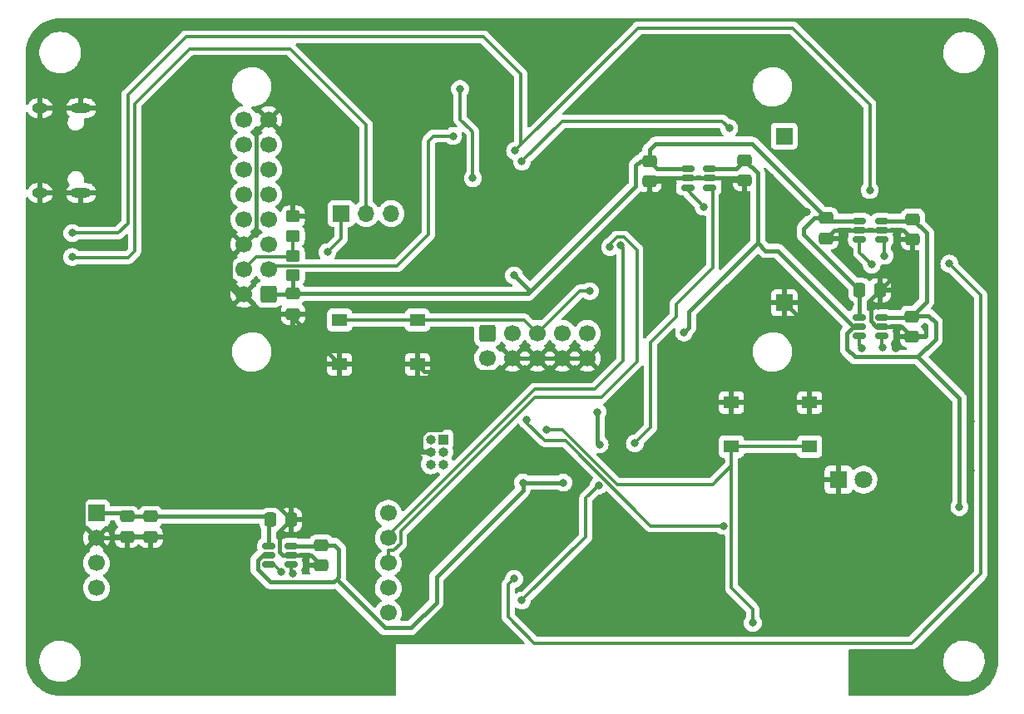
<source format=gbr>
%TF.GenerationSoftware,KiCad,Pcbnew,(6.0.11)*%
%TF.CreationDate,2024-04-14T23:22:21+03:00*%
%TF.ProjectId,avr-co2-detector,6176722d-636f-4322-9d64-65746563746f,rev. 1*%
%TF.SameCoordinates,Original*%
%TF.FileFunction,Copper,L2,Bot*%
%TF.FilePolarity,Positive*%
%FSLAX46Y46*%
G04 Gerber Fmt 4.6, Leading zero omitted, Abs format (unit mm)*
G04 Created by KiCad (PCBNEW (6.0.11)) date 2024-04-14 23:22:21*
%MOMM*%
%LPD*%
G01*
G04 APERTURE LIST*
G04 Aperture macros list*
%AMRoundRect*
0 Rectangle with rounded corners*
0 $1 Rounding radius*
0 $2 $3 $4 $5 $6 $7 $8 $9 X,Y pos of 4 corners*
0 Add a 4 corners polygon primitive as box body*
4,1,4,$2,$3,$4,$5,$6,$7,$8,$9,$2,$3,0*
0 Add four circle primitives for the rounded corners*
1,1,$1+$1,$2,$3*
1,1,$1+$1,$4,$5*
1,1,$1+$1,$6,$7*
1,1,$1+$1,$8,$9*
0 Add four rect primitives between the rounded corners*
20,1,$1+$1,$2,$3,$4,$5,0*
20,1,$1+$1,$4,$5,$6,$7,0*
20,1,$1+$1,$6,$7,$8,$9,0*
20,1,$1+$1,$8,$9,$2,$3,0*%
G04 Aperture macros list end*
%TA.AperFunction,ComponentPad*%
%ADD10O,2.100000X1.000000*%
%TD*%
%TA.AperFunction,ComponentPad*%
%ADD11O,1.600000X1.000000*%
%TD*%
%TA.AperFunction,ComponentPad*%
%ADD12R,1.700000X1.700000*%
%TD*%
%TA.AperFunction,ComponentPad*%
%ADD13C,1.700000*%
%TD*%
%TA.AperFunction,ComponentPad*%
%ADD14RoundRect,0.250000X0.600000X0.600000X-0.600000X0.600000X-0.600000X-0.600000X0.600000X-0.600000X0*%
%TD*%
%TA.AperFunction,ComponentPad*%
%ADD15R,1.800000X1.800000*%
%TD*%
%TA.AperFunction,ComponentPad*%
%ADD16C,1.800000*%
%TD*%
%TA.AperFunction,SMDPad,CuDef*%
%ADD17RoundRect,0.250000X0.475000X-0.337500X0.475000X0.337500X-0.475000X0.337500X-0.475000X-0.337500X0*%
%TD*%
%TA.AperFunction,SMDPad,CuDef*%
%ADD18RoundRect,0.250000X-0.475000X0.337500X-0.475000X-0.337500X0.475000X-0.337500X0.475000X0.337500X0*%
%TD*%
%TA.AperFunction,SMDPad,CuDef*%
%ADD19RoundRect,0.150000X0.512500X0.150000X-0.512500X0.150000X-0.512500X-0.150000X0.512500X-0.150000X0*%
%TD*%
%TA.AperFunction,SMDPad,CuDef*%
%ADD20RoundRect,0.250000X-0.337500X-0.475000X0.337500X-0.475000X0.337500X0.475000X-0.337500X0.475000X0*%
%TD*%
%TA.AperFunction,SMDPad,CuDef*%
%ADD21R,1.550000X1.300000*%
%TD*%
%TA.AperFunction,ComponentPad*%
%ADD22O,1.700000X1.700000*%
%TD*%
%TA.AperFunction,ComponentPad*%
%ADD23R,1.000000X1.000000*%
%TD*%
%TA.AperFunction,ComponentPad*%
%ADD24O,1.000000X1.000000*%
%TD*%
%TA.AperFunction,SMDPad,CuDef*%
%ADD25RoundRect,0.250000X0.450000X-0.350000X0.450000X0.350000X-0.450000X0.350000X-0.450000X-0.350000X0*%
%TD*%
%TA.AperFunction,ComponentPad*%
%ADD26RoundRect,0.250000X-0.600000X0.600000X-0.600000X-0.600000X0.600000X-0.600000X0.600000X0.600000X0*%
%TD*%
%TA.AperFunction,ViaPad*%
%ADD27C,0.800000*%
%TD*%
%TA.AperFunction,Conductor*%
%ADD28C,0.450000*%
%TD*%
%TA.AperFunction,Conductor*%
%ADD29C,0.400000*%
%TD*%
%TA.AperFunction,Conductor*%
%ADD30C,0.300000*%
%TD*%
G04 APERTURE END LIST*
D10*
%TO.P,J1,S1,SHIELD*%
%TO.N,GND*%
X89130000Y-73680000D03*
D11*
X84950000Y-73680000D03*
D10*
X89130000Y-82320000D03*
D11*
X84950000Y-82320000D03*
%TD*%
D12*
%TO.P,U3,1,G+*%
%TO.N,+5V*%
X90697500Y-114920000D03*
D13*
%TO.P,U3,2,G0*%
%TO.N,GND*%
X90697500Y-117460000D03*
%TO.P,U3,3,ALARM_OC*%
%TO.N,unconnected-(U3-Pad3)*%
X90697500Y-120000000D03*
%TO.P,U3,4,PWM_1KHZ*%
%TO.N,unconnected-(U3-Pad4)*%
X90697500Y-122540000D03*
%TO.P,U3,5,BCAL_IN*%
%TO.N,unconnected-(U3-Pad5)*%
X120397500Y-125080000D03*
%TO.P,U3,6,UART_R/T*%
%TO.N,unconnected-(U3-Pad6)*%
X120397500Y-122540000D03*
%TO.P,U3,7,UART_TXD*%
%TO.N,Net-(U1-Pad2)*%
X120397500Y-120000000D03*
%TO.P,U3,8,UART_RXD*%
%TO.N,Net-(U1-Pad3)*%
X120397500Y-117460000D03*
%TO.P,U3,9,DVCC_OUT*%
%TO.N,unconnected-(U3-Pad9)*%
X120397500Y-114920000D03*
%TD*%
D14*
%TO.P,J4,1,Pin_1*%
%TO.N,+5V*%
X108240000Y-92620000D03*
D13*
%TO.P,J4,2,Pin_2*%
%TO.N,GND*%
X105700000Y-92620000D03*
%TO.P,J4,3,Pin_3*%
%TO.N,/RS*%
X108240000Y-90080000D03*
%TO.P,J4,4,Pin_4*%
%TO.N,/VO*%
X105700000Y-90080000D03*
%TO.P,J4,5,Pin_5*%
%TO.N,/E*%
X108240000Y-87540000D03*
%TO.P,J4,6,Pin_6*%
%TO.N,GND*%
X105700000Y-87540000D03*
%TO.P,J4,7,Pin_7*%
%TO.N,unconnected-(J4-Pad7)*%
X108240000Y-85000000D03*
%TO.P,J4,8,Pin_8*%
%TO.N,unconnected-(J4-Pad8)*%
X105700000Y-85000000D03*
%TO.P,J4,9,Pin_9*%
%TO.N,unconnected-(J4-Pad9)*%
X108240000Y-82460000D03*
%TO.P,J4,10,Pin_10*%
%TO.N,unconnected-(J4-Pad10)*%
X105700000Y-82460000D03*
%TO.P,J4,11,Pin_11*%
%TO.N,/DB5*%
X108240000Y-79920000D03*
%TO.P,J4,12,Pin_12*%
%TO.N,/DB4*%
X105700000Y-79920000D03*
%TO.P,J4,13,Pin_13*%
%TO.N,/DB7*%
X108240000Y-77380000D03*
%TO.P,J4,14,Pin_14*%
%TO.N,/DB6*%
X105700000Y-77380000D03*
%TO.P,J4,15,Pin_15*%
%TO.N,GND*%
X108240000Y-74840000D03*
%TO.P,J4,16,Pin_16*%
%TO.N,/LED+*%
X105700000Y-74840000D03*
%TD*%
D15*
%TO.P,D1,1,K*%
%TO.N,GND*%
X166225000Y-111500000D03*
D16*
%TO.P,D1,2,A*%
%TO.N,Net-(D1-Pad2)*%
X168765000Y-111500000D03*
%TD*%
D12*
%TO.P,J3,1,Pin_1*%
%TO.N,GND*%
X160700000Y-93500000D03*
%TD*%
%TO.P,J2,1,Pin_1*%
%TO.N,/LED+*%
X160700000Y-76500000D03*
%TD*%
D17*
%TO.P,C18,1*%
%TO.N,GND*%
X156685714Y-81037500D03*
%TO.P,C18,2*%
%TO.N,+3.3V*%
X156685714Y-78962500D03*
%TD*%
D18*
%TO.P,C10,1*%
%TO.N,+5V*%
X96200000Y-115262500D03*
%TO.P,C10,2*%
%TO.N,GND*%
X96200000Y-117337500D03*
%TD*%
D19*
%TO.P,U7,1,VCCA*%
%TO.N,+3.3V*%
X110500000Y-118250000D03*
%TO.P,U7,2,GND*%
%TO.N,GND*%
X110500000Y-119200000D03*
%TO.P,U7,3,A*%
%TO.N,/ESP_DEBUG_TXD*%
X110500000Y-120150000D03*
%TO.P,U7,4,B*%
%TO.N,Net-(JP1-Pad1)*%
X108225000Y-120150000D03*
%TO.P,U7,5,DIR*%
%TO.N,+3.3V*%
X108225000Y-119200000D03*
%TO.P,U7,6,VCCB*%
%TO.N,+5V*%
X108225000Y-118250000D03*
%TD*%
%TO.P,U9,1,VCCA*%
%TO.N,+3.3V*%
X170637500Y-94950000D03*
%TO.P,U9,2,GND*%
%TO.N,GND*%
X170637500Y-95900000D03*
%TO.P,U9,3,A*%
%TO.N,/ESP_TXD*%
X170637500Y-96850000D03*
%TO.P,U9,4,B*%
%TO.N,/AVR_RXD*%
X168362500Y-96850000D03*
%TO.P,U9,5,DIR*%
%TO.N,+3.3V*%
X168362500Y-95900000D03*
%TO.P,U9,6,VCCB*%
%TO.N,+5V*%
X168362500Y-94950000D03*
%TD*%
D20*
%TO.P,C25,1*%
%TO.N,+5V*%
X168362500Y-92200000D03*
%TO.P,C25,2*%
%TO.N,GND*%
X170437500Y-92200000D03*
%TD*%
D21*
%TO.P,SW1,1,1*%
%TO.N,GND*%
X115425000Y-99750000D03*
X123375000Y-99750000D03*
%TO.P,SW1,2,2*%
%TO.N,Net-(C1-Pad2)*%
X123375000Y-95250000D03*
X115425000Y-95250000D03*
%TD*%
D20*
%TO.P,C23,1*%
%TO.N,+5V*%
X108425000Y-115600000D03*
%TO.P,C23,2*%
%TO.N,GND*%
X110500000Y-115600000D03*
%TD*%
D17*
%TO.P,C22,1*%
%TO.N,GND*%
X173700000Y-96937500D03*
%TO.P,C22,2*%
%TO.N,+3.3V*%
X173700000Y-94862500D03*
%TD*%
D12*
%TO.P,JP1,1,A*%
%TO.N,Net-(JP1-Pad1)*%
X115600000Y-84400000D03*
D22*
%TO.P,JP1,2,C*%
%TO.N,Net-(JP1-Pad2)*%
X118140000Y-84400000D03*
%TO.P,JP1,3,B*%
%TO.N,/AVR_DEBUG_TXD*%
X120680000Y-84400000D03*
%TD*%
D23*
%TO.P,J6,1,Pin_1*%
%TO.N,/ESP_EN*%
X126000002Y-107399998D03*
D24*
%TO.P,J6,2,Pin_2*%
%TO.N,/VDD*%
X124730002Y-107399998D03*
%TO.P,J6,3,Pin_3*%
%TO.N,/ESP_TXD*%
X126000002Y-108669998D03*
%TO.P,J6,4,Pin_4*%
%TO.N,GND*%
X124730002Y-108669998D03*
%TO.P,J6,5,Pin_5*%
%TO.N,/ESP_RXD*%
X126000002Y-109939998D03*
%TO.P,J6,6,Pin_6*%
%TO.N,/ESP_IO0*%
X124730002Y-109939998D03*
%TD*%
D19*
%TO.P,U6,1,VCCA*%
%TO.N,+3.3V*%
X153137500Y-79850000D03*
%TO.P,U6,2,GND*%
%TO.N,GND*%
X153137500Y-80800000D03*
%TO.P,U6,3,A*%
%TO.N,Net-(R16-Pad2)*%
X153137500Y-81750000D03*
%TO.P,U6,4,B*%
%TO.N,/AVR_TXD*%
X150862500Y-81750000D03*
%TO.P,U6,5,DIR*%
%TO.N,GND*%
X150862500Y-80800000D03*
%TO.P,U6,6,VCCB*%
%TO.N,+5V*%
X150862500Y-79850000D03*
%TD*%
D18*
%TO.P,C7,1*%
%TO.N,+5V*%
X110700000Y-92562500D03*
%TO.P,C7,2*%
%TO.N,GND*%
X110700000Y-94637500D03*
%TD*%
%TO.P,C24,1*%
%TO.N,+5V*%
X164985714Y-84862500D03*
%TO.P,C24,2*%
%TO.N,GND*%
X164985714Y-86937500D03*
%TD*%
D25*
%TO.P,R6,1*%
%TO.N,+5V*%
X110700000Y-90700000D03*
%TO.P,R6,2*%
%TO.N,/VO*%
X110700000Y-88700000D03*
%TD*%
D17*
%TO.P,C21,1*%
%TO.N,GND*%
X173785714Y-87037500D03*
%TO.P,C21,2*%
%TO.N,+3.3V*%
X173785714Y-84962500D03*
%TD*%
D21*
%TO.P,SW2,1,1*%
%TO.N,GND*%
X155325000Y-103650000D03*
X163275000Y-103650000D03*
%TO.P,SW2,2,2*%
%TO.N,Net-(C13-Pad2)*%
X163275000Y-108150000D03*
X155325000Y-108150000D03*
%TD*%
D19*
%TO.P,U8,1,VCCA*%
%TO.N,+3.3V*%
X170637500Y-85150000D03*
%TO.P,U8,2,GND*%
%TO.N,GND*%
X170637500Y-86100000D03*
%TO.P,U8,3,A*%
%TO.N,/ESP_DEBUG_RXD*%
X170637500Y-87050000D03*
%TO.P,U8,4,B*%
%TO.N,/AVR_DEBUG_RXD*%
X168362500Y-87050000D03*
%TO.P,U8,5,DIR*%
%TO.N,GND*%
X168362500Y-86100000D03*
%TO.P,U8,6,VCCB*%
%TO.N,+5V*%
X168362500Y-85150000D03*
%TD*%
D18*
%TO.P,C11,1*%
%TO.N,+5V*%
X93800000Y-115262500D03*
%TO.P,C11,2*%
%TO.N,GND*%
X93800000Y-117337500D03*
%TD*%
D25*
%TO.P,R5,1*%
%TO.N,/VO*%
X110700000Y-86700000D03*
%TO.P,R5,2*%
%TO.N,GND*%
X110700000Y-84700000D03*
%TD*%
D17*
%TO.P,C20,1*%
%TO.N,GND*%
X113562500Y-120237500D03*
%TO.P,C20,2*%
%TO.N,+3.3V*%
X113562500Y-118162500D03*
%TD*%
D18*
%TO.P,C19,1*%
%TO.N,+5V*%
X146985714Y-79062500D03*
%TO.P,C19,2*%
%TO.N,GND*%
X146985714Y-81137500D03*
%TD*%
D26*
%TO.P,J5,1,MOSI*%
%TO.N,Net-(J5-Pad1)*%
X130500000Y-96600000D03*
D13*
%TO.P,J5,2,VCC*%
%TO.N,+5V*%
X130500000Y-99140000D03*
%TO.P,J5,3,NC*%
%TO.N,unconnected-(J5-Pad3)*%
X133040000Y-96600000D03*
%TO.P,J5,4,GND*%
%TO.N,GND*%
X133040000Y-99140000D03*
%TO.P,J5,5,~{RST}*%
%TO.N,Net-(C1-Pad2)*%
X135580000Y-96600000D03*
%TO.P,J5,6,GND*%
%TO.N,GND*%
X135580000Y-99140000D03*
%TO.P,J5,7,SCK*%
%TO.N,Net-(J5-Pad7)*%
X138120000Y-96600000D03*
%TO.P,J5,8,GND*%
%TO.N,GND*%
X138120000Y-99140000D03*
%TO.P,J5,9,MISO*%
%TO.N,Net-(J5-Pad9)*%
X140660000Y-96600000D03*
%TO.P,J5,10,GND*%
%TO.N,GND*%
X140660000Y-99140000D03*
%TD*%
D27*
%TO.N,GND*%
X96000000Y-84100000D03*
X182000000Y-105500000D03*
X119300000Y-75300000D03*
X100800000Y-97300000D03*
X147000000Y-94600000D03*
X112000000Y-124100000D03*
X144400000Y-103400000D03*
X124600000Y-97500000D03*
X169500000Y-101000000D03*
X154300000Y-123300000D03*
X94700000Y-95900000D03*
X179400000Y-94800000D03*
X134500000Y-114100000D03*
X111300000Y-76500000D03*
X163000000Y-84200000D03*
X117300000Y-93900000D03*
X107000000Y-117000000D03*
X142200000Y-93000000D03*
X172000000Y-101000000D03*
X97100000Y-80000000D03*
X90500000Y-90200000D03*
X163700000Y-112000000D03*
X139000000Y-120900000D03*
X174400000Y-124000000D03*
X159800000Y-115700000D03*
X84400000Y-71300000D03*
X90600000Y-84100000D03*
X159300000Y-86600000D03*
X144000000Y-69400000D03*
X177200000Y-108400000D03*
X111600000Y-117000000D03*
X131000000Y-65100000D03*
X122200000Y-120000000D03*
X92400000Y-112900000D03*
X166200000Y-71900000D03*
X103200000Y-92700000D03*
X94700000Y-107300000D03*
X140700000Y-69000000D03*
X90300000Y-87700000D03*
X108200000Y-104700000D03*
X125600000Y-126600000D03*
X179700000Y-110600000D03*
X150100000Y-69500000D03*
X172100000Y-98125500D03*
X110900000Y-111900000D03*
X125400000Y-72300000D03*
X134400000Y-101200000D03*
X180400000Y-90600000D03*
X139700000Y-126400000D03*
X151000000Y-84200000D03*
X159300000Y-80700000D03*
X99000000Y-102900000D03*
X163800000Y-94000000D03*
X120900000Y-91200000D03*
X142900000Y-77200000D03*
X115000000Y-127600000D03*
X165700000Y-82600000D03*
X175600000Y-103100000D03*
X86200000Y-78200000D03*
X173800000Y-93000000D03*
X178000000Y-92000000D03*
X153200000Y-94300000D03*
X138900000Y-114900000D03*
X114500000Y-97300000D03*
X151800000Y-103500000D03*
X146900000Y-89900000D03*
X87000000Y-74600000D03*
X120300000Y-128600000D03*
X92800000Y-74400000D03*
X168900000Y-106500000D03*
X118800000Y-88600000D03*
X127700000Y-102000000D03*
X177200000Y-117700000D03*
X116800000Y-121400000D03*
X161200000Y-110300000D03*
X181800000Y-110600000D03*
X123100000Y-102500000D03*
X168600000Y-70800000D03*
X179600000Y-118400000D03*
X154000000Y-109700000D03*
X114700000Y-123200000D03*
X170000000Y-130000000D03*
X136600000Y-72800000D03*
X143500000Y-72900000D03*
X121700000Y-106000000D03*
X169100000Y-119900000D03*
X145900000Y-76100000D03*
X169000000Y-117600000D03*
X121400000Y-112000000D03*
X176500000Y-85800000D03*
X162000000Y-78800000D03*
X158100000Y-89400000D03*
X112400000Y-90800000D03*
X152200000Y-89300000D03*
X131000000Y-69000000D03*
X95800000Y-89200000D03*
X156700000Y-86700000D03*
X148500000Y-123600000D03*
X142500000Y-65300000D03*
X124500000Y-90000000D03*
X88800000Y-93700000D03*
X92800000Y-76700000D03*
X181900000Y-100900000D03*
X157100000Y-114200000D03*
X147000000Y-82400000D03*
X170800000Y-90300000D03*
X99900000Y-71800000D03*
X110800000Y-104800000D03*
X143600000Y-107900000D03*
X119200000Y-96700000D03*
X108300000Y-111800000D03*
X102800000Y-98900000D03*
X168800000Y-126300000D03*
X115300000Y-90900000D03*
X147000000Y-86500000D03*
X111700000Y-97600000D03*
X179700000Y-105600000D03*
X133900000Y-68500000D03*
X172400000Y-88100000D03*
X179500000Y-124500000D03*
X165200000Y-116000000D03*
X148400000Y-117700000D03*
X179500000Y-100900000D03*
X96800000Y-101200000D03*
X116900000Y-76400000D03*
X167400000Y-93600000D03*
X166700000Y-88300000D03*
X159000000Y-122400000D03*
X122200000Y-68200000D03*
X117500000Y-125900000D03*
X138400000Y-76500000D03*
X85000000Y-86200000D03*
X118000000Y-65200000D03*
X167000000Y-104900000D03*
X104500000Y-65200000D03*
X102600000Y-71500000D03*
X153000000Y-68800000D03*
X96300000Y-73900000D03*
X91400000Y-71200000D03*
X148300000Y-98000000D03*
X168200000Y-77300000D03*
X152700000Y-76100000D03*
X112500000Y-88600000D03*
X150300000Y-73100000D03*
X103100000Y-90100000D03*
X142300000Y-89000000D03*
X102600000Y-85600000D03*
X161200000Y-67000000D03*
X113200000Y-68300000D03*
X155200000Y-82800000D03*
X124300000Y-93700000D03*
X89400000Y-111800000D03*
X92400000Y-105600000D03*
X128600000Y-84400000D03*
X143000000Y-114500000D03*
X84400000Y-91700000D03*
X163700000Y-89800000D03*
X143600000Y-81000000D03*
X170300000Y-93800000D03*
X110800000Y-69900000D03*
X132000000Y-102500000D03*
X170900000Y-83600000D03*
X176500000Y-98900000D03*
X167200000Y-100400000D03*
X181800000Y-94800000D03*
X164500000Y-66600000D03*
X122400000Y-124900000D03*
X170900000Y-77300000D03*
%TO.N,Net-(C1-Pad2)*%
X140900000Y-92300000D03*
%TO.N,+5V*%
X133200000Y-90700000D03*
X141700000Y-104600000D03*
X141900000Y-107900000D03*
%TO.N,Net-(C13-Pad2)*%
X136500000Y-106400000D03*
X157500000Y-126100000D03*
%TO.N,+3.3V*%
X178525500Y-114300000D03*
X138200000Y-111800000D03*
X134100000Y-111800000D03*
X150500000Y-96500000D03*
%TO.N,/RS*%
X127000000Y-76500000D03*
%TO.N,/ESP_TXD*%
X154500000Y-116200000D03*
X134500000Y-105400000D03*
X170700000Y-98000000D03*
%TO.N,Net-(JP1-Pad1)*%
X114200000Y-88339500D03*
X109497749Y-120931937D03*
%TO.N,Net-(JP1-Pad2)*%
X88219135Y-88819135D03*
%TO.N,Net-(R16-Pad2)*%
X141800000Y-112100000D03*
X145500000Y-107800000D03*
X134000000Y-123800000D03*
%TO.N,Net-(U1-Pad2)*%
X142970878Y-87805824D03*
%TO.N,Net-(U1-Pad3)*%
X144000000Y-87600000D03*
%TO.N,/AVR_DEBUG_RXD*%
X133300000Y-78000000D03*
X88238925Y-86377757D03*
X169600000Y-89600000D03*
X169400000Y-82000000D03*
%TO.N,/AVR_TXD*%
X152500000Y-83700000D03*
X134000000Y-79100000D03*
X155100000Y-75700500D03*
%TO.N,/AVR_RXD*%
X168600000Y-98100000D03*
X127700000Y-71700000D03*
X129000000Y-80800000D03*
%TO.N,/ESP_DEBUG_TXD*%
X110700000Y-121025500D03*
%TO.N,/ESP_DEBUG_RXD*%
X133200000Y-121600000D03*
X170900000Y-88700000D03*
X177500000Y-89500000D03*
%TD*%
D28*
%TO.N,GND*%
X125755002Y-106424998D02*
X124326143Y-106424998D01*
X133040000Y-99140000D02*
X135580000Y-99140000D01*
X105700000Y-92620000D02*
X107717500Y-94637500D01*
X110500000Y-115600000D02*
X109362500Y-116737500D01*
X89372500Y-113727500D02*
X91400000Y-111700000D01*
X172100000Y-95900000D02*
X172100000Y-98125500D01*
X146985714Y-82385714D02*
X147000000Y-82400000D01*
X131715000Y-100465000D02*
X133040000Y-99140000D01*
X107717500Y-94637500D02*
X110700000Y-94637500D01*
X91400000Y-111700000D02*
X106600000Y-111700000D01*
X170637500Y-86100000D02*
X172848214Y-86100000D01*
X167200000Y-100400000D02*
X167200000Y-100000000D01*
X133040000Y-99140000D02*
X125755002Y-106424998D01*
X147323214Y-80800000D02*
X146985714Y-81137500D01*
X170437500Y-92200000D02*
X169500000Y-93137500D01*
X170041117Y-95900000D02*
X170637500Y-95900000D01*
X124090000Y-100465000D02*
X131715000Y-100465000D01*
X160700000Y-93500000D02*
X166225000Y-99025000D01*
X173785714Y-87037500D02*
X173785714Y-88851786D01*
X130500000Y-84400000D02*
X138400000Y-76500000D01*
X106600000Y-111700000D02*
X110500000Y-115600000D01*
X123755002Y-108355002D02*
X124069998Y-108669998D01*
X158500000Y-93500000D02*
X160700000Y-93500000D01*
X172100000Y-95900000D02*
X172662500Y-95900000D01*
X155325000Y-103650000D02*
X155325000Y-96675000D01*
X105020000Y-92620000D02*
X105700000Y-92620000D01*
X90697500Y-117460000D02*
X89372500Y-116135000D01*
X150862500Y-80800000D02*
X147323214Y-80800000D01*
X135580000Y-99140000D02*
X138120000Y-99140000D01*
X110700000Y-94637500D02*
X110700000Y-95025000D01*
D29*
X108240000Y-74840000D02*
X106990000Y-76090000D01*
D28*
X172662500Y-95900000D02*
X173700000Y-96937500D01*
X146985714Y-81137500D02*
X146985714Y-82385714D01*
X110500000Y-119200000D02*
X112525000Y-119200000D01*
X115425000Y-99750000D02*
X123375000Y-99750000D01*
X173785714Y-88851786D02*
X170437500Y-92200000D01*
X112525000Y-119200000D02*
X113562500Y-120237500D01*
X93677500Y-117460000D02*
X93800000Y-117337500D01*
X110700000Y-84700000D02*
X110700000Y-77300000D01*
X170637500Y-95900000D02*
X172100000Y-95900000D01*
X109362500Y-116737500D02*
X109362500Y-118900000D01*
X123755002Y-106996139D02*
X123755002Y-108355002D01*
X128600000Y-84400000D02*
X130500000Y-84400000D01*
X110700000Y-95025000D02*
X115425000Y-99750000D01*
X110700000Y-77300000D02*
X108240000Y-74840000D01*
X172848214Y-86100000D02*
X173785714Y-87037500D01*
X90697500Y-117460000D02*
X93677500Y-117460000D01*
X165823214Y-86100000D02*
X164985714Y-86937500D01*
X93800000Y-117337500D02*
X96200000Y-117337500D01*
X155325000Y-96675000D02*
X158500000Y-93500000D01*
X124326143Y-106424998D02*
X123755002Y-106996139D01*
X168362500Y-86100000D02*
X170637500Y-86100000D01*
X104300000Y-91900000D02*
X105020000Y-92620000D01*
X109662500Y-119200000D02*
X110500000Y-119200000D01*
X166225000Y-99025000D02*
X166225000Y-111500000D01*
X167200000Y-100000000D02*
X166225000Y-99025000D01*
X109362500Y-118900000D02*
X109662500Y-119200000D01*
X105700000Y-87540000D02*
X104300000Y-88940000D01*
X150862500Y-80800000D02*
X153137500Y-80800000D01*
X169500000Y-95358883D02*
X170041117Y-95900000D01*
X163275000Y-103650000D02*
X155325000Y-103650000D01*
X104300000Y-88940000D02*
X104300000Y-91900000D01*
X153137500Y-80800000D02*
X156448214Y-80800000D01*
X168362500Y-86100000D02*
X165823214Y-86100000D01*
X156448214Y-80800000D02*
X156685714Y-81037500D01*
D29*
X106990000Y-76090000D02*
X106990000Y-86250000D01*
D28*
X169500000Y-93137500D02*
X169500000Y-95358883D01*
X89372500Y-116135000D02*
X89372500Y-113727500D01*
D29*
X106990000Y-86250000D02*
X105700000Y-87540000D01*
D28*
X123375000Y-99750000D02*
X124090000Y-100465000D01*
X124069998Y-108669998D02*
X124730002Y-108669998D01*
X138120000Y-99140000D02*
X140660000Y-99140000D01*
D30*
%TO.N,Net-(C1-Pad2)*%
X123375000Y-95250000D02*
X134230000Y-95250000D01*
X135580000Y-96600000D02*
X139880000Y-92300000D01*
X139880000Y-92300000D02*
X140900000Y-92300000D01*
X115425000Y-95250000D02*
X123375000Y-95250000D01*
X134230000Y-95250000D02*
X135580000Y-96600000D01*
D28*
%TO.N,+5V*%
X146985714Y-77914286D02*
X146985714Y-79062500D01*
X145600000Y-81589591D02*
X145600000Y-79500000D01*
X134627091Y-92562500D02*
X134627091Y-92127091D01*
X93457500Y-114920000D02*
X93800000Y-115262500D01*
X141700000Y-107700000D02*
X141900000Y-107900000D01*
X164985714Y-84862500D02*
X163737500Y-84862500D01*
X108225000Y-115800000D02*
X108425000Y-115600000D01*
X110642500Y-92620000D02*
X110700000Y-92562500D01*
X168362500Y-85150000D02*
X165273214Y-85150000D01*
X93800000Y-115262500D02*
X96200000Y-115262500D01*
X165273214Y-85150000D02*
X164985714Y-84862500D01*
X108225000Y-118250000D02*
X108225000Y-115800000D01*
X108240000Y-92620000D02*
X110642500Y-92620000D01*
X110700000Y-92562500D02*
X110700000Y-90700000D01*
X164985714Y-84862500D02*
X157423214Y-77300000D01*
X147600000Y-77300000D02*
X146985714Y-77914286D01*
X147773214Y-79850000D02*
X146985714Y-79062500D01*
X150862500Y-79850000D02*
X147773214Y-79850000D01*
X90697500Y-114920000D02*
X93457500Y-114920000D01*
X163737500Y-84862500D02*
X162700000Y-85900000D01*
X162700000Y-85900000D02*
X162700000Y-86537500D01*
X157423214Y-77300000D02*
X147600000Y-77300000D01*
X134627091Y-92127091D02*
X133200000Y-90700000D01*
X168362500Y-94950000D02*
X168362500Y-92200000D01*
X145600000Y-79500000D02*
X146037500Y-79062500D01*
X96200000Y-115262500D02*
X108087500Y-115262500D01*
X134627091Y-92562500D02*
X110700000Y-92562500D01*
X162700000Y-86537500D02*
X168362500Y-92200000D01*
X145600000Y-81589591D02*
X134627091Y-92562500D01*
X108087500Y-115262500D02*
X108425000Y-115600000D01*
X141700000Y-104600000D02*
X141700000Y-107700000D01*
X146037500Y-79062500D02*
X146985714Y-79062500D01*
D30*
%TO.N,Net-(C13-Pad2)*%
X163275000Y-108150000D02*
X155325000Y-108150000D01*
X138100000Y-106400000D02*
X143700000Y-112000000D01*
X143700000Y-112000000D02*
X153400000Y-112000000D01*
X157500000Y-124700000D02*
X155325000Y-122525000D01*
X155325000Y-122525000D02*
X155325000Y-108150000D01*
X157500000Y-126100000D02*
X157500000Y-124700000D01*
X153400000Y-112000000D02*
X155325000Y-110075000D01*
X136500000Y-106400000D02*
X138100000Y-106400000D01*
X155325000Y-110075000D02*
X155325000Y-108150000D01*
D28*
%TO.N,+3.3V*%
X160066117Y-88200000D02*
X158800000Y-88200000D01*
X174300000Y-99000000D02*
X176100000Y-97200000D01*
X176100000Y-95500000D02*
X175400000Y-94800000D01*
X110500000Y-118250000D02*
X113475000Y-118250000D01*
X178525500Y-103225500D02*
X174300000Y-99000000D01*
X151000000Y-96000000D02*
X150500000Y-96500000D01*
X175200000Y-93362500D02*
X173700000Y-94862500D01*
X167100000Y-96566117D02*
X167100000Y-98200000D01*
X170637500Y-94950000D02*
X173612500Y-94950000D01*
X173762500Y-94800000D02*
X173700000Y-94862500D01*
X173598214Y-85150000D02*
X173785714Y-84962500D01*
X175400000Y-94800000D02*
X173762500Y-94800000D01*
X115131250Y-121631250D02*
X115131250Y-121687583D01*
X115131250Y-121631250D02*
X115362500Y-121400000D01*
X107087500Y-120625000D02*
X108362500Y-121900000D01*
X167100000Y-98200000D02*
X167900000Y-99000000D01*
X125300000Y-124000000D02*
X125300000Y-121400000D01*
X114862500Y-121900000D02*
X115131250Y-121631250D01*
X167766117Y-95900000D02*
X167100000Y-96566117D01*
X155798214Y-79850000D02*
X156685714Y-78962500D01*
X108225000Y-119200000D02*
X107628617Y-119200000D01*
X158800000Y-88200000D02*
X158000000Y-87400000D01*
X134100000Y-111800000D02*
X138200000Y-111800000D01*
X167766117Y-95900000D02*
X160066117Y-88200000D01*
X120043667Y-126600000D02*
X122700000Y-126600000D01*
X115362500Y-118600000D02*
X114925000Y-118162500D01*
X158000000Y-87400000D02*
X151000000Y-94400000D01*
X168362500Y-95900000D02*
X167766117Y-95900000D01*
X114925000Y-118162500D02*
X113562500Y-118162500D01*
X115362500Y-121400000D02*
X115362500Y-118600000D01*
X178525500Y-114300000D02*
X178525500Y-103225500D01*
X115131250Y-121687583D02*
X120043667Y-126600000D01*
X125300000Y-121400000D02*
X134100000Y-112600000D01*
X173612500Y-94950000D02*
X173700000Y-94862500D01*
X175200000Y-86376786D02*
X175200000Y-93362500D01*
X151000000Y-94400000D02*
X151000000Y-96000000D01*
X153137500Y-79850000D02*
X155798214Y-79850000D01*
X134100000Y-112600000D02*
X134100000Y-111800000D01*
X170637500Y-85150000D02*
X173598214Y-85150000D01*
X176100000Y-97200000D02*
X176100000Y-95500000D01*
X158000000Y-80276786D02*
X156685714Y-78962500D01*
X158000000Y-87400000D02*
X158000000Y-80276786D01*
X107628617Y-119200000D02*
X107087500Y-119741117D01*
X108362500Y-121900000D02*
X114862500Y-121900000D01*
X167900000Y-99000000D02*
X174300000Y-99000000D01*
X113475000Y-118250000D02*
X113562500Y-118162500D01*
X122700000Y-126600000D02*
X125300000Y-124000000D01*
X173785714Y-84962500D02*
X175200000Y-86376786D01*
X107087500Y-119741117D02*
X107087500Y-120625000D01*
D30*
%TO.N,/RS*%
X124500000Y-77000000D02*
X125000000Y-76500000D01*
X121300000Y-89700000D02*
X124100000Y-86900000D01*
X124500000Y-86500000D02*
X124500000Y-77000000D01*
X125000000Y-76500000D02*
X127000000Y-76500000D01*
X108620000Y-89700000D02*
X113200000Y-89700000D01*
X113200000Y-89700000D02*
X121300000Y-89700000D01*
X108240000Y-90080000D02*
X108620000Y-89700000D01*
X124100000Y-86900000D02*
X124500000Y-86500000D01*
%TO.N,/VO*%
X110700000Y-86700000D02*
X110700000Y-88700000D01*
X106990000Y-88790000D02*
X105700000Y-90080000D01*
X110610000Y-88790000D02*
X106990000Y-88790000D01*
X110700000Y-88700000D02*
X110610000Y-88790000D01*
%TO.N,/ESP_TXD*%
X138422182Y-107500000D02*
X136300000Y-107500000D01*
X170637500Y-97937500D02*
X170700000Y-98000000D01*
X147122182Y-116200000D02*
X138422182Y-107500000D01*
X154500000Y-116200000D02*
X147122182Y-116200000D01*
X134500000Y-105700000D02*
X134500000Y-105400000D01*
X170637500Y-96850000D02*
X170637500Y-97937500D01*
X136300000Y-107500000D02*
X134500000Y-105700000D01*
%TO.N,Net-(JP1-Pad1)*%
X109497749Y-120931937D02*
X108715812Y-120150000D01*
X115600000Y-86939500D02*
X115600000Y-84400000D01*
X114200000Y-88339500D02*
X115600000Y-86939500D01*
X108715812Y-120150000D02*
X108225000Y-120150000D01*
%TO.N,Net-(JP1-Pad2)*%
X118140000Y-75340000D02*
X118140000Y-84400000D01*
X93900000Y-88900000D02*
X94600000Y-88200000D01*
X88219135Y-88819135D02*
X88300000Y-88900000D01*
X110400000Y-67600000D02*
X118140000Y-75340000D01*
X88300000Y-88900000D02*
X93900000Y-88900000D01*
X100200000Y-67600000D02*
X110400000Y-67600000D01*
X94600000Y-73200000D02*
X100200000Y-67600000D01*
X94600000Y-88200000D02*
X94600000Y-73200000D01*
%TO.N,Net-(R16-Pad2)*%
X149700000Y-94900000D02*
X148000000Y-96600000D01*
X153400000Y-82012500D02*
X153400000Y-89900000D01*
X140500000Y-117300000D02*
X140500000Y-113400000D01*
X151400000Y-91900000D02*
X149700000Y-93600000D01*
X153137500Y-81750000D02*
X153400000Y-82012500D01*
X153400000Y-89900000D02*
X151400000Y-91900000D01*
X134000000Y-123800000D02*
X140500000Y-117300000D01*
X148000000Y-96600000D02*
X147100000Y-97500000D01*
X147100000Y-103900000D02*
X147100000Y-106200000D01*
X147100000Y-97500000D02*
X147100000Y-103900000D01*
X140500000Y-113400000D02*
X141800000Y-112100000D01*
X147100000Y-106200000D02*
X145500000Y-107800000D01*
X149700000Y-93600000D02*
X149700000Y-94900000D01*
%TO.N,Net-(U1-Pad2)*%
X144400000Y-86800000D02*
X143668629Y-86800000D01*
X145700000Y-88100000D02*
X144400000Y-86800000D01*
X121647500Y-117977767D02*
X121647500Y-116730318D01*
X120397500Y-120000000D02*
X120397500Y-118710000D01*
X120397500Y-118710000D02*
X120915267Y-118710000D01*
X120915267Y-118710000D02*
X121647500Y-117977767D01*
X145700000Y-99500000D02*
X145700000Y-88100000D01*
X143668629Y-86800000D02*
X142970878Y-87497751D01*
X121647500Y-116730318D02*
X135277818Y-103100000D01*
X135277818Y-103100000D02*
X142100000Y-103100000D01*
X142100000Y-103100000D02*
X145700000Y-99500000D01*
X142970878Y-87497751D02*
X142970878Y-87805824D01*
%TO.N,Net-(U1-Pad3)*%
X144300000Y-99400000D02*
X144300000Y-87900000D01*
X141400000Y-102300000D02*
X144300000Y-99400000D01*
X120397500Y-117460000D02*
X120397500Y-117202500D01*
X120397500Y-117202500D02*
X135300000Y-102300000D01*
X144300000Y-87900000D02*
X144000000Y-87600000D01*
X135300000Y-102300000D02*
X141400000Y-102300000D01*
%TO.N,/AVR_DEBUG_RXD*%
X92922243Y-86377757D02*
X93900000Y-85400000D01*
X88238925Y-86377757D02*
X92922243Y-86377757D01*
X169400000Y-73300000D02*
X169400000Y-82000000D01*
X168362500Y-87050000D02*
X168362500Y-88362500D01*
X130100000Y-66400000D02*
X133900000Y-70200000D01*
X99800000Y-66400000D02*
X130100000Y-66400000D01*
X93900000Y-85400000D02*
X93900000Y-72300000D01*
X161600000Y-65500000D02*
X169400000Y-73300000D01*
X93900000Y-72300000D02*
X99800000Y-66400000D01*
X133900000Y-70200000D02*
X133900000Y-77400000D01*
X168362500Y-88362500D02*
X169600000Y-89600000D01*
X145800000Y-65500000D02*
X161600000Y-65500000D01*
X133300000Y-78000000D02*
X145800000Y-65500000D01*
X133900000Y-77400000D02*
X133300000Y-78000000D01*
%TO.N,/AVR_TXD*%
X154399500Y-75000000D02*
X138100000Y-75000000D01*
X155100000Y-75700500D02*
X154399500Y-75000000D01*
X150862500Y-81750000D02*
X150862500Y-82062500D01*
X150862500Y-82062500D02*
X152500000Y-83700000D01*
X138100000Y-75000000D02*
X134000000Y-79100000D01*
%TO.N,/AVR_RXD*%
X168362500Y-96850000D02*
X168362500Y-97862500D01*
X127700000Y-71700000D02*
X127700000Y-74800000D01*
X168362500Y-97862500D02*
X168600000Y-98100000D01*
X128700000Y-75800000D02*
X129000000Y-76100000D01*
X129000000Y-76100000D02*
X129000000Y-80800000D01*
X127700000Y-74800000D02*
X128700000Y-75800000D01*
%TO.N,/ESP_DEBUG_TXD*%
X110500000Y-120150000D02*
X110500000Y-120825500D01*
X110500000Y-120825500D02*
X110700000Y-121025500D01*
%TO.N,/ESP_DEBUG_RXD*%
X173650000Y-128150000D02*
X180700000Y-121100000D01*
X170900000Y-87312500D02*
X170637500Y-87050000D01*
X132600000Y-125500000D02*
X135250000Y-128150000D01*
X170900000Y-88700000D02*
X170900000Y-87312500D01*
X132600000Y-122200000D02*
X132600000Y-125500000D01*
X180700000Y-121100000D02*
X180700000Y-92700000D01*
X180700000Y-92700000D02*
X177500000Y-89500000D01*
X135250000Y-128150000D02*
X173650000Y-128150000D01*
X133200000Y-121600000D02*
X132600000Y-122200000D01*
%TD*%
%TA.AperFunction,Conductor*%
%TO.N,GND*%
G36*
X178970018Y-64510000D02*
G01*
X178984852Y-64512310D01*
X178984855Y-64512310D01*
X178993724Y-64513691D01*
X179002627Y-64512527D01*
X179002628Y-64512527D01*
X179013076Y-64511161D01*
X179035594Y-64510249D01*
X179336051Y-64525010D01*
X179348345Y-64526221D01*
X179675034Y-64574680D01*
X179687156Y-64577090D01*
X179781196Y-64600646D01*
X180007523Y-64657339D01*
X180019355Y-64660928D01*
X180330311Y-64772190D01*
X180341735Y-64776922D01*
X180477093Y-64840941D01*
X180640292Y-64918128D01*
X180651188Y-64923953D01*
X180710005Y-64959206D01*
X180934467Y-65093744D01*
X180944748Y-65100614D01*
X181210017Y-65297350D01*
X181219556Y-65305177D01*
X181464282Y-65526985D01*
X181473015Y-65535718D01*
X181694823Y-65780444D01*
X181702650Y-65789983D01*
X181804309Y-65927055D01*
X181899386Y-66055252D01*
X181906256Y-66065533D01*
X182076045Y-66348807D01*
X182081872Y-66359708D01*
X182088881Y-66374527D01*
X182223078Y-66658265D01*
X182227810Y-66669689D01*
X182339072Y-66980645D01*
X182342661Y-66992477D01*
X182397470Y-67211283D01*
X182421973Y-67309103D01*
X182422909Y-67312841D01*
X182425320Y-67324966D01*
X182462873Y-67578124D01*
X182473779Y-67651650D01*
X182474990Y-67663949D01*
X182485192Y-67871583D01*
X182489390Y-67957034D01*
X182488042Y-67982598D01*
X182486309Y-67993724D01*
X182487474Y-68002630D01*
X182490436Y-68025283D01*
X182491500Y-68041621D01*
X182491500Y-129950633D01*
X182490000Y-129970018D01*
X182486309Y-129993724D01*
X182487473Y-130002627D01*
X182487473Y-130002628D01*
X182488839Y-130013076D01*
X182489751Y-130035594D01*
X182483896Y-130154784D01*
X182474991Y-130336045D01*
X182473779Y-130348345D01*
X182460902Y-130435159D01*
X182425321Y-130675031D01*
X182422910Y-130687156D01*
X182420936Y-130695036D01*
X182342661Y-131007523D01*
X182339072Y-131019355D01*
X182227810Y-131330311D01*
X182223078Y-131341735D01*
X182173415Y-131446740D01*
X182087486Y-131628423D01*
X182081874Y-131640288D01*
X182076045Y-131651193D01*
X181906256Y-131934467D01*
X181899386Y-131944748D01*
X181702650Y-132210017D01*
X181694823Y-132219556D01*
X181473020Y-132464277D01*
X181464282Y-132473015D01*
X181219556Y-132694823D01*
X181210017Y-132702650D01*
X181015517Y-132846901D01*
X180944748Y-132899386D01*
X180934467Y-132906256D01*
X180792101Y-132991588D01*
X180651188Y-133076047D01*
X180640292Y-133081872D01*
X180505870Y-133145448D01*
X180341735Y-133223078D01*
X180330311Y-133227810D01*
X180019355Y-133339072D01*
X180007523Y-133342661D01*
X179781196Y-133399354D01*
X179687156Y-133422910D01*
X179675034Y-133425320D01*
X179348345Y-133473779D01*
X179336051Y-133474990D01*
X179042961Y-133489390D01*
X179017402Y-133488042D01*
X179006276Y-133486309D01*
X178974714Y-133490436D01*
X178958379Y-133491500D01*
X167326000Y-133491500D01*
X167257879Y-133471498D01*
X167211386Y-133417842D01*
X167200000Y-133365500D01*
X167200000Y-130132703D01*
X176890743Y-130132703D01*
X176928268Y-130417734D01*
X177004129Y-130695036D01*
X177116923Y-130959476D01*
X177264561Y-131206161D01*
X177444313Y-131430528D01*
X177652851Y-131628423D01*
X177886317Y-131796186D01*
X177890112Y-131798195D01*
X177890113Y-131798196D01*
X177911869Y-131809715D01*
X178140392Y-131930712D01*
X178410373Y-132029511D01*
X178691264Y-132090755D01*
X178719841Y-132093004D01*
X178914282Y-132108307D01*
X178914291Y-132108307D01*
X178916739Y-132108500D01*
X179072271Y-132108500D01*
X179074407Y-132108354D01*
X179074418Y-132108354D01*
X179282548Y-132094165D01*
X179282554Y-132094164D01*
X179286825Y-132093873D01*
X179291020Y-132093004D01*
X179291022Y-132093004D01*
X179427583Y-132064724D01*
X179568342Y-132035574D01*
X179839343Y-131939607D01*
X180094812Y-131807750D01*
X180098313Y-131805289D01*
X180098317Y-131805287D01*
X180317570Y-131651193D01*
X180330023Y-131642441D01*
X180540622Y-131446740D01*
X180722713Y-131224268D01*
X180872927Y-130979142D01*
X180988483Y-130715898D01*
X181067244Y-130439406D01*
X181107751Y-130154784D01*
X181107845Y-130136951D01*
X181109235Y-129871583D01*
X181109235Y-129871576D01*
X181109257Y-129867297D01*
X181071732Y-129582266D01*
X180995871Y-129304964D01*
X180883077Y-129040524D01*
X180744251Y-128808562D01*
X180737643Y-128797521D01*
X180737640Y-128797517D01*
X180735439Y-128793839D01*
X180555687Y-128569472D01*
X180347149Y-128371577D01*
X180113683Y-128203814D01*
X180091843Y-128192250D01*
X180006790Y-128147217D01*
X179859608Y-128069288D01*
X179589627Y-127970489D01*
X179308736Y-127909245D01*
X179277685Y-127906801D01*
X179085718Y-127891693D01*
X179085709Y-127891693D01*
X179083261Y-127891500D01*
X178927729Y-127891500D01*
X178925593Y-127891646D01*
X178925582Y-127891646D01*
X178717452Y-127905835D01*
X178717446Y-127905836D01*
X178713175Y-127906127D01*
X178708980Y-127906996D01*
X178708978Y-127906996D01*
X178572416Y-127935277D01*
X178431658Y-127964426D01*
X178160657Y-128060393D01*
X177905188Y-128192250D01*
X177901687Y-128194711D01*
X177901683Y-128194713D01*
X177891594Y-128201804D01*
X177669977Y-128357559D01*
X177459378Y-128553260D01*
X177277287Y-128775732D01*
X177127073Y-129020858D01*
X177011517Y-129284102D01*
X176932756Y-129560594D01*
X176892249Y-129845216D01*
X176892227Y-129849505D01*
X176892226Y-129849512D01*
X176890765Y-130128417D01*
X176890743Y-130132703D01*
X167200000Y-130132703D01*
X167200000Y-128934500D01*
X167220002Y-128866379D01*
X167273658Y-128819886D01*
X167326000Y-128808500D01*
X173567944Y-128808500D01*
X173579800Y-128809059D01*
X173579803Y-128809059D01*
X173587537Y-128810788D01*
X173658369Y-128808562D01*
X173662327Y-128808500D01*
X173691432Y-128808500D01*
X173695832Y-128807944D01*
X173707664Y-128807012D01*
X173753831Y-128805562D01*
X173774421Y-128799580D01*
X173793782Y-128795570D01*
X173800770Y-128794688D01*
X173807204Y-128793875D01*
X173807205Y-128793875D01*
X173815064Y-128792882D01*
X173822429Y-128789966D01*
X173822433Y-128789965D01*
X173858021Y-128775874D01*
X173869231Y-128772035D01*
X173913600Y-128759145D01*
X173932065Y-128748225D01*
X173949805Y-128739534D01*
X173969756Y-128731635D01*
X174007129Y-128704482D01*
X174017048Y-128697967D01*
X174049977Y-128678493D01*
X174049981Y-128678490D01*
X174056807Y-128674453D01*
X174071971Y-128659289D01*
X174087005Y-128646448D01*
X174097943Y-128638501D01*
X174104357Y-128633841D01*
X174133803Y-128598247D01*
X174141792Y-128589468D01*
X181107605Y-121623655D01*
X181116385Y-121615665D01*
X181116387Y-121615663D01*
X181123080Y-121611416D01*
X181171605Y-121559742D01*
X181174359Y-121556901D01*
X181194927Y-121536333D01*
X181197647Y-121532826D01*
X181205353Y-121523804D01*
X181231544Y-121495913D01*
X181236972Y-121490133D01*
X181242279Y-121480480D01*
X181247303Y-121471342D01*
X181258157Y-121454818D01*
X181266445Y-121444132D01*
X181271304Y-121437868D01*
X181280492Y-121416636D01*
X181289654Y-121395465D01*
X181294876Y-121384805D01*
X181313305Y-121351284D01*
X181313306Y-121351282D01*
X181317124Y-121344337D01*
X181322459Y-121323559D01*
X181328858Y-121304869D01*
X181337380Y-121285176D01*
X181344606Y-121239552D01*
X181347013Y-121227929D01*
X181356528Y-121190868D01*
X181358500Y-121183188D01*
X181358500Y-121161741D01*
X181360051Y-121142031D01*
X181362166Y-121128677D01*
X181363406Y-121120848D01*
X181359059Y-121074859D01*
X181358500Y-121063004D01*
X181358500Y-92782056D01*
X181359059Y-92770200D01*
X181359059Y-92770197D01*
X181360788Y-92762463D01*
X181358562Y-92691631D01*
X181358500Y-92687673D01*
X181358500Y-92658568D01*
X181357944Y-92654168D01*
X181357012Y-92642330D01*
X181356218Y-92617035D01*
X181355562Y-92596169D01*
X181349580Y-92575579D01*
X181345570Y-92556216D01*
X181343875Y-92542796D01*
X181343875Y-92542795D01*
X181342882Y-92534936D01*
X181339966Y-92527571D01*
X181339965Y-92527567D01*
X181325874Y-92491979D01*
X181322035Y-92480769D01*
X181309145Y-92436400D01*
X181298229Y-92417943D01*
X181289534Y-92400193D01*
X181281635Y-92380244D01*
X181254477Y-92342864D01*
X181247960Y-92332943D01*
X181232360Y-92306565D01*
X181224452Y-92293193D01*
X181209291Y-92278032D01*
X181196449Y-92262997D01*
X181190974Y-92255461D01*
X181183841Y-92245643D01*
X181148241Y-92216192D01*
X181139462Y-92208203D01*
X178442970Y-89511710D01*
X178408944Y-89449398D01*
X178406755Y-89435786D01*
X178405989Y-89428493D01*
X178393542Y-89310072D01*
X178334527Y-89128444D01*
X178239040Y-88963056D01*
X178214113Y-88935371D01*
X178115675Y-88826045D01*
X178115674Y-88826044D01*
X178111253Y-88821134D01*
X178004483Y-88743561D01*
X177962094Y-88712763D01*
X177962093Y-88712762D01*
X177956752Y-88708882D01*
X177950724Y-88706198D01*
X177950722Y-88706197D01*
X177788319Y-88633891D01*
X177788318Y-88633891D01*
X177782288Y-88631206D01*
X177688887Y-88611353D01*
X177601944Y-88592872D01*
X177601939Y-88592872D01*
X177595487Y-88591500D01*
X177404513Y-88591500D01*
X177398061Y-88592872D01*
X177398056Y-88592872D01*
X177311113Y-88611353D01*
X177217712Y-88631206D01*
X177211682Y-88633891D01*
X177211681Y-88633891D01*
X177049278Y-88706197D01*
X177049276Y-88706198D01*
X177043248Y-88708882D01*
X177037907Y-88712762D01*
X177037906Y-88712763D01*
X176995517Y-88743561D01*
X176888747Y-88821134D01*
X176884326Y-88826044D01*
X176884325Y-88826045D01*
X176785888Y-88935371D01*
X176760960Y-88963056D01*
X176665473Y-89128444D01*
X176606458Y-89310072D01*
X176605768Y-89316633D01*
X176605768Y-89316635D01*
X176598819Y-89382749D01*
X176586496Y-89500000D01*
X176587186Y-89506565D01*
X176599248Y-89621325D01*
X176606458Y-89689928D01*
X176665473Y-89871556D01*
X176760960Y-90036944D01*
X176765378Y-90041851D01*
X176765379Y-90041852D01*
X176830310Y-90113965D01*
X176888747Y-90178866D01*
X176969956Y-90237868D01*
X177026385Y-90278866D01*
X177043248Y-90291118D01*
X177049276Y-90293802D01*
X177049278Y-90293803D01*
X177199730Y-90360788D01*
X177217712Y-90368794D01*
X177304479Y-90387237D01*
X177398056Y-90407128D01*
X177398061Y-90407128D01*
X177404513Y-90408500D01*
X177425050Y-90408500D01*
X177493171Y-90428502D01*
X177514145Y-90445405D01*
X180004595Y-92935854D01*
X180038620Y-92998166D01*
X180041500Y-93024949D01*
X180041500Y-120775050D01*
X180021498Y-120843171D01*
X180004595Y-120864145D01*
X173414145Y-127454595D01*
X173351833Y-127488621D01*
X173325050Y-127491500D01*
X135574950Y-127491500D01*
X135506829Y-127471498D01*
X135485855Y-127454595D01*
X133295405Y-125264145D01*
X133261379Y-125201833D01*
X133258500Y-125175050D01*
X133258500Y-124631525D01*
X133278502Y-124563404D01*
X133332158Y-124516911D01*
X133402432Y-124506807D01*
X133458561Y-124529589D01*
X133543248Y-124591118D01*
X133549276Y-124593802D01*
X133549278Y-124593803D01*
X133694744Y-124658568D01*
X133717712Y-124668794D01*
X133806530Y-124687673D01*
X133898056Y-124707128D01*
X133898061Y-124707128D01*
X133904513Y-124708500D01*
X134095487Y-124708500D01*
X134101939Y-124707128D01*
X134101944Y-124707128D01*
X134193470Y-124687673D01*
X134282288Y-124668794D01*
X134305256Y-124658568D01*
X134450722Y-124593803D01*
X134450724Y-124593802D01*
X134456752Y-124591118D01*
X134611253Y-124478866D01*
X134625093Y-124463495D01*
X134734621Y-124341852D01*
X134734622Y-124341851D01*
X134739040Y-124336944D01*
X134808756Y-124216193D01*
X134831223Y-124177279D01*
X134831224Y-124177278D01*
X134834527Y-124171556D01*
X134893542Y-123989928D01*
X134906755Y-123864213D01*
X134933768Y-123798558D01*
X134942970Y-123788290D01*
X140907605Y-117823655D01*
X140916385Y-117815665D01*
X140916387Y-117815663D01*
X140923080Y-117811416D01*
X140971605Y-117759742D01*
X140974359Y-117756901D01*
X140994927Y-117736333D01*
X140997647Y-117732826D01*
X141005353Y-117723804D01*
X141006958Y-117722095D01*
X141036972Y-117690133D01*
X141045011Y-117675510D01*
X141047303Y-117671342D01*
X141058157Y-117654818D01*
X141066443Y-117644135D01*
X141066444Y-117644134D01*
X141071304Y-117637868D01*
X141083530Y-117609615D01*
X141089654Y-117595464D01*
X141094869Y-117584819D01*
X141117124Y-117544337D01*
X141119094Y-117536663D01*
X141119097Y-117536656D01*
X141122455Y-117523574D01*
X141128861Y-117504862D01*
X141137380Y-117485177D01*
X141139339Y-117472812D01*
X141143364Y-117447395D01*
X141144608Y-117439541D01*
X141147012Y-117427930D01*
X141158500Y-117383188D01*
X141158500Y-117361742D01*
X141160051Y-117342032D01*
X141162166Y-117328678D01*
X141162166Y-117328677D01*
X141163406Y-117320848D01*
X141159059Y-117274859D01*
X141158500Y-117263004D01*
X141158500Y-113724950D01*
X141178502Y-113656829D01*
X141195405Y-113635855D01*
X141785855Y-113045405D01*
X141848167Y-113011379D01*
X141874950Y-113008500D01*
X141895487Y-113008500D01*
X141901939Y-113007128D01*
X141901944Y-113007128D01*
X141988888Y-112988647D01*
X142082288Y-112968794D01*
X142088319Y-112966109D01*
X142250722Y-112893803D01*
X142250724Y-112893802D01*
X142256752Y-112891118D01*
X142268694Y-112882442D01*
X142358258Y-112817369D01*
X142411253Y-112778866D01*
X142428453Y-112759764D01*
X142485206Y-112696733D01*
X142492281Y-112688875D01*
X142552727Y-112651635D01*
X142623710Y-112652987D01*
X142675012Y-112684090D01*
X146598527Y-116607605D01*
X146606517Y-116616385D01*
X146610766Y-116623080D01*
X146616544Y-116628506D01*
X146616545Y-116628507D01*
X146662439Y-116671604D01*
X146665281Y-116674359D01*
X146685849Y-116694927D01*
X146689352Y-116697644D01*
X146698377Y-116705352D01*
X146732049Y-116736972D01*
X146739000Y-116740793D01*
X146739001Y-116740794D01*
X146750840Y-116747303D01*
X146767364Y-116758157D01*
X146777453Y-116765982D01*
X146784314Y-116771304D01*
X146791586Y-116774451D01*
X146791588Y-116774452D01*
X146826717Y-116789654D01*
X146837378Y-116794876D01*
X146877845Y-116817124D01*
X146898623Y-116822459D01*
X146917313Y-116828858D01*
X146937006Y-116837380D01*
X146980778Y-116844313D01*
X146982630Y-116844606D01*
X146994253Y-116847013D01*
X147022254Y-116854202D01*
X147038994Y-116858500D01*
X147060441Y-116858500D01*
X147080151Y-116860051D01*
X147101334Y-116863406D01*
X147147323Y-116859059D01*
X147159178Y-116858500D01*
X153819776Y-116858500D01*
X153887897Y-116878502D01*
X153893837Y-116882564D01*
X154034529Y-116984783D01*
X154043248Y-116991118D01*
X154049276Y-116993802D01*
X154049278Y-116993803D01*
X154187332Y-117055268D01*
X154217712Y-117068794D01*
X154307965Y-117087978D01*
X154398056Y-117107128D01*
X154398061Y-117107128D01*
X154404513Y-117108500D01*
X154540500Y-117108500D01*
X154608621Y-117128502D01*
X154655114Y-117182158D01*
X154666500Y-117234500D01*
X154666500Y-122442944D01*
X154665941Y-122454800D01*
X154664212Y-122462537D01*
X154664461Y-122470459D01*
X154666438Y-122533369D01*
X154666500Y-122537327D01*
X154666500Y-122566432D01*
X154667056Y-122570832D01*
X154667988Y-122582664D01*
X154669438Y-122628831D01*
X154671650Y-122636444D01*
X154671650Y-122636445D01*
X154675419Y-122649416D01*
X154679430Y-122668782D01*
X154682118Y-122690064D01*
X154685034Y-122697429D01*
X154685035Y-122697433D01*
X154699126Y-122733021D01*
X154702965Y-122744231D01*
X154715855Y-122788600D01*
X154726775Y-122807065D01*
X154735466Y-122824805D01*
X154743365Y-122844756D01*
X154770516Y-122882126D01*
X154777033Y-122892048D01*
X154796507Y-122924977D01*
X154796510Y-122924981D01*
X154800547Y-122931807D01*
X154815711Y-122946971D01*
X154828551Y-122962004D01*
X154841159Y-122979357D01*
X154873603Y-123006197D01*
X154876752Y-123008802D01*
X154885532Y-123016792D01*
X155859618Y-123990877D01*
X156804595Y-124935854D01*
X156838620Y-124998166D01*
X156841500Y-125024949D01*
X156841500Y-125425241D01*
X156821498Y-125493362D01*
X156809136Y-125509551D01*
X156765810Y-125557670D01*
X156760960Y-125563056D01*
X156733023Y-125611445D01*
X156668866Y-125722568D01*
X156665473Y-125728444D01*
X156606458Y-125910072D01*
X156605768Y-125916633D01*
X156605768Y-125916635D01*
X156601272Y-125959410D01*
X156586496Y-126100000D01*
X156606458Y-126289928D01*
X156665473Y-126471556D01*
X156760960Y-126636944D01*
X156888747Y-126778866D01*
X157043248Y-126891118D01*
X157049276Y-126893802D01*
X157049278Y-126893803D01*
X157211681Y-126966109D01*
X157217712Y-126968794D01*
X157311112Y-126988647D01*
X157398056Y-127007128D01*
X157398061Y-127007128D01*
X157404513Y-127008500D01*
X157595487Y-127008500D01*
X157601939Y-127007128D01*
X157601944Y-127007128D01*
X157688888Y-126988647D01*
X157782288Y-126968794D01*
X157788319Y-126966109D01*
X157950722Y-126893803D01*
X157950724Y-126893802D01*
X157956752Y-126891118D01*
X158111253Y-126778866D01*
X158239040Y-126636944D01*
X158334527Y-126471556D01*
X158393542Y-126289928D01*
X158413504Y-126100000D01*
X158398728Y-125959410D01*
X158394232Y-125916635D01*
X158394232Y-125916633D01*
X158393542Y-125910072D01*
X158334527Y-125728444D01*
X158331135Y-125722568D01*
X158266977Y-125611445D01*
X158239040Y-125563056D01*
X158234191Y-125557670D01*
X158190864Y-125509551D01*
X158160146Y-125445544D01*
X158158500Y-125425241D01*
X158158500Y-124782056D01*
X158159059Y-124770200D01*
X158159059Y-124770197D01*
X158160788Y-124762463D01*
X158158562Y-124691631D01*
X158158500Y-124687673D01*
X158158500Y-124658568D01*
X158157944Y-124654168D01*
X158157012Y-124642330D01*
X158155811Y-124604094D01*
X158155562Y-124596169D01*
X158149580Y-124575579D01*
X158145570Y-124556216D01*
X158143875Y-124542796D01*
X158143875Y-124542795D01*
X158142882Y-124534936D01*
X158139966Y-124527571D01*
X158139965Y-124527567D01*
X158125876Y-124491982D01*
X158122031Y-124480753D01*
X158111356Y-124444010D01*
X158109145Y-124436399D01*
X158098230Y-124417943D01*
X158089531Y-124400187D01*
X158088751Y-124398216D01*
X158081635Y-124380244D01*
X158054480Y-124342868D01*
X158047965Y-124332949D01*
X158028492Y-124300023D01*
X158028489Y-124300019D01*
X158024452Y-124293193D01*
X158009291Y-124278032D01*
X157996449Y-124262997D01*
X157992396Y-124257418D01*
X157983841Y-124245643D01*
X157948241Y-124216192D01*
X157939462Y-124208203D01*
X156020405Y-122289145D01*
X155986379Y-122226833D01*
X155983500Y-122200050D01*
X155983500Y-112444669D01*
X164817001Y-112444669D01*
X164817371Y-112451490D01*
X164822895Y-112502352D01*
X164826521Y-112517604D01*
X164871676Y-112638054D01*
X164880214Y-112653649D01*
X164956715Y-112755724D01*
X164969276Y-112768285D01*
X165071351Y-112844786D01*
X165086946Y-112853324D01*
X165207394Y-112898478D01*
X165222649Y-112902105D01*
X165273514Y-112907631D01*
X165280328Y-112908000D01*
X165952885Y-112908000D01*
X165968124Y-112903525D01*
X165969329Y-112902135D01*
X165971000Y-112894452D01*
X165971000Y-112889884D01*
X166479000Y-112889884D01*
X166483475Y-112905123D01*
X166484865Y-112906328D01*
X166492548Y-112907999D01*
X167169669Y-112907999D01*
X167176490Y-112907629D01*
X167227352Y-112902105D01*
X167242604Y-112898479D01*
X167363054Y-112853324D01*
X167378649Y-112844786D01*
X167480724Y-112768285D01*
X167493285Y-112755724D01*
X167569786Y-112653649D01*
X167578324Y-112638054D01*
X167599773Y-112580840D01*
X167642415Y-112524075D01*
X167708977Y-112499376D01*
X167778325Y-112514584D01*
X167798240Y-112528126D01*
X167947008Y-112651635D01*
X167954349Y-112657730D01*
X168154322Y-112774584D01*
X168370694Y-112857209D01*
X168375760Y-112858240D01*
X168375761Y-112858240D01*
X168403763Y-112863937D01*
X168597656Y-112903385D01*
X168728324Y-112908176D01*
X168823949Y-112911683D01*
X168823953Y-112911683D01*
X168829113Y-112911872D01*
X168834233Y-112911216D01*
X168834235Y-112911216D01*
X168933668Y-112898478D01*
X169058847Y-112882442D01*
X169063795Y-112880957D01*
X169063802Y-112880956D01*
X169275747Y-112817369D01*
X169280690Y-112815886D01*
X169290086Y-112811283D01*
X169484049Y-112716262D01*
X169484052Y-112716260D01*
X169488684Y-112713991D01*
X169677243Y-112579494D01*
X169841303Y-112416005D01*
X169976458Y-112227917D01*
X170007420Y-112165271D01*
X170076784Y-112024922D01*
X170076785Y-112024920D01*
X170079078Y-112020280D01*
X170146408Y-111798671D01*
X170176640Y-111569041D01*
X170178327Y-111500000D01*
X170165059Y-111338621D01*
X170159773Y-111274318D01*
X170159772Y-111274312D01*
X170159349Y-111269167D01*
X170122166Y-111121134D01*
X170104184Y-111049544D01*
X170104183Y-111049540D01*
X170102925Y-111044533D01*
X170056801Y-110938455D01*
X170012630Y-110836868D01*
X170012628Y-110836865D01*
X170010570Y-110832131D01*
X169884764Y-110637665D01*
X169728887Y-110466358D01*
X169724836Y-110463159D01*
X169724832Y-110463155D01*
X169551177Y-110326011D01*
X169551172Y-110326008D01*
X169547123Y-110322810D01*
X169542607Y-110320317D01*
X169542604Y-110320315D01*
X169348879Y-110213373D01*
X169348875Y-110213371D01*
X169344355Y-110210876D01*
X169339486Y-110209152D01*
X169339482Y-110209150D01*
X169130903Y-110135288D01*
X169130899Y-110135287D01*
X169126028Y-110133562D01*
X169120935Y-110132655D01*
X169120932Y-110132654D01*
X168903095Y-110093851D01*
X168903089Y-110093850D01*
X168898006Y-110092945D01*
X168820644Y-110092000D01*
X168671581Y-110090179D01*
X168671579Y-110090179D01*
X168666411Y-110090116D01*
X168437464Y-110125150D01*
X168217314Y-110197106D01*
X168212726Y-110199494D01*
X168212722Y-110199496D01*
X168016461Y-110301663D01*
X168011872Y-110304052D01*
X168007739Y-110307155D01*
X168007736Y-110307157D01*
X167830790Y-110440012D01*
X167826655Y-110443117D01*
X167823083Y-110446855D01*
X167808787Y-110461815D01*
X167747263Y-110497245D01*
X167676351Y-110493788D01*
X167618564Y-110452543D01*
X167599711Y-110418994D01*
X167578324Y-110361946D01*
X167569786Y-110346351D01*
X167493285Y-110244276D01*
X167480724Y-110231715D01*
X167378649Y-110155214D01*
X167363054Y-110146676D01*
X167242606Y-110101522D01*
X167227351Y-110097895D01*
X167176486Y-110092369D01*
X167169672Y-110092000D01*
X166497115Y-110092000D01*
X166481876Y-110096475D01*
X166480671Y-110097865D01*
X166479000Y-110105548D01*
X166479000Y-112889884D01*
X165971000Y-112889884D01*
X165971000Y-111772115D01*
X165966525Y-111756876D01*
X165965135Y-111755671D01*
X165957452Y-111754000D01*
X164835116Y-111754000D01*
X164819877Y-111758475D01*
X164818672Y-111759865D01*
X164817001Y-111767548D01*
X164817001Y-112444669D01*
X155983500Y-112444669D01*
X155983500Y-111227885D01*
X164817000Y-111227885D01*
X164821475Y-111243124D01*
X164822865Y-111244329D01*
X164830548Y-111246000D01*
X165952885Y-111246000D01*
X165968124Y-111241525D01*
X165969329Y-111240135D01*
X165971000Y-111232452D01*
X165971000Y-110110116D01*
X165966525Y-110094877D01*
X165965135Y-110093672D01*
X165957452Y-110092001D01*
X165280331Y-110092001D01*
X165273510Y-110092371D01*
X165222648Y-110097895D01*
X165207396Y-110101521D01*
X165086946Y-110146676D01*
X165071351Y-110155214D01*
X164969276Y-110231715D01*
X164956715Y-110244276D01*
X164880214Y-110346351D01*
X164871676Y-110361946D01*
X164826522Y-110482394D01*
X164822895Y-110497649D01*
X164817369Y-110548514D01*
X164817000Y-110555328D01*
X164817000Y-111227885D01*
X155983500Y-111227885D01*
X155983500Y-110136741D01*
X155985051Y-110117031D01*
X155987166Y-110103677D01*
X155988406Y-110095848D01*
X155984059Y-110049859D01*
X155983500Y-110038004D01*
X155983500Y-109434500D01*
X156003502Y-109366379D01*
X156057158Y-109319886D01*
X156109500Y-109308500D01*
X156148134Y-109308500D01*
X156210316Y-109301745D01*
X156346705Y-109250615D01*
X156463261Y-109163261D01*
X156550615Y-109046705D01*
X156587427Y-108948510D01*
X156598972Y-108917714D01*
X156598973Y-108917711D01*
X156601745Y-108910316D01*
X156602372Y-108904547D01*
X156637126Y-108843709D01*
X156700081Y-108810887D01*
X156724493Y-108808500D01*
X161875507Y-108808500D01*
X161943628Y-108828502D01*
X161990121Y-108882158D01*
X161997543Y-108903763D01*
X161998255Y-108910316D01*
X162001027Y-108917711D01*
X162001028Y-108917714D01*
X162012573Y-108948510D01*
X162049385Y-109046705D01*
X162136739Y-109163261D01*
X162253295Y-109250615D01*
X162389684Y-109301745D01*
X162451866Y-109308500D01*
X164098134Y-109308500D01*
X164160316Y-109301745D01*
X164296705Y-109250615D01*
X164413261Y-109163261D01*
X164500615Y-109046705D01*
X164551745Y-108910316D01*
X164558500Y-108848134D01*
X164558500Y-107451866D01*
X164551745Y-107389684D01*
X164500615Y-107253295D01*
X164413261Y-107136739D01*
X164296705Y-107049385D01*
X164160316Y-106998255D01*
X164098134Y-106991500D01*
X162451866Y-106991500D01*
X162389684Y-106998255D01*
X162253295Y-107049385D01*
X162136739Y-107136739D01*
X162049385Y-107253295D01*
X162046233Y-107261703D01*
X162001029Y-107382285D01*
X161998255Y-107389684D01*
X161997628Y-107395453D01*
X161962874Y-107456291D01*
X161899919Y-107489113D01*
X161875507Y-107491500D01*
X156724493Y-107491500D01*
X156656372Y-107471498D01*
X156609879Y-107417842D01*
X156602457Y-107396237D01*
X156601745Y-107389684D01*
X156598972Y-107382285D01*
X156553767Y-107261703D01*
X156550615Y-107253295D01*
X156463261Y-107136739D01*
X156346705Y-107049385D01*
X156210316Y-106998255D01*
X156148134Y-106991500D01*
X154501866Y-106991500D01*
X154439684Y-106998255D01*
X154303295Y-107049385D01*
X154186739Y-107136739D01*
X154099385Y-107253295D01*
X154048255Y-107389684D01*
X154041500Y-107451866D01*
X154041500Y-108848134D01*
X154048255Y-108910316D01*
X154099385Y-109046705D01*
X154186739Y-109163261D01*
X154303295Y-109250615D01*
X154439684Y-109301745D01*
X154501866Y-109308500D01*
X154540500Y-109308500D01*
X154608621Y-109328502D01*
X154655114Y-109382158D01*
X154666500Y-109434500D01*
X154666500Y-109750050D01*
X154646498Y-109818171D01*
X154629595Y-109839145D01*
X153164145Y-111304595D01*
X153101833Y-111338621D01*
X153075050Y-111341500D01*
X144024950Y-111341500D01*
X143956829Y-111321498D01*
X143935855Y-111304595D01*
X141642082Y-109010822D01*
X141608056Y-108948510D01*
X141613121Y-108877695D01*
X141655668Y-108820859D01*
X141722188Y-108796048D01*
X141757375Y-108798481D01*
X141798049Y-108807127D01*
X141798058Y-108807128D01*
X141804513Y-108808500D01*
X141995487Y-108808500D01*
X142001939Y-108807128D01*
X142001944Y-108807128D01*
X142088888Y-108788647D01*
X142182288Y-108768794D01*
X142188319Y-108766109D01*
X142350722Y-108693803D01*
X142350724Y-108693802D01*
X142356752Y-108691118D01*
X142511253Y-108578866D01*
X142597797Y-108482749D01*
X142634621Y-108441852D01*
X142634622Y-108441851D01*
X142639040Y-108436944D01*
X142734527Y-108271556D01*
X142793542Y-108089928D01*
X142795500Y-108071304D01*
X142812814Y-107906565D01*
X142813504Y-107900000D01*
X142801763Y-107788290D01*
X142794232Y-107716635D01*
X142794232Y-107716633D01*
X142793542Y-107710072D01*
X142734527Y-107528444D01*
X142639040Y-107363056D01*
X142547782Y-107261703D01*
X142515675Y-107226045D01*
X142515674Y-107226044D01*
X142511253Y-107221134D01*
X142485439Y-107202379D01*
X142442085Y-107146157D01*
X142433500Y-107100443D01*
X142433500Y-105180301D01*
X142450381Y-105117301D01*
X142531223Y-104977279D01*
X142531224Y-104977278D01*
X142534527Y-104971556D01*
X142593542Y-104789928D01*
X142600773Y-104721134D01*
X142612814Y-104606565D01*
X142613504Y-104600000D01*
X142606192Y-104530432D01*
X142594232Y-104416635D01*
X142594232Y-104416633D01*
X142593542Y-104410072D01*
X142534527Y-104228444D01*
X142439040Y-104063056D01*
X142311253Y-103921134D01*
X142311520Y-103920894D01*
X142276231Y-103863615D01*
X142277582Y-103792631D01*
X142317096Y-103733646D01*
X142349530Y-103716396D01*
X142348712Y-103714505D01*
X142355988Y-103711357D01*
X142363600Y-103709145D01*
X142382065Y-103698225D01*
X142399805Y-103689534D01*
X142419756Y-103681635D01*
X142457129Y-103654482D01*
X142467048Y-103647967D01*
X142499977Y-103628493D01*
X142499981Y-103628490D01*
X142506807Y-103624453D01*
X142521971Y-103609289D01*
X142537005Y-103596448D01*
X142547943Y-103588501D01*
X142554357Y-103583841D01*
X142583803Y-103548247D01*
X142591792Y-103539468D01*
X146107605Y-100023655D01*
X146116385Y-100015665D01*
X146116387Y-100015663D01*
X146123080Y-100011416D01*
X146171605Y-99959742D01*
X146174359Y-99956901D01*
X146194927Y-99936333D01*
X146197647Y-99932826D01*
X146205354Y-99923803D01*
X146223651Y-99904319D01*
X146284864Y-99868354D01*
X146355804Y-99871193D01*
X146413947Y-99911934D01*
X146440835Y-99977642D01*
X146441500Y-99990573D01*
X146441500Y-105875050D01*
X146421498Y-105943171D01*
X146404595Y-105964145D01*
X145514145Y-106854595D01*
X145451833Y-106888621D01*
X145425050Y-106891500D01*
X145404513Y-106891500D01*
X145398061Y-106892872D01*
X145398056Y-106892872D01*
X145311112Y-106911353D01*
X145217712Y-106931206D01*
X145211682Y-106933891D01*
X145211681Y-106933891D01*
X145049278Y-107006197D01*
X145049276Y-107006198D01*
X145043248Y-107008882D01*
X144888747Y-107121134D01*
X144884326Y-107126044D01*
X144884325Y-107126045D01*
X144827367Y-107189304D01*
X144760960Y-107263056D01*
X144665473Y-107428444D01*
X144606458Y-107610072D01*
X144605768Y-107616633D01*
X144605768Y-107616635D01*
X144595948Y-107710072D01*
X144586496Y-107800000D01*
X144587186Y-107806565D01*
X144603204Y-107958964D01*
X144606458Y-107989928D01*
X144665473Y-108171556D01*
X144760960Y-108336944D01*
X144765378Y-108341851D01*
X144765379Y-108341852D01*
X144832140Y-108415998D01*
X144888747Y-108478866D01*
X144975640Y-108541998D01*
X145026385Y-108578866D01*
X145043248Y-108591118D01*
X145049276Y-108593802D01*
X145049278Y-108593803D01*
X145188637Y-108655849D01*
X145217712Y-108668794D01*
X145304479Y-108687237D01*
X145398056Y-108707128D01*
X145398061Y-108707128D01*
X145404513Y-108708500D01*
X145595487Y-108708500D01*
X145601939Y-108707128D01*
X145601944Y-108707128D01*
X145695521Y-108687237D01*
X145782288Y-108668794D01*
X145811363Y-108655849D01*
X145950722Y-108593803D01*
X145950724Y-108593802D01*
X145956752Y-108591118D01*
X145973616Y-108578866D01*
X146024360Y-108541998D01*
X146111253Y-108478866D01*
X146167860Y-108415998D01*
X146234621Y-108341852D01*
X146234622Y-108341851D01*
X146239040Y-108336944D01*
X146334527Y-108171556D01*
X146374900Y-108047301D01*
X146391502Y-107996207D01*
X146391502Y-107996205D01*
X146393542Y-107989928D01*
X146396797Y-107958964D01*
X146405437Y-107876751D01*
X146406755Y-107864213D01*
X146433768Y-107798558D01*
X146442970Y-107788290D01*
X147507605Y-106723655D01*
X147516385Y-106715665D01*
X147516387Y-106715663D01*
X147523080Y-106711416D01*
X147571605Y-106659742D01*
X147574359Y-106656901D01*
X147594927Y-106636333D01*
X147597647Y-106632826D01*
X147605353Y-106623804D01*
X147631544Y-106595913D01*
X147636972Y-106590133D01*
X147640794Y-106583181D01*
X147647303Y-106571342D01*
X147658157Y-106554818D01*
X147666445Y-106544132D01*
X147671304Y-106537868D01*
X147674452Y-106530594D01*
X147689654Y-106495465D01*
X147694876Y-106484805D01*
X147713305Y-106451284D01*
X147713306Y-106451282D01*
X147717124Y-106444337D01*
X147722459Y-106423559D01*
X147728858Y-106404869D01*
X147737380Y-106385176D01*
X147744606Y-106339552D01*
X147747013Y-106327929D01*
X147756528Y-106290868D01*
X147758500Y-106283188D01*
X147758500Y-106261741D01*
X147760051Y-106242031D01*
X147762166Y-106228677D01*
X147763406Y-106220848D01*
X147759059Y-106174859D01*
X147758500Y-106163004D01*
X147758500Y-104344669D01*
X154042001Y-104344669D01*
X154042371Y-104351490D01*
X154047895Y-104402352D01*
X154051521Y-104417604D01*
X154096676Y-104538054D01*
X154105214Y-104553649D01*
X154181715Y-104655724D01*
X154194276Y-104668285D01*
X154296351Y-104744786D01*
X154311946Y-104753324D01*
X154432394Y-104798478D01*
X154447649Y-104802105D01*
X154498514Y-104807631D01*
X154505328Y-104808000D01*
X155052885Y-104808000D01*
X155068124Y-104803525D01*
X155069329Y-104802135D01*
X155071000Y-104794452D01*
X155071000Y-104789884D01*
X155579000Y-104789884D01*
X155583475Y-104805123D01*
X155584865Y-104806328D01*
X155592548Y-104807999D01*
X156144669Y-104807999D01*
X156151490Y-104807629D01*
X156202352Y-104802105D01*
X156217604Y-104798479D01*
X156338054Y-104753324D01*
X156353649Y-104744786D01*
X156455724Y-104668285D01*
X156468285Y-104655724D01*
X156544786Y-104553649D01*
X156553324Y-104538054D01*
X156598478Y-104417606D01*
X156602105Y-104402351D01*
X156607631Y-104351486D01*
X156608000Y-104344672D01*
X156608000Y-104344669D01*
X161992001Y-104344669D01*
X161992371Y-104351490D01*
X161997895Y-104402352D01*
X162001521Y-104417604D01*
X162046676Y-104538054D01*
X162055214Y-104553649D01*
X162131715Y-104655724D01*
X162144276Y-104668285D01*
X162246351Y-104744786D01*
X162261946Y-104753324D01*
X162382394Y-104798478D01*
X162397649Y-104802105D01*
X162448514Y-104807631D01*
X162455328Y-104808000D01*
X163002885Y-104808000D01*
X163018124Y-104803525D01*
X163019329Y-104802135D01*
X163021000Y-104794452D01*
X163021000Y-104789884D01*
X163529000Y-104789884D01*
X163533475Y-104805123D01*
X163534865Y-104806328D01*
X163542548Y-104807999D01*
X164094669Y-104807999D01*
X164101490Y-104807629D01*
X164152352Y-104802105D01*
X164167604Y-104798479D01*
X164288054Y-104753324D01*
X164303649Y-104744786D01*
X164405724Y-104668285D01*
X164418285Y-104655724D01*
X164494786Y-104553649D01*
X164503324Y-104538054D01*
X164548478Y-104417606D01*
X164552105Y-104402351D01*
X164557631Y-104351486D01*
X164558000Y-104344672D01*
X164558000Y-103922115D01*
X164553525Y-103906876D01*
X164552135Y-103905671D01*
X164544452Y-103904000D01*
X163547115Y-103904000D01*
X163531876Y-103908475D01*
X163530671Y-103909865D01*
X163529000Y-103917548D01*
X163529000Y-104789884D01*
X163021000Y-104789884D01*
X163021000Y-103922115D01*
X163016525Y-103906876D01*
X163015135Y-103905671D01*
X163007452Y-103904000D01*
X162010116Y-103904000D01*
X161994877Y-103908475D01*
X161993672Y-103909865D01*
X161992001Y-103917548D01*
X161992001Y-104344669D01*
X156608000Y-104344669D01*
X156608000Y-103922115D01*
X156603525Y-103906876D01*
X156602135Y-103905671D01*
X156594452Y-103904000D01*
X155597115Y-103904000D01*
X155581876Y-103908475D01*
X155580671Y-103909865D01*
X155579000Y-103917548D01*
X155579000Y-104789884D01*
X155071000Y-104789884D01*
X155071000Y-103922115D01*
X155066525Y-103906876D01*
X155065135Y-103905671D01*
X155057452Y-103904000D01*
X154060116Y-103904000D01*
X154044877Y-103908475D01*
X154043672Y-103909865D01*
X154042001Y-103917548D01*
X154042001Y-104344669D01*
X147758500Y-104344669D01*
X147758500Y-103377885D01*
X154042000Y-103377885D01*
X154046475Y-103393124D01*
X154047865Y-103394329D01*
X154055548Y-103396000D01*
X155052885Y-103396000D01*
X155068124Y-103391525D01*
X155069329Y-103390135D01*
X155071000Y-103382452D01*
X155071000Y-103377885D01*
X155579000Y-103377885D01*
X155583475Y-103393124D01*
X155584865Y-103394329D01*
X155592548Y-103396000D01*
X156589884Y-103396000D01*
X156605123Y-103391525D01*
X156606328Y-103390135D01*
X156607999Y-103382452D01*
X156607999Y-103377885D01*
X161992000Y-103377885D01*
X161996475Y-103393124D01*
X161997865Y-103394329D01*
X162005548Y-103396000D01*
X163002885Y-103396000D01*
X163018124Y-103391525D01*
X163019329Y-103390135D01*
X163021000Y-103382452D01*
X163021000Y-103377885D01*
X163529000Y-103377885D01*
X163533475Y-103393124D01*
X163534865Y-103394329D01*
X163542548Y-103396000D01*
X164539884Y-103396000D01*
X164555123Y-103391525D01*
X164556328Y-103390135D01*
X164557999Y-103382452D01*
X164557999Y-102955331D01*
X164557629Y-102948510D01*
X164552105Y-102897648D01*
X164548479Y-102882396D01*
X164503324Y-102761946D01*
X164494786Y-102746351D01*
X164418285Y-102644276D01*
X164405724Y-102631715D01*
X164303649Y-102555214D01*
X164288054Y-102546676D01*
X164167606Y-102501522D01*
X164152351Y-102497895D01*
X164101486Y-102492369D01*
X164094672Y-102492000D01*
X163547115Y-102492000D01*
X163531876Y-102496475D01*
X163530671Y-102497865D01*
X163529000Y-102505548D01*
X163529000Y-103377885D01*
X163021000Y-103377885D01*
X163021000Y-102510116D01*
X163016525Y-102494877D01*
X163015135Y-102493672D01*
X163007452Y-102492001D01*
X162455331Y-102492001D01*
X162448510Y-102492371D01*
X162397648Y-102497895D01*
X162382396Y-102501521D01*
X162261946Y-102546676D01*
X162246351Y-102555214D01*
X162144276Y-102631715D01*
X162131715Y-102644276D01*
X162055214Y-102746351D01*
X162046676Y-102761946D01*
X162001522Y-102882394D01*
X161997895Y-102897649D01*
X161992369Y-102948514D01*
X161992000Y-102955328D01*
X161992000Y-103377885D01*
X156607999Y-103377885D01*
X156607999Y-102955331D01*
X156607629Y-102948510D01*
X156602105Y-102897648D01*
X156598479Y-102882396D01*
X156553324Y-102761946D01*
X156544786Y-102746351D01*
X156468285Y-102644276D01*
X156455724Y-102631715D01*
X156353649Y-102555214D01*
X156338054Y-102546676D01*
X156217606Y-102501522D01*
X156202351Y-102497895D01*
X156151486Y-102492369D01*
X156144672Y-102492000D01*
X155597115Y-102492000D01*
X155581876Y-102496475D01*
X155580671Y-102497865D01*
X155579000Y-102505548D01*
X155579000Y-103377885D01*
X155071000Y-103377885D01*
X155071000Y-102510116D01*
X155066525Y-102494877D01*
X155065135Y-102493672D01*
X155057452Y-102492001D01*
X154505331Y-102492001D01*
X154498510Y-102492371D01*
X154447648Y-102497895D01*
X154432396Y-102501521D01*
X154311946Y-102546676D01*
X154296351Y-102555214D01*
X154194276Y-102631715D01*
X154181715Y-102644276D01*
X154105214Y-102746351D01*
X154096676Y-102761946D01*
X154051522Y-102882394D01*
X154047895Y-102897649D01*
X154042369Y-102948514D01*
X154042000Y-102955328D01*
X154042000Y-103377885D01*
X147758500Y-103377885D01*
X147758500Y-98429733D01*
X157487822Y-98429733D01*
X157487975Y-98434121D01*
X157487975Y-98434127D01*
X157496342Y-98673706D01*
X157497625Y-98710458D01*
X157498387Y-98714781D01*
X157498388Y-98714788D01*
X157522164Y-98849624D01*
X157546402Y-98987087D01*
X157633203Y-99254235D01*
X157635131Y-99258188D01*
X157635133Y-99258193D01*
X157670017Y-99329715D01*
X157756340Y-99506702D01*
X157758795Y-99510341D01*
X157758798Y-99510347D01*
X157798172Y-99568721D01*
X157913415Y-99739576D01*
X157916360Y-99742847D01*
X157916361Y-99742848D01*
X157967247Y-99799362D01*
X158101371Y-99948322D01*
X158316550Y-100128879D01*
X158554764Y-100277731D01*
X158629254Y-100310896D01*
X158754661Y-100366731D01*
X158811375Y-100391982D01*
X158815603Y-100393194D01*
X158815602Y-100393194D01*
X159018906Y-100451490D01*
X159081390Y-100469407D01*
X159085740Y-100470018D01*
X159085743Y-100470019D01*
X159188690Y-100484487D01*
X159359552Y-100508500D01*
X159570146Y-100508500D01*
X159572332Y-100508347D01*
X159572336Y-100508347D01*
X159775827Y-100494118D01*
X159775832Y-100494117D01*
X159780212Y-100493811D01*
X160054970Y-100435409D01*
X160059099Y-100433906D01*
X160059103Y-100433905D01*
X160314781Y-100340846D01*
X160314785Y-100340844D01*
X160318926Y-100339337D01*
X160566942Y-100207464D01*
X160570503Y-100204877D01*
X160790629Y-100044947D01*
X160790632Y-100044944D01*
X160794192Y-100042358D01*
X160813732Y-100023489D01*
X160929250Y-99911934D01*
X160996252Y-99847231D01*
X161163096Y-99633680D01*
X161166481Y-99629347D01*
X161166482Y-99629346D01*
X161169188Y-99625882D01*
X161171384Y-99622078D01*
X161171389Y-99622071D01*
X161307435Y-99386431D01*
X161309636Y-99382619D01*
X161414862Y-99122176D01*
X161426612Y-99075051D01*
X161481753Y-98853893D01*
X161481754Y-98853888D01*
X161482817Y-98849624D01*
X161491059Y-98771210D01*
X161511719Y-98574636D01*
X161511719Y-98574633D01*
X161512178Y-98570267D01*
X161511009Y-98536789D01*
X161502529Y-98293939D01*
X161502528Y-98293933D01*
X161502375Y-98289542D01*
X161501070Y-98282138D01*
X161465169Y-98078536D01*
X161453598Y-98012913D01*
X161366797Y-97745765D01*
X161361415Y-97734729D01*
X161289878Y-97588058D01*
X161243660Y-97493298D01*
X161241205Y-97489659D01*
X161241202Y-97489653D01*
X161159681Y-97368794D01*
X161086585Y-97260424D01*
X161024526Y-97191500D01*
X160939308Y-97096857D01*
X160898629Y-97051678D01*
X160683450Y-96871121D01*
X160445236Y-96722269D01*
X160256785Y-96638365D01*
X160192639Y-96609805D01*
X160192637Y-96609804D01*
X160188625Y-96608018D01*
X159994514Y-96552358D01*
X159922837Y-96531805D01*
X159922836Y-96531805D01*
X159918610Y-96530593D01*
X159914260Y-96529982D01*
X159914257Y-96529981D01*
X159811310Y-96515513D01*
X159640448Y-96491500D01*
X159429854Y-96491500D01*
X159427668Y-96491653D01*
X159427664Y-96491653D01*
X159224173Y-96505882D01*
X159224168Y-96505883D01*
X159219788Y-96506189D01*
X158945030Y-96564591D01*
X158940901Y-96566094D01*
X158940897Y-96566095D01*
X158685219Y-96659154D01*
X158685215Y-96659156D01*
X158681074Y-96660663D01*
X158433058Y-96792536D01*
X158429499Y-96795122D01*
X158429497Y-96795123D01*
X158239615Y-96933080D01*
X158205808Y-96957642D01*
X158202644Y-96960698D01*
X158202641Y-96960700D01*
X158123688Y-97036944D01*
X158003748Y-97152769D01*
X157895533Y-97291279D01*
X157833900Y-97370166D01*
X157830812Y-97374118D01*
X157828616Y-97377922D01*
X157828611Y-97377929D01*
X157723063Y-97560745D01*
X157690364Y-97617381D01*
X157585138Y-97877824D01*
X157584073Y-97882097D01*
X157584072Y-97882099D01*
X157519808Y-98139849D01*
X157517183Y-98150376D01*
X157516724Y-98154744D01*
X157516723Y-98154749D01*
X157491747Y-98392384D01*
X157487822Y-98429733D01*
X147758500Y-98429733D01*
X147758500Y-97824950D01*
X147778502Y-97756829D01*
X147795405Y-97735855D01*
X149420783Y-96110477D01*
X149483095Y-96076451D01*
X149553910Y-96081516D01*
X149610746Y-96124063D01*
X149635557Y-96190583D01*
X149629711Y-96238506D01*
X149606458Y-96310072D01*
X149605768Y-96316633D01*
X149605768Y-96316635D01*
X149591668Y-96450794D01*
X149586496Y-96500000D01*
X149587186Y-96506565D01*
X149603224Y-96659154D01*
X149606458Y-96689928D01*
X149665473Y-96871556D01*
X149760960Y-97036944D01*
X149765378Y-97041851D01*
X149765379Y-97041852D01*
X149865249Y-97152769D01*
X149888747Y-97178866D01*
X149982709Y-97247134D01*
X150036255Y-97286037D01*
X150043248Y-97291118D01*
X150049276Y-97293802D01*
X150049278Y-97293803D01*
X150207063Y-97364053D01*
X150217712Y-97368794D01*
X150311113Y-97388647D01*
X150398056Y-97407128D01*
X150398061Y-97407128D01*
X150404513Y-97408500D01*
X150595487Y-97408500D01*
X150601939Y-97407128D01*
X150601944Y-97407128D01*
X150688887Y-97388647D01*
X150782288Y-97368794D01*
X150792937Y-97364053D01*
X150950722Y-97293803D01*
X150950724Y-97293802D01*
X150956752Y-97291118D01*
X150963746Y-97286037D01*
X151017291Y-97247134D01*
X151111253Y-97178866D01*
X151134751Y-97152769D01*
X151234621Y-97041852D01*
X151234622Y-97041851D01*
X151239040Y-97036944D01*
X151334527Y-96871556D01*
X151393542Y-96689928D01*
X151394297Y-96682745D01*
X151394433Y-96682414D01*
X151395605Y-96676900D01*
X151396613Y-96677114D01*
X151421305Y-96617088D01*
X151430512Y-96606814D01*
X151472581Y-96564745D01*
X151486994Y-96552358D01*
X151503651Y-96540100D01*
X151536625Y-96501287D01*
X151543555Y-96493771D01*
X151548946Y-96488380D01*
X151565959Y-96466876D01*
X151568736Y-96463490D01*
X151609649Y-96415333D01*
X151609653Y-96415328D01*
X151614392Y-96409749D01*
X151617722Y-96403227D01*
X151620842Y-96398549D01*
X151623778Y-96393795D01*
X151628318Y-96388057D01*
X151658189Y-96324146D01*
X151660099Y-96320239D01*
X151692176Y-96257418D01*
X151693916Y-96250306D01*
X151695882Y-96245020D01*
X151697640Y-96239735D01*
X151700739Y-96233105D01*
X151715106Y-96164032D01*
X151716076Y-96159748D01*
X151732830Y-96091279D01*
X151733500Y-96080480D01*
X151733524Y-96080481D01*
X151733788Y-96076065D01*
X151734078Y-96072816D01*
X151735569Y-96065648D01*
X151733546Y-95990860D01*
X151733500Y-95987454D01*
X151733500Y-94756016D01*
X151753502Y-94687895D01*
X151770405Y-94666921D01*
X152042657Y-94394669D01*
X159342001Y-94394669D01*
X159342371Y-94401490D01*
X159347895Y-94452352D01*
X159351521Y-94467604D01*
X159396676Y-94588054D01*
X159405214Y-94603649D01*
X159481715Y-94705724D01*
X159494276Y-94718285D01*
X159596351Y-94794786D01*
X159611946Y-94803324D01*
X159732394Y-94848478D01*
X159747649Y-94852105D01*
X159798514Y-94857631D01*
X159805328Y-94858000D01*
X160427885Y-94858000D01*
X160443124Y-94853525D01*
X160444329Y-94852135D01*
X160446000Y-94844452D01*
X160446000Y-94839884D01*
X160954000Y-94839884D01*
X160958475Y-94855123D01*
X160959865Y-94856328D01*
X160967548Y-94857999D01*
X161594669Y-94857999D01*
X161601490Y-94857629D01*
X161652352Y-94852105D01*
X161667604Y-94848479D01*
X161788054Y-94803324D01*
X161803649Y-94794786D01*
X161905724Y-94718285D01*
X161918285Y-94705724D01*
X161994786Y-94603649D01*
X162003324Y-94588054D01*
X162048478Y-94467606D01*
X162052105Y-94452351D01*
X162057631Y-94401486D01*
X162058000Y-94394672D01*
X162058000Y-93772115D01*
X162053525Y-93756876D01*
X162052135Y-93755671D01*
X162044452Y-93754000D01*
X160972115Y-93754000D01*
X160956876Y-93758475D01*
X160955671Y-93759865D01*
X160954000Y-93767548D01*
X160954000Y-94839884D01*
X160446000Y-94839884D01*
X160446000Y-93772115D01*
X160441525Y-93756876D01*
X160440135Y-93755671D01*
X160432452Y-93754000D01*
X159360116Y-93754000D01*
X159344877Y-93758475D01*
X159343672Y-93759865D01*
X159342001Y-93767548D01*
X159342001Y-94394669D01*
X152042657Y-94394669D01*
X153209441Y-93227885D01*
X159342000Y-93227885D01*
X159346475Y-93243124D01*
X159347865Y-93244329D01*
X159355548Y-93246000D01*
X160427885Y-93246000D01*
X160443124Y-93241525D01*
X160444329Y-93240135D01*
X160446000Y-93232452D01*
X160446000Y-93227885D01*
X160954000Y-93227885D01*
X160958475Y-93243124D01*
X160959865Y-93244329D01*
X160967548Y-93246000D01*
X162039884Y-93246000D01*
X162055123Y-93241525D01*
X162056328Y-93240135D01*
X162057999Y-93232452D01*
X162057999Y-92605331D01*
X162057629Y-92598510D01*
X162052105Y-92547648D01*
X162048479Y-92532396D01*
X162003324Y-92411946D01*
X161994786Y-92396351D01*
X161918285Y-92294276D01*
X161905724Y-92281715D01*
X161803649Y-92205214D01*
X161788054Y-92196676D01*
X161667606Y-92151522D01*
X161652351Y-92147895D01*
X161601486Y-92142369D01*
X161594672Y-92142000D01*
X160972115Y-92142000D01*
X160956876Y-92146475D01*
X160955671Y-92147865D01*
X160954000Y-92155548D01*
X160954000Y-93227885D01*
X160446000Y-93227885D01*
X160446000Y-92160116D01*
X160441525Y-92144877D01*
X160440135Y-92143672D01*
X160432452Y-92142001D01*
X159805331Y-92142001D01*
X159798510Y-92142371D01*
X159747648Y-92147895D01*
X159732396Y-92151521D01*
X159611946Y-92196676D01*
X159596351Y-92205214D01*
X159494276Y-92281715D01*
X159481715Y-92294276D01*
X159405214Y-92396351D01*
X159396676Y-92411946D01*
X159351522Y-92532394D01*
X159347895Y-92547649D01*
X159342369Y-92598514D01*
X159342000Y-92605328D01*
X159342000Y-93227885D01*
X153209441Y-93227885D01*
X154837825Y-91599501D01*
X157910905Y-88526420D01*
X157973217Y-88492394D01*
X158044032Y-88497459D01*
X158089095Y-88526420D01*
X158235252Y-88672577D01*
X158247639Y-88686989D01*
X158259900Y-88703651D01*
X158265483Y-88708394D01*
X158298720Y-88736631D01*
X158306236Y-88743561D01*
X158311620Y-88748945D01*
X158314481Y-88751208D01*
X158314486Y-88751213D01*
X158333091Y-88765932D01*
X158336493Y-88768721D01*
X158384672Y-88809653D01*
X158384676Y-88809656D01*
X158390251Y-88814392D01*
X158396772Y-88817721D01*
X158401451Y-88820842D01*
X158406205Y-88823778D01*
X158411943Y-88828318D01*
X158418570Y-88831415D01*
X158418571Y-88831416D01*
X158475854Y-88858189D01*
X158479761Y-88860099D01*
X158542582Y-88892176D01*
X158549694Y-88893916D01*
X158554980Y-88895882D01*
X158560265Y-88897640D01*
X158566895Y-88900739D01*
X158635963Y-88915105D01*
X158640247Y-88916075D01*
X158708721Y-88932830D01*
X158714323Y-88933178D01*
X158714326Y-88933178D01*
X158719520Y-88933500D01*
X158719519Y-88933524D01*
X158723934Y-88933788D01*
X158727184Y-88934078D01*
X158734352Y-88935569D01*
X158809123Y-88933546D01*
X158812531Y-88933500D01*
X159710101Y-88933500D01*
X159778222Y-88953502D01*
X159799196Y-88970405D01*
X166639696Y-95810905D01*
X166673722Y-95873217D01*
X166668657Y-95944032D01*
X166639696Y-95989095D01*
X166627419Y-96001372D01*
X166613007Y-96013758D01*
X166596349Y-96026017D01*
X166591606Y-96031600D01*
X166563369Y-96064837D01*
X166556439Y-96072353D01*
X166551055Y-96077737D01*
X166548792Y-96080598D01*
X166548787Y-96080603D01*
X166534068Y-96099208D01*
X166531279Y-96102610D01*
X166490347Y-96150789D01*
X166490344Y-96150793D01*
X166485608Y-96156368D01*
X166482279Y-96162889D01*
X166479158Y-96167568D01*
X166476222Y-96172322D01*
X166471682Y-96178060D01*
X166468585Y-96184687D01*
X166468584Y-96184688D01*
X166441811Y-96241971D01*
X166439901Y-96245878D01*
X166407824Y-96308699D01*
X166406084Y-96315811D01*
X166404118Y-96321097D01*
X166402360Y-96326382D01*
X166399261Y-96333012D01*
X166389190Y-96381429D01*
X166384895Y-96402080D01*
X166383925Y-96406364D01*
X166367170Y-96474838D01*
X166366500Y-96485637D01*
X166366476Y-96485636D01*
X166366212Y-96490051D01*
X166365922Y-96493301D01*
X166364431Y-96500469D01*
X166364629Y-96507786D01*
X166366454Y-96575240D01*
X166366500Y-96578648D01*
X166366500Y-98134834D01*
X166365067Y-98153783D01*
X166361957Y-98174227D01*
X166362550Y-98181519D01*
X166362550Y-98181522D01*
X166366085Y-98224979D01*
X166366500Y-98235194D01*
X166366500Y-98242826D01*
X166366922Y-98246445D01*
X166366923Y-98246464D01*
X166369675Y-98270069D01*
X166370107Y-98274435D01*
X166375823Y-98344704D01*
X166378081Y-98351673D01*
X166379184Y-98357193D01*
X166380466Y-98362618D01*
X166381314Y-98369890D01*
X166383811Y-98376769D01*
X166405382Y-98436196D01*
X166406810Y-98440356D01*
X166426280Y-98500458D01*
X166426282Y-98500462D01*
X166428536Y-98507420D01*
X166432330Y-98513672D01*
X166434672Y-98518788D01*
X166437176Y-98523789D01*
X166439673Y-98530667D01*
X166443683Y-98536784D01*
X166443686Y-98536789D01*
X166478347Y-98589654D01*
X166480695Y-98593376D01*
X166485638Y-98601522D01*
X166517267Y-98653645D01*
X166520979Y-98657848D01*
X166524429Y-98661755D01*
X166524412Y-98661770D01*
X166527345Y-98665079D01*
X166529442Y-98667587D01*
X166533454Y-98673706D01*
X166538767Y-98678739D01*
X166587740Y-98725132D01*
X166590182Y-98727508D01*
X166964237Y-99101562D01*
X167335255Y-99472580D01*
X167347641Y-99486993D01*
X167359900Y-99503651D01*
X167365483Y-99508394D01*
X167398720Y-99536631D01*
X167406236Y-99543561D01*
X167411620Y-99548945D01*
X167414481Y-99551208D01*
X167414486Y-99551213D01*
X167433091Y-99565932D01*
X167436493Y-99568721D01*
X167484672Y-99609653D01*
X167484676Y-99609656D01*
X167490251Y-99614392D01*
X167496772Y-99617721D01*
X167501451Y-99620842D01*
X167506205Y-99623778D01*
X167511943Y-99628318D01*
X167518570Y-99631415D01*
X167518571Y-99631416D01*
X167575854Y-99658189D01*
X167579761Y-99660099D01*
X167642582Y-99692176D01*
X167649694Y-99693916D01*
X167654980Y-99695882D01*
X167660265Y-99697640D01*
X167666895Y-99700739D01*
X167735963Y-99715105D01*
X167740247Y-99716075D01*
X167808721Y-99732830D01*
X167814323Y-99733178D01*
X167814326Y-99733178D01*
X167819520Y-99733500D01*
X167819519Y-99733524D01*
X167823934Y-99733788D01*
X167827184Y-99734078D01*
X167834352Y-99735569D01*
X167909123Y-99733546D01*
X167912531Y-99733500D01*
X173943984Y-99733500D01*
X174012105Y-99753502D01*
X174033079Y-99770405D01*
X177755095Y-103492421D01*
X177789121Y-103554733D01*
X177792000Y-103581516D01*
X177792000Y-113719699D01*
X177775119Y-113782699D01*
X177707029Y-113900635D01*
X177690973Y-113928444D01*
X177631958Y-114110072D01*
X177631268Y-114116633D01*
X177631268Y-114116635D01*
X177623925Y-114186500D01*
X177611996Y-114300000D01*
X177612686Y-114306565D01*
X177625963Y-114432885D01*
X177631958Y-114489928D01*
X177690973Y-114671556D01*
X177694276Y-114677278D01*
X177694277Y-114677279D01*
X177707426Y-114700053D01*
X177786460Y-114836944D01*
X177790878Y-114841851D01*
X177790879Y-114841852D01*
X177899421Y-114962400D01*
X177914247Y-114978866D01*
X178068748Y-115091118D01*
X178074776Y-115093802D01*
X178074778Y-115093803D01*
X178237181Y-115166109D01*
X178243212Y-115168794D01*
X178336612Y-115188647D01*
X178423556Y-115207128D01*
X178423561Y-115207128D01*
X178430013Y-115208500D01*
X178620987Y-115208500D01*
X178627439Y-115207128D01*
X178627444Y-115207128D01*
X178714388Y-115188647D01*
X178807788Y-115168794D01*
X178813819Y-115166109D01*
X178976222Y-115093803D01*
X178976224Y-115093802D01*
X178982252Y-115091118D01*
X179136753Y-114978866D01*
X179151579Y-114962400D01*
X179260121Y-114841852D01*
X179260122Y-114841851D01*
X179264540Y-114836944D01*
X179343574Y-114700053D01*
X179356723Y-114677279D01*
X179356724Y-114677278D01*
X179360027Y-114671556D01*
X179419042Y-114489928D01*
X179425038Y-114432885D01*
X179438314Y-114306565D01*
X179439004Y-114300000D01*
X179427075Y-114186500D01*
X179419732Y-114116635D01*
X179419732Y-114116633D01*
X179419042Y-114110072D01*
X179360027Y-113928444D01*
X179343972Y-113900635D01*
X179275881Y-113782699D01*
X179259000Y-113719699D01*
X179259000Y-103290666D01*
X179260433Y-103271716D01*
X179262443Y-103258507D01*
X179262443Y-103258503D01*
X179263543Y-103251273D01*
X179259415Y-103200519D01*
X179259000Y-103190305D01*
X179259000Y-103182674D01*
X179255825Y-103155442D01*
X179255394Y-103151083D01*
X179250270Y-103088091D01*
X179249677Y-103080795D01*
X179247421Y-103073831D01*
X179246323Y-103068335D01*
X179245034Y-103062882D01*
X179244186Y-103055610D01*
X179220116Y-102989298D01*
X179218693Y-102985153D01*
X179199219Y-102925038D01*
X179199217Y-102925034D01*
X179196964Y-102918079D01*
X179193172Y-102911829D01*
X179190829Y-102906712D01*
X179188322Y-102901705D01*
X179185827Y-102894833D01*
X179181819Y-102888720D01*
X179181817Y-102888716D01*
X179147147Y-102835837D01*
X179144800Y-102832116D01*
X179111147Y-102776657D01*
X179111146Y-102776656D01*
X179108233Y-102771855D01*
X179101070Y-102763745D01*
X179101088Y-102763729D01*
X179098158Y-102760425D01*
X179096059Y-102757914D01*
X179092046Y-102751794D01*
X179037705Y-102700316D01*
X179035263Y-102697938D01*
X175426421Y-99089096D01*
X175392395Y-99026784D01*
X175397460Y-98955969D01*
X175426421Y-98910906D01*
X176572581Y-97764745D01*
X176586994Y-97752358D01*
X176597752Y-97744441D01*
X176603651Y-97740100D01*
X176636625Y-97701287D01*
X176643555Y-97693771D01*
X176648945Y-97688381D01*
X176665984Y-97666845D01*
X176668724Y-97663505D01*
X176709652Y-97615329D01*
X176709654Y-97615326D01*
X176714392Y-97609749D01*
X176717720Y-97603232D01*
X176720832Y-97598566D01*
X176723774Y-97593801D01*
X176728318Y-97588058D01*
X176758174Y-97524177D01*
X176760102Y-97520231D01*
X176777001Y-97487137D01*
X176792176Y-97457418D01*
X176793916Y-97450307D01*
X176795869Y-97445055D01*
X176797638Y-97439737D01*
X176800738Y-97433105D01*
X176815102Y-97364049D01*
X176816072Y-97359764D01*
X176816383Y-97358494D01*
X176832830Y-97291279D01*
X176833500Y-97280480D01*
X176833524Y-97280481D01*
X176833788Y-97276066D01*
X176834078Y-97272816D01*
X176835569Y-97265648D01*
X176833546Y-97190877D01*
X176833500Y-97187469D01*
X176833500Y-95565166D01*
X176834933Y-95546216D01*
X176836943Y-95533007D01*
X176836943Y-95533003D01*
X176838043Y-95525773D01*
X176836501Y-95506807D01*
X176833915Y-95475019D01*
X176833500Y-95464805D01*
X176833500Y-95457174D01*
X176833034Y-95453171D01*
X176830327Y-95429959D01*
X176829894Y-95425583D01*
X176828742Y-95411416D01*
X176824177Y-95355295D01*
X176821921Y-95348331D01*
X176820823Y-95342835D01*
X176819534Y-95337382D01*
X176818686Y-95330110D01*
X176794616Y-95263798D01*
X176793193Y-95259653D01*
X176788058Y-95243800D01*
X176780713Y-95221128D01*
X176773719Y-95199538D01*
X176773717Y-95199534D01*
X176771464Y-95192579D01*
X176767672Y-95186329D01*
X176765329Y-95181212D01*
X176762822Y-95176205D01*
X176760327Y-95169333D01*
X176756319Y-95163220D01*
X176756317Y-95163216D01*
X176721647Y-95110337D01*
X176719300Y-95106616D01*
X176685647Y-95051157D01*
X176685646Y-95051156D01*
X176682733Y-95046355D01*
X176675570Y-95038245D01*
X176675588Y-95038229D01*
X176672658Y-95034925D01*
X176670559Y-95032414D01*
X176666546Y-95026294D01*
X176612205Y-94974816D01*
X176609763Y-94972438D01*
X175964748Y-94327423D01*
X175952361Y-94313010D01*
X175944441Y-94302248D01*
X175940100Y-94296349D01*
X175901280Y-94263369D01*
X175893764Y-94256439D01*
X175888380Y-94251055D01*
X175885519Y-94248792D01*
X175885514Y-94248787D01*
X175866909Y-94234068D01*
X175863507Y-94231279D01*
X175815328Y-94190347D01*
X175815324Y-94190344D01*
X175809749Y-94185608D01*
X175803228Y-94182279D01*
X175798549Y-94179158D01*
X175793795Y-94176222D01*
X175788057Y-94171682D01*
X175724147Y-94141811D01*
X175720239Y-94139901D01*
X175702225Y-94130703D01*
X175650654Y-94081911D01*
X175633648Y-94012981D01*
X175656608Y-93945800D01*
X175670433Y-93929393D01*
X175672581Y-93927245D01*
X175686994Y-93914858D01*
X175697752Y-93906941D01*
X175703651Y-93902600D01*
X175736625Y-93863787D01*
X175743555Y-93856271D01*
X175748945Y-93850881D01*
X175765984Y-93829345D01*
X175768724Y-93826005D01*
X175809652Y-93777829D01*
X175809654Y-93777826D01*
X175814392Y-93772249D01*
X175817720Y-93765732D01*
X175820832Y-93761066D01*
X175823774Y-93756301D01*
X175828318Y-93750558D01*
X175858174Y-93686677D01*
X175860102Y-93682731D01*
X175877940Y-93647797D01*
X175892176Y-93619918D01*
X175893916Y-93612807D01*
X175895869Y-93607555D01*
X175897638Y-93602237D01*
X175900738Y-93595605D01*
X175915102Y-93526549D01*
X175916072Y-93522264D01*
X175919329Y-93508954D01*
X175932830Y-93453779D01*
X175933500Y-93442980D01*
X175933524Y-93442981D01*
X175933788Y-93438566D01*
X175934078Y-93435316D01*
X175935569Y-93428148D01*
X175933546Y-93353377D01*
X175933500Y-93349969D01*
X175933500Y-86441952D01*
X175934933Y-86423002D01*
X175936943Y-86409793D01*
X175936943Y-86409789D01*
X175938043Y-86402559D01*
X175937217Y-86392395D01*
X175933915Y-86351805D01*
X175933500Y-86341591D01*
X175933500Y-86333960D01*
X175932852Y-86328396D01*
X175931425Y-86316159D01*
X175930325Y-86306728D01*
X175929894Y-86302369D01*
X175929409Y-86296402D01*
X175924177Y-86232081D01*
X175921921Y-86225117D01*
X175920823Y-86219621D01*
X175919534Y-86214168D01*
X175918686Y-86206896D01*
X175894616Y-86140584D01*
X175893193Y-86136439D01*
X175873719Y-86076324D01*
X175873717Y-86076320D01*
X175871464Y-86069365D01*
X175867672Y-86063115D01*
X175865329Y-86057998D01*
X175862822Y-86052991D01*
X175860327Y-86046119D01*
X175856319Y-86040006D01*
X175856317Y-86040002D01*
X175821647Y-85987123D01*
X175819300Y-85983402D01*
X175785647Y-85927943D01*
X175785646Y-85927942D01*
X175782733Y-85923141D01*
X175775570Y-85915031D01*
X175775588Y-85915015D01*
X175772658Y-85911711D01*
X175770559Y-85909200D01*
X175766546Y-85903080D01*
X175712205Y-85851602D01*
X175709763Y-85849224D01*
X175056119Y-85195580D01*
X175022093Y-85133268D01*
X175019214Y-85106485D01*
X175019214Y-84574600D01*
X175017772Y-84560702D01*
X175008952Y-84475692D01*
X175008951Y-84475688D01*
X175008240Y-84468834D01*
X175000065Y-84444329D01*
X174954582Y-84308002D01*
X174952264Y-84301054D01*
X174859192Y-84150652D01*
X174734017Y-84025695D01*
X174703487Y-84006876D01*
X174589682Y-83936725D01*
X174589680Y-83936724D01*
X174583452Y-83932885D01*
X174453940Y-83889928D01*
X174422103Y-83879368D01*
X174422101Y-83879368D01*
X174415575Y-83877203D01*
X174408739Y-83876503D01*
X174408736Y-83876502D01*
X174363125Y-83871829D01*
X174311114Y-83866500D01*
X173260314Y-83866500D01*
X173257068Y-83866837D01*
X173257064Y-83866837D01*
X173161406Y-83876762D01*
X173161402Y-83876763D01*
X173154548Y-83877474D01*
X173148012Y-83879655D01*
X173148010Y-83879655D01*
X173052842Y-83911406D01*
X172986768Y-83933450D01*
X172836366Y-84026522D01*
X172711409Y-84151697D01*
X172707569Y-84157927D01*
X172707568Y-84157928D01*
X172687047Y-84191220D01*
X172618599Y-84302262D01*
X172611269Y-84324362D01*
X172609343Y-84330169D01*
X172568911Y-84388528D01*
X172503347Y-84415764D01*
X172489750Y-84416500D01*
X171491434Y-84416500D01*
X171427296Y-84398954D01*
X171413601Y-84390855D01*
X171405990Y-84388644D01*
X171405988Y-84388643D01*
X171337803Y-84368834D01*
X171253831Y-84344438D01*
X171247426Y-84343934D01*
X171247421Y-84343933D01*
X171218958Y-84341693D01*
X171218950Y-84341693D01*
X171216502Y-84341500D01*
X170058498Y-84341500D01*
X170056050Y-84341693D01*
X170056042Y-84341693D01*
X170027579Y-84343933D01*
X170027574Y-84343934D01*
X170021169Y-84344438D01*
X169937197Y-84368834D01*
X169869012Y-84388643D01*
X169869010Y-84388644D01*
X169861399Y-84390855D01*
X169854572Y-84394892D01*
X169854573Y-84394892D01*
X169725020Y-84471509D01*
X169725017Y-84471511D01*
X169718193Y-84475547D01*
X169600547Y-84593193D01*
X169598294Y-84597002D01*
X169542004Y-84637655D01*
X169471112Y-84641506D01*
X169409391Y-84606418D01*
X169402724Y-84598724D01*
X169399453Y-84593193D01*
X169281807Y-84475547D01*
X169274983Y-84471511D01*
X169274980Y-84471509D01*
X169145427Y-84394892D01*
X169145428Y-84394892D01*
X169138601Y-84390855D01*
X169130990Y-84388644D01*
X169130988Y-84388643D01*
X169062803Y-84368834D01*
X168978831Y-84344438D01*
X168972426Y-84343934D01*
X168972421Y-84343933D01*
X168943958Y-84341693D01*
X168943950Y-84341693D01*
X168941502Y-84341500D01*
X167783498Y-84341500D01*
X167781050Y-84341693D01*
X167781042Y-84341693D01*
X167752579Y-84343933D01*
X167752574Y-84343934D01*
X167746169Y-84344438D01*
X167662197Y-84368834D01*
X167594012Y-84388643D01*
X167594010Y-84388644D01*
X167586399Y-84390855D01*
X167572704Y-84398954D01*
X167508566Y-84416500D01*
X166314933Y-84416500D01*
X166246812Y-84396498D01*
X166200319Y-84342842D01*
X166195409Y-84330376D01*
X166192749Y-84322401D01*
X166152264Y-84201054D01*
X166059192Y-84050652D01*
X166039372Y-84030866D01*
X165939197Y-83930866D01*
X165934017Y-83925695D01*
X165886179Y-83896207D01*
X165789682Y-83836725D01*
X165789680Y-83836724D01*
X165783452Y-83832885D01*
X165703709Y-83806436D01*
X165622103Y-83779368D01*
X165622101Y-83779368D01*
X165615575Y-83777203D01*
X165608739Y-83776503D01*
X165608736Y-83776502D01*
X165565683Y-83772091D01*
X165511114Y-83766500D01*
X164979230Y-83766500D01*
X164911109Y-83746498D01*
X164890135Y-83729595D01*
X158558673Y-77398134D01*
X159341500Y-77398134D01*
X159348255Y-77460316D01*
X159399385Y-77596705D01*
X159486739Y-77713261D01*
X159603295Y-77800615D01*
X159739684Y-77851745D01*
X159801866Y-77858500D01*
X161598134Y-77858500D01*
X161660316Y-77851745D01*
X161796705Y-77800615D01*
X161913261Y-77713261D01*
X162000615Y-77596705D01*
X162051745Y-77460316D01*
X162058500Y-77398134D01*
X162058500Y-75601866D01*
X162051745Y-75539684D01*
X162000615Y-75403295D01*
X161913261Y-75286739D01*
X161796705Y-75199385D01*
X161660316Y-75148255D01*
X161598134Y-75141500D01*
X159801866Y-75141500D01*
X159739684Y-75148255D01*
X159603295Y-75199385D01*
X159486739Y-75286739D01*
X159399385Y-75403295D01*
X159348255Y-75539684D01*
X159341500Y-75601866D01*
X159341500Y-77398134D01*
X158558673Y-77398134D01*
X157987962Y-76827423D01*
X157975575Y-76813010D01*
X157963314Y-76796349D01*
X157924494Y-76763369D01*
X157916978Y-76756439D01*
X157911594Y-76751055D01*
X157908733Y-76748792D01*
X157908728Y-76748787D01*
X157890123Y-76734068D01*
X157886721Y-76731279D01*
X157838542Y-76690347D01*
X157838538Y-76690344D01*
X157832963Y-76685608D01*
X157826442Y-76682279D01*
X157821763Y-76679158D01*
X157817009Y-76676222D01*
X157811271Y-76671682D01*
X157754573Y-76645182D01*
X157747360Y-76641811D01*
X157743453Y-76639901D01*
X157680632Y-76607824D01*
X157673520Y-76606084D01*
X157668234Y-76604118D01*
X157662949Y-76602360D01*
X157656319Y-76599261D01*
X157587246Y-76584894D01*
X157582962Y-76583924D01*
X157514493Y-76567170D01*
X157508891Y-76566822D01*
X157508888Y-76566822D01*
X157503694Y-76566500D01*
X157503695Y-76566476D01*
X157499280Y-76566212D01*
X157496030Y-76565922D01*
X157488862Y-76564431D01*
X157427730Y-76566085D01*
X157414091Y-76566454D01*
X157410683Y-76566500D01*
X155825757Y-76566500D01*
X155757636Y-76546498D01*
X155711143Y-76492842D01*
X155701039Y-76422568D01*
X155732121Y-76356190D01*
X155834621Y-76242352D01*
X155834622Y-76242351D01*
X155839040Y-76237444D01*
X155906486Y-76120624D01*
X155931223Y-76077779D01*
X155931224Y-76077778D01*
X155934527Y-76072056D01*
X155993542Y-75890428D01*
X155995256Y-75874126D01*
X156012814Y-75707065D01*
X156013504Y-75700500D01*
X156008553Y-75653393D01*
X155994232Y-75517135D01*
X155994232Y-75517133D01*
X155993542Y-75510572D01*
X155934527Y-75328944D01*
X155839040Y-75163556D01*
X155833251Y-75157126D01*
X155715675Y-75026545D01*
X155715674Y-75026544D01*
X155711253Y-75021634D01*
X155581802Y-74927582D01*
X155562094Y-74913263D01*
X155562093Y-74913262D01*
X155556752Y-74909382D01*
X155550724Y-74906698D01*
X155550722Y-74906697D01*
X155388319Y-74834391D01*
X155388318Y-74834391D01*
X155382288Y-74831706D01*
X155272497Y-74808369D01*
X155201944Y-74793372D01*
X155201939Y-74793372D01*
X155195487Y-74792000D01*
X155174950Y-74792000D01*
X155106829Y-74771998D01*
X155085855Y-74755095D01*
X154923155Y-74592395D01*
X154915165Y-74583615D01*
X154915163Y-74583613D01*
X154910916Y-74576920D01*
X154899731Y-74566416D01*
X154859243Y-74528396D01*
X154856401Y-74525641D01*
X154835833Y-74505073D01*
X154832326Y-74502353D01*
X154823304Y-74494647D01*
X154795413Y-74468456D01*
X154789633Y-74463028D01*
X154782681Y-74459206D01*
X154770842Y-74452697D01*
X154754318Y-74441843D01*
X154743632Y-74433555D01*
X154737368Y-74428696D01*
X154730096Y-74425549D01*
X154730094Y-74425548D01*
X154694965Y-74410346D01*
X154684305Y-74405124D01*
X154650784Y-74386695D01*
X154650782Y-74386694D01*
X154643837Y-74382876D01*
X154623059Y-74377541D01*
X154604369Y-74371142D01*
X154584676Y-74362620D01*
X154539052Y-74355394D01*
X154527429Y-74352987D01*
X154494127Y-74344437D01*
X154482688Y-74341500D01*
X154461241Y-74341500D01*
X154441531Y-74339949D01*
X154428177Y-74337834D01*
X154420348Y-74336594D01*
X154374359Y-74340941D01*
X154362504Y-74341500D01*
X138193950Y-74341500D01*
X138125829Y-74321498D01*
X138079336Y-74267842D01*
X138069232Y-74197568D01*
X138098726Y-74132988D01*
X138104855Y-74126405D01*
X140801527Y-71429733D01*
X157487822Y-71429733D01*
X157487975Y-71434121D01*
X157487975Y-71434127D01*
X157497260Y-71700000D01*
X157497625Y-71710458D01*
X157498387Y-71714781D01*
X157498388Y-71714788D01*
X157522164Y-71849624D01*
X157546402Y-71987087D01*
X157633203Y-72254235D01*
X157635131Y-72258188D01*
X157635133Y-72258193D01*
X157650866Y-72290449D01*
X157756340Y-72506702D01*
X157758795Y-72510341D01*
X157758798Y-72510347D01*
X157831890Y-72618710D01*
X157913415Y-72739576D01*
X157916360Y-72742847D01*
X157916361Y-72742848D01*
X158004369Y-72840590D01*
X158101371Y-72948322D01*
X158316550Y-73128879D01*
X158554764Y-73277731D01*
X158688484Y-73337267D01*
X158789088Y-73382059D01*
X158811375Y-73391982D01*
X159081390Y-73469407D01*
X159085740Y-73470018D01*
X159085743Y-73470019D01*
X159157937Y-73480165D01*
X159359552Y-73508500D01*
X159570146Y-73508500D01*
X159572332Y-73508347D01*
X159572336Y-73508347D01*
X159775827Y-73494118D01*
X159775832Y-73494117D01*
X159780212Y-73493811D01*
X160054970Y-73435409D01*
X160059099Y-73433906D01*
X160059103Y-73433905D01*
X160314781Y-73340846D01*
X160314785Y-73340844D01*
X160318926Y-73339337D01*
X160566942Y-73207464D01*
X160570503Y-73204877D01*
X160790629Y-73044947D01*
X160790632Y-73044944D01*
X160794192Y-73042358D01*
X160871847Y-72967368D01*
X160954467Y-72887582D01*
X160996252Y-72847231D01*
X161169188Y-72625882D01*
X161171384Y-72622078D01*
X161171389Y-72622071D01*
X161307435Y-72386431D01*
X161309636Y-72382619D01*
X161414862Y-72122176D01*
X161421603Y-72095139D01*
X161481753Y-71853893D01*
X161481754Y-71853888D01*
X161482817Y-71849624D01*
X161483652Y-71841685D01*
X161511719Y-71574636D01*
X161511719Y-71574633D01*
X161512178Y-71570267D01*
X161512025Y-71565873D01*
X161502529Y-71293939D01*
X161502528Y-71293933D01*
X161502375Y-71289542D01*
X161481081Y-71168774D01*
X161470630Y-71109506D01*
X161453598Y-71012913D01*
X161366797Y-70745765D01*
X161243660Y-70493298D01*
X161241205Y-70489659D01*
X161241202Y-70489653D01*
X161160935Y-70370653D01*
X161086585Y-70260424D01*
X160898629Y-70051678D01*
X160872212Y-70029511D01*
X160756225Y-69932187D01*
X160683450Y-69871121D01*
X160523246Y-69771015D01*
X160448960Y-69724596D01*
X160445236Y-69722269D01*
X160234455Y-69628423D01*
X160192639Y-69609805D01*
X160192637Y-69609804D01*
X160188625Y-69608018D01*
X159918610Y-69530593D01*
X159914260Y-69529982D01*
X159914257Y-69529981D01*
X159811310Y-69515513D01*
X159640448Y-69491500D01*
X159429854Y-69491500D01*
X159427668Y-69491653D01*
X159427664Y-69491653D01*
X159224173Y-69505882D01*
X159224168Y-69505883D01*
X159219788Y-69506189D01*
X158945030Y-69564591D01*
X158940901Y-69566094D01*
X158940897Y-69566095D01*
X158685219Y-69659154D01*
X158685215Y-69659156D01*
X158681074Y-69660663D01*
X158433058Y-69792536D01*
X158429499Y-69795122D01*
X158429497Y-69795123D01*
X158224563Y-69944016D01*
X158205808Y-69957642D01*
X158003748Y-70152769D01*
X157830812Y-70374118D01*
X157828616Y-70377922D01*
X157828611Y-70377929D01*
X157759192Y-70498167D01*
X157690364Y-70617381D01*
X157585138Y-70877824D01*
X157584073Y-70882097D01*
X157584072Y-70882099D01*
X157549407Y-71021134D01*
X157517183Y-71150376D01*
X157516724Y-71154744D01*
X157516723Y-71154749D01*
X157497807Y-71334729D01*
X157487822Y-71429733D01*
X140801527Y-71429733D01*
X146035855Y-66195405D01*
X146098167Y-66161379D01*
X146124950Y-66158500D01*
X161275050Y-66158500D01*
X161343171Y-66178502D01*
X161364145Y-66195405D01*
X168704595Y-73535855D01*
X168738621Y-73598167D01*
X168741500Y-73624950D01*
X168741500Y-81325241D01*
X168721498Y-81393362D01*
X168709136Y-81409551D01*
X168660960Y-81463056D01*
X168565473Y-81628444D01*
X168506458Y-81810072D01*
X168505768Y-81816633D01*
X168505768Y-81816635D01*
X168503017Y-81842807D01*
X168486496Y-82000000D01*
X168487186Y-82006565D01*
X168504255Y-82168964D01*
X168506458Y-82189928D01*
X168565473Y-82371556D01*
X168568776Y-82377278D01*
X168568777Y-82377279D01*
X168600284Y-82431851D01*
X168660960Y-82536944D01*
X168665378Y-82541851D01*
X168665379Y-82541852D01*
X168710636Y-82592115D01*
X168788747Y-82678866D01*
X168943248Y-82791118D01*
X168949276Y-82793802D01*
X168949278Y-82793803D01*
X169013814Y-82822536D01*
X169117712Y-82868794D01*
X169211112Y-82888647D01*
X169298056Y-82907128D01*
X169298061Y-82907128D01*
X169304513Y-82908500D01*
X169495487Y-82908500D01*
X169501939Y-82907128D01*
X169501944Y-82907128D01*
X169588888Y-82888647D01*
X169682288Y-82868794D01*
X169786186Y-82822536D01*
X169850722Y-82793803D01*
X169850724Y-82793802D01*
X169856752Y-82791118D01*
X170011253Y-82678866D01*
X170089364Y-82592115D01*
X170134621Y-82541852D01*
X170134622Y-82541851D01*
X170139040Y-82536944D01*
X170199716Y-82431851D01*
X170231223Y-82377279D01*
X170231224Y-82377278D01*
X170234527Y-82371556D01*
X170293542Y-82189928D01*
X170295746Y-82168964D01*
X170312814Y-82006565D01*
X170313504Y-82000000D01*
X170296983Y-81842807D01*
X170294232Y-81816635D01*
X170294232Y-81816633D01*
X170293542Y-81810072D01*
X170234527Y-81628444D01*
X170139040Y-81463056D01*
X170090864Y-81409551D01*
X170060146Y-81345544D01*
X170058500Y-81325241D01*
X170058500Y-73382059D01*
X170059059Y-73370203D01*
X170060789Y-73362463D01*
X170058562Y-73291611D01*
X170058500Y-73287653D01*
X170058500Y-73258568D01*
X170057946Y-73254179D01*
X170057013Y-73242337D01*
X170056743Y-73233730D01*
X170055562Y-73196169D01*
X170049580Y-73175579D01*
X170045570Y-73156216D01*
X170043875Y-73142796D01*
X170043875Y-73142795D01*
X170042882Y-73134936D01*
X170039966Y-73127571D01*
X170039965Y-73127567D01*
X170025874Y-73091979D01*
X170022035Y-73080769D01*
X170009145Y-73036400D01*
X169998225Y-73017935D01*
X169989534Y-73000195D01*
X169981635Y-72980244D01*
X169954482Y-72942871D01*
X169947967Y-72932952D01*
X169928493Y-72900023D01*
X169928490Y-72900019D01*
X169924453Y-72893193D01*
X169909289Y-72878029D01*
X169896448Y-72862995D01*
X169888501Y-72852057D01*
X169883841Y-72845643D01*
X169848247Y-72816197D01*
X169839468Y-72808208D01*
X165163963Y-68132703D01*
X176890743Y-68132703D01*
X176928268Y-68417734D01*
X177004129Y-68695036D01*
X177116923Y-68959476D01*
X177264561Y-69206161D01*
X177444313Y-69430528D01*
X177509209Y-69492112D01*
X177633232Y-69609805D01*
X177652851Y-69628423D01*
X177808947Y-69740590D01*
X177881238Y-69792536D01*
X177886317Y-69796186D01*
X177890112Y-69798195D01*
X177890113Y-69798196D01*
X177911869Y-69809715D01*
X178140392Y-69930712D01*
X178410373Y-70029511D01*
X178691264Y-70090755D01*
X178719841Y-70093004D01*
X178914282Y-70108307D01*
X178914291Y-70108307D01*
X178916739Y-70108500D01*
X179072271Y-70108500D01*
X179074407Y-70108354D01*
X179074418Y-70108354D01*
X179282548Y-70094165D01*
X179282554Y-70094164D01*
X179286825Y-70093873D01*
X179291020Y-70093004D01*
X179291022Y-70093004D01*
X179468655Y-70056218D01*
X179568342Y-70035574D01*
X179839343Y-69939607D01*
X180094812Y-69807750D01*
X180098313Y-69805289D01*
X180098317Y-69805287D01*
X180301150Y-69662733D01*
X180330023Y-69642441D01*
X180475665Y-69507102D01*
X180537479Y-69449661D01*
X180537481Y-69449658D01*
X180540622Y-69446740D01*
X180722713Y-69224268D01*
X180872927Y-68979142D01*
X180988483Y-68715898D01*
X181067244Y-68439406D01*
X181107751Y-68154784D01*
X181107845Y-68136951D01*
X181109235Y-67871583D01*
X181109235Y-67871576D01*
X181109257Y-67867297D01*
X181071732Y-67582266D01*
X180995871Y-67304964D01*
X180906486Y-67095405D01*
X180884763Y-67044476D01*
X180884761Y-67044472D01*
X180883077Y-67040524D01*
X180735439Y-66793839D01*
X180555687Y-66569472D01*
X180347149Y-66371577D01*
X180113683Y-66203814D01*
X180091843Y-66192250D01*
X180028100Y-66158500D01*
X179859608Y-66069288D01*
X179631401Y-65985776D01*
X179593658Y-65971964D01*
X179593656Y-65971963D01*
X179589627Y-65970489D01*
X179308736Y-65909245D01*
X179277685Y-65906801D01*
X179085718Y-65891693D01*
X179085709Y-65891693D01*
X179083261Y-65891500D01*
X178927729Y-65891500D01*
X178925593Y-65891646D01*
X178925582Y-65891646D01*
X178717452Y-65905835D01*
X178717446Y-65905836D01*
X178713175Y-65906127D01*
X178708980Y-65906996D01*
X178708978Y-65906996D01*
X178618945Y-65925641D01*
X178431658Y-65964426D01*
X178160657Y-66060393D01*
X177905188Y-66192250D01*
X177901687Y-66194711D01*
X177901683Y-66194713D01*
X177891594Y-66201804D01*
X177669977Y-66357559D01*
X177459378Y-66553260D01*
X177277287Y-66775732D01*
X177127073Y-67020858D01*
X177011517Y-67284102D01*
X176932756Y-67560594D01*
X176892249Y-67845216D01*
X176892227Y-67849505D01*
X176892226Y-67849512D01*
X176891263Y-68033421D01*
X176890743Y-68132703D01*
X165163963Y-68132703D01*
X162123655Y-65092395D01*
X162115665Y-65083615D01*
X162115663Y-65083613D01*
X162111416Y-65076920D01*
X162093965Y-65060532D01*
X162059743Y-65028396D01*
X162056901Y-65025641D01*
X162036333Y-65005073D01*
X162032826Y-65002353D01*
X162023804Y-64994647D01*
X162019613Y-64990711D01*
X161990133Y-64963028D01*
X161983181Y-64959206D01*
X161971342Y-64952697D01*
X161954818Y-64941843D01*
X161944132Y-64933555D01*
X161937868Y-64928696D01*
X161930596Y-64925549D01*
X161930594Y-64925548D01*
X161895465Y-64910346D01*
X161884805Y-64905124D01*
X161851284Y-64886695D01*
X161851282Y-64886694D01*
X161844337Y-64882876D01*
X161823559Y-64877541D01*
X161804869Y-64871142D01*
X161785176Y-64862620D01*
X161739552Y-64855394D01*
X161727929Y-64852987D01*
X161693657Y-64844188D01*
X161683188Y-64841500D01*
X161661741Y-64841500D01*
X161642031Y-64839949D01*
X161620848Y-64836594D01*
X161574859Y-64840941D01*
X161563004Y-64841500D01*
X145882060Y-64841500D01*
X145870203Y-64840941D01*
X145862463Y-64839211D01*
X145854538Y-64839460D01*
X145854537Y-64839460D01*
X145791599Y-64841438D01*
X145787641Y-64841500D01*
X145758568Y-64841500D01*
X145754634Y-64841997D01*
X145754632Y-64841997D01*
X145754189Y-64842053D01*
X145742354Y-64842985D01*
X145709564Y-64844016D01*
X145704089Y-64844188D01*
X145704088Y-64844188D01*
X145696169Y-64844437D01*
X145676444Y-64850168D01*
X145675571Y-64850421D01*
X145656218Y-64854429D01*
X145652743Y-64854868D01*
X145634936Y-64857118D01*
X145627568Y-64860035D01*
X145627565Y-64860036D01*
X145591982Y-64874125D01*
X145580747Y-64877971D01*
X145544016Y-64888642D01*
X145544013Y-64888643D01*
X145536400Y-64890855D01*
X145517935Y-64901775D01*
X145500195Y-64910466D01*
X145480244Y-64918365D01*
X145442874Y-64945516D01*
X145432952Y-64952033D01*
X145400023Y-64971507D01*
X145400019Y-64971510D01*
X145393193Y-64975547D01*
X145378029Y-64990711D01*
X145362996Y-65003551D01*
X145345643Y-65016159D01*
X145335520Y-65028396D01*
X145316198Y-65051752D01*
X145308208Y-65060532D01*
X134773595Y-75595145D01*
X134711283Y-75629171D01*
X134640468Y-75624106D01*
X134583632Y-75581559D01*
X134558821Y-75515039D01*
X134558500Y-75506050D01*
X134558500Y-70282060D01*
X134559059Y-70270203D01*
X134560789Y-70262463D01*
X134558562Y-70191599D01*
X134558500Y-70187641D01*
X134558500Y-70158568D01*
X134557947Y-70154189D01*
X134557014Y-70142346D01*
X134555812Y-70104089D01*
X134555812Y-70104088D01*
X134555563Y-70096169D01*
X134549579Y-70075571D01*
X134545571Y-70056218D01*
X134544997Y-70051678D01*
X134542882Y-70034936D01*
X134525875Y-69991982D01*
X134522029Y-69980747D01*
X134511358Y-69944016D01*
X134511357Y-69944013D01*
X134509145Y-69936400D01*
X134498225Y-69917935D01*
X134489534Y-69900195D01*
X134481635Y-69880244D01*
X134454482Y-69842871D01*
X134447967Y-69832952D01*
X134428493Y-69800023D01*
X134428490Y-69800019D01*
X134424453Y-69793193D01*
X134409289Y-69778029D01*
X134396448Y-69762995D01*
X134388501Y-69752057D01*
X134383841Y-69745643D01*
X134348247Y-69716197D01*
X134339468Y-69708208D01*
X130623655Y-65992395D01*
X130615665Y-65983615D01*
X130615663Y-65983613D01*
X130611416Y-65976920D01*
X130603595Y-65969575D01*
X130559743Y-65928396D01*
X130556901Y-65925641D01*
X130536333Y-65905073D01*
X130532826Y-65902353D01*
X130523804Y-65894647D01*
X130519613Y-65890711D01*
X130490133Y-65863028D01*
X130483181Y-65859206D01*
X130471342Y-65852697D01*
X130454818Y-65841843D01*
X130444132Y-65833555D01*
X130437868Y-65828696D01*
X130430596Y-65825549D01*
X130430594Y-65825548D01*
X130395465Y-65810346D01*
X130384805Y-65805124D01*
X130351284Y-65786695D01*
X130351282Y-65786694D01*
X130344337Y-65782876D01*
X130323559Y-65777541D01*
X130304869Y-65771142D01*
X130285176Y-65762620D01*
X130239552Y-65755394D01*
X130227929Y-65752987D01*
X130193661Y-65744189D01*
X130183188Y-65741500D01*
X130161741Y-65741500D01*
X130142031Y-65739949D01*
X130128677Y-65737834D01*
X130120848Y-65736594D01*
X130074859Y-65740941D01*
X130063004Y-65741500D01*
X99882056Y-65741500D01*
X99870200Y-65740941D01*
X99870197Y-65740941D01*
X99862463Y-65739212D01*
X99807446Y-65740941D01*
X99791631Y-65741438D01*
X99787673Y-65741500D01*
X99758568Y-65741500D01*
X99754168Y-65742056D01*
X99742336Y-65742988D01*
X99696169Y-65744438D01*
X99675579Y-65750420D01*
X99656218Y-65754430D01*
X99649230Y-65755312D01*
X99642796Y-65756125D01*
X99642795Y-65756125D01*
X99634936Y-65757118D01*
X99627571Y-65760034D01*
X99627567Y-65760035D01*
X99591979Y-65774126D01*
X99580769Y-65777965D01*
X99536400Y-65790855D01*
X99517935Y-65801775D01*
X99500195Y-65810466D01*
X99480244Y-65818365D01*
X99442874Y-65845516D01*
X99432952Y-65852033D01*
X99400023Y-65871507D01*
X99400019Y-65871510D01*
X99393193Y-65875547D01*
X99378029Y-65890711D01*
X99362996Y-65903551D01*
X99345643Y-65916159D01*
X99335520Y-65928396D01*
X99316198Y-65951752D01*
X99308208Y-65960532D01*
X93492395Y-71776345D01*
X93483615Y-71784335D01*
X93483613Y-71784337D01*
X93476920Y-71788584D01*
X93471494Y-71794362D01*
X93471493Y-71794363D01*
X93428396Y-71840257D01*
X93425641Y-71843099D01*
X93405073Y-71863667D01*
X93402356Y-71867170D01*
X93394648Y-71876195D01*
X93363028Y-71909867D01*
X93359207Y-71916818D01*
X93359206Y-71916819D01*
X93352697Y-71928658D01*
X93341843Y-71945182D01*
X93334018Y-71955271D01*
X93328696Y-71962132D01*
X93325549Y-71969404D01*
X93325548Y-71969406D01*
X93310346Y-72004535D01*
X93305124Y-72015195D01*
X93282876Y-72055663D01*
X93277541Y-72076441D01*
X93271142Y-72095131D01*
X93262620Y-72114824D01*
X93261380Y-72122655D01*
X93255394Y-72160448D01*
X93252987Y-72172071D01*
X93241500Y-72216812D01*
X93241500Y-72238259D01*
X93239949Y-72257969D01*
X93236594Y-72279152D01*
X93237340Y-72287043D01*
X93240941Y-72325138D01*
X93241500Y-72336996D01*
X93241500Y-85075050D01*
X93221498Y-85143171D01*
X93204595Y-85164146D01*
X92686387Y-85682353D01*
X92624075Y-85716378D01*
X92597292Y-85719257D01*
X88919149Y-85719257D01*
X88851028Y-85699255D01*
X88845088Y-85695193D01*
X88844834Y-85695008D01*
X88750859Y-85626731D01*
X88701019Y-85590520D01*
X88701018Y-85590519D01*
X88695677Y-85586639D01*
X88689649Y-85583955D01*
X88689647Y-85583954D01*
X88527244Y-85511648D01*
X88527243Y-85511648D01*
X88521213Y-85508963D01*
X88421085Y-85487680D01*
X88340869Y-85470629D01*
X88340864Y-85470629D01*
X88334412Y-85469257D01*
X88143438Y-85469257D01*
X88136986Y-85470629D01*
X88136981Y-85470629D01*
X88056765Y-85487680D01*
X87956637Y-85508963D01*
X87950607Y-85511648D01*
X87950606Y-85511648D01*
X87788203Y-85583954D01*
X87788201Y-85583955D01*
X87782173Y-85586639D01*
X87776832Y-85590519D01*
X87776831Y-85590520D01*
X87726991Y-85626731D01*
X87627672Y-85698891D01*
X87623251Y-85703801D01*
X87623250Y-85703802D01*
X87505703Y-85834352D01*
X87499885Y-85840813D01*
X87452353Y-85923141D01*
X87412531Y-85992115D01*
X87404398Y-86006201D01*
X87345383Y-86187829D01*
X87344693Y-86194390D01*
X87344693Y-86194392D01*
X87330750Y-86327055D01*
X87325421Y-86377757D01*
X87326111Y-86384322D01*
X87343939Y-86553942D01*
X87345383Y-86567685D01*
X87404398Y-86749313D01*
X87407701Y-86755035D01*
X87407702Y-86755036D01*
X87428580Y-86791197D01*
X87499885Y-86914701D01*
X87504303Y-86919608D01*
X87504304Y-86919609D01*
X87616292Y-87043984D01*
X87627672Y-87056623D01*
X87683498Y-87097183D01*
X87748433Y-87144361D01*
X87782173Y-87168875D01*
X87788201Y-87171559D01*
X87788203Y-87171560D01*
X87877661Y-87211389D01*
X87956637Y-87246551D01*
X88038596Y-87263972D01*
X88136981Y-87284885D01*
X88136986Y-87284885D01*
X88143438Y-87286257D01*
X88334412Y-87286257D01*
X88340864Y-87284885D01*
X88340869Y-87284885D01*
X88439254Y-87263972D01*
X88521213Y-87246551D01*
X88600189Y-87211389D01*
X88689647Y-87171560D01*
X88689649Y-87171559D01*
X88695677Y-87168875D01*
X88729418Y-87144361D01*
X88827389Y-87073180D01*
X88845088Y-87060321D01*
X88911956Y-87036463D01*
X88919149Y-87036257D01*
X92840187Y-87036257D01*
X92852043Y-87036816D01*
X92852046Y-87036816D01*
X92859780Y-87038545D01*
X92930612Y-87036319D01*
X92934570Y-87036257D01*
X92963675Y-87036257D01*
X92968075Y-87035701D01*
X92979907Y-87034769D01*
X93026074Y-87033319D01*
X93046664Y-87027337D01*
X93066025Y-87023327D01*
X93073013Y-87022445D01*
X93079447Y-87021632D01*
X93079448Y-87021632D01*
X93087307Y-87020639D01*
X93094672Y-87017723D01*
X93094676Y-87017722D01*
X93130264Y-87003631D01*
X93141474Y-86999792D01*
X93185843Y-86986902D01*
X93204308Y-86975982D01*
X93222048Y-86967291D01*
X93241999Y-86959392D01*
X93279372Y-86932239D01*
X93289291Y-86925724D01*
X93322220Y-86906250D01*
X93322224Y-86906247D01*
X93329050Y-86902210D01*
X93344214Y-86887046D01*
X93359248Y-86874205D01*
X93362816Y-86871613D01*
X93376600Y-86861598D01*
X93406046Y-86826004D01*
X93414035Y-86817225D01*
X93726405Y-86504855D01*
X93788717Y-86470829D01*
X93859532Y-86475894D01*
X93916368Y-86518441D01*
X93941179Y-86584961D01*
X93941500Y-86593950D01*
X93941500Y-87875050D01*
X93921498Y-87943171D01*
X93904595Y-87964146D01*
X93664144Y-88204596D01*
X93601832Y-88238621D01*
X93575049Y-88241500D01*
X88977636Y-88241500D01*
X88909515Y-88221498D01*
X88884000Y-88199811D01*
X88834803Y-88145172D01*
X88834801Y-88145171D01*
X88830388Y-88140269D01*
X88793050Y-88113141D01*
X88681229Y-88031898D01*
X88681228Y-88031897D01*
X88675887Y-88028017D01*
X88669859Y-88025333D01*
X88669857Y-88025332D01*
X88507454Y-87953026D01*
X88507453Y-87953026D01*
X88501423Y-87950341D01*
X88408022Y-87930488D01*
X88321079Y-87912007D01*
X88321074Y-87912007D01*
X88314622Y-87910635D01*
X88123648Y-87910635D01*
X88117196Y-87912007D01*
X88117191Y-87912007D01*
X88030248Y-87930488D01*
X87936847Y-87950341D01*
X87930817Y-87953026D01*
X87930816Y-87953026D01*
X87768413Y-88025332D01*
X87768411Y-88025333D01*
X87762383Y-88028017D01*
X87757042Y-88031897D01*
X87757041Y-88031898D01*
X87749263Y-88037549D01*
X87607882Y-88140269D01*
X87603461Y-88145179D01*
X87603460Y-88145180D01*
X87507438Y-88251824D01*
X87480095Y-88282191D01*
X87453690Y-88327926D01*
X87409934Y-88403714D01*
X87384608Y-88447579D01*
X87325593Y-88629207D01*
X87324903Y-88635768D01*
X87324903Y-88635770D01*
X87316389Y-88716779D01*
X87305631Y-88819135D01*
X87306321Y-88825700D01*
X87321359Y-88968774D01*
X87325593Y-89009063D01*
X87384608Y-89190691D01*
X87480095Y-89356079D01*
X87484513Y-89360986D01*
X87484514Y-89360987D01*
X87603460Y-89493090D01*
X87607882Y-89498001D01*
X87684063Y-89553350D01*
X87724273Y-89582564D01*
X87762383Y-89610253D01*
X87768411Y-89612937D01*
X87768413Y-89612938D01*
X87883427Y-89664145D01*
X87936847Y-89687929D01*
X88030247Y-89707782D01*
X88117191Y-89726263D01*
X88117196Y-89726263D01*
X88123648Y-89727635D01*
X88314622Y-89727635D01*
X88321074Y-89726263D01*
X88321079Y-89726263D01*
X88408023Y-89707782D01*
X88501423Y-89687929D01*
X88554843Y-89664145D01*
X88669857Y-89612938D01*
X88669859Y-89612937D01*
X88675887Y-89610253D01*
X88681229Y-89606372D01*
X88681234Y-89606369D01*
X88713999Y-89582564D01*
X88788059Y-89558500D01*
X93817944Y-89558500D01*
X93829800Y-89559059D01*
X93829803Y-89559059D01*
X93837537Y-89560788D01*
X93908369Y-89558562D01*
X93912327Y-89558500D01*
X93941432Y-89558500D01*
X93945832Y-89557944D01*
X93957664Y-89557012D01*
X94003831Y-89555562D01*
X94024421Y-89549580D01*
X94043782Y-89545570D01*
X94050770Y-89544688D01*
X94057204Y-89543875D01*
X94057205Y-89543875D01*
X94065064Y-89542882D01*
X94072429Y-89539966D01*
X94072433Y-89539965D01*
X94108021Y-89525874D01*
X94119231Y-89522035D01*
X94163600Y-89509145D01*
X94182065Y-89498225D01*
X94199805Y-89489534D01*
X94219756Y-89481635D01*
X94257129Y-89454482D01*
X94267048Y-89447967D01*
X94299977Y-89428493D01*
X94299981Y-89428490D01*
X94306807Y-89424453D01*
X94321971Y-89409289D01*
X94337005Y-89396448D01*
X94347943Y-89388501D01*
X94354357Y-89383841D01*
X94383803Y-89348246D01*
X94391794Y-89339465D01*
X95007600Y-88723659D01*
X95016381Y-88715669D01*
X95016390Y-88715661D01*
X95023080Y-88711416D01*
X95071620Y-88659726D01*
X95074374Y-88656885D01*
X95094926Y-88636333D01*
X95097638Y-88632837D01*
X95105349Y-88623808D01*
X95136972Y-88590133D01*
X95143021Y-88579130D01*
X95147301Y-88571345D01*
X95158158Y-88554816D01*
X95166447Y-88544131D01*
X95166448Y-88544129D01*
X95171304Y-88537869D01*
X95189657Y-88495456D01*
X95194868Y-88484819D01*
X95217124Y-88444337D01*
X95222457Y-88423566D01*
X95228859Y-88404864D01*
X95237379Y-88385177D01*
X95244605Y-88339552D01*
X95247013Y-88327926D01*
X95256529Y-88290865D01*
X95256529Y-88290864D01*
X95258500Y-88283188D01*
X95258500Y-88261742D01*
X95260051Y-88242031D01*
X95262166Y-88228678D01*
X95263406Y-88220849D01*
X95259059Y-88174864D01*
X95258500Y-88163006D01*
X95258500Y-87511863D01*
X104338050Y-87511863D01*
X104350309Y-87724477D01*
X104351745Y-87734697D01*
X104398565Y-87942446D01*
X104401645Y-87952275D01*
X104481770Y-88149603D01*
X104486413Y-88158794D01*
X104566460Y-88289420D01*
X104576916Y-88298880D01*
X104585694Y-88295096D01*
X105327978Y-87552812D01*
X105335592Y-87538868D01*
X105335461Y-87537035D01*
X105331210Y-87530420D01*
X104589849Y-86789059D01*
X104578313Y-86782759D01*
X104566031Y-86792382D01*
X104518089Y-86862662D01*
X104513004Y-86871613D01*
X104423338Y-87064783D01*
X104419775Y-87074470D01*
X104362864Y-87279681D01*
X104360933Y-87289800D01*
X104338302Y-87501574D01*
X104338050Y-87511863D01*
X95258500Y-87511863D01*
X95258500Y-73524950D01*
X95278502Y-73456829D01*
X95295405Y-73435855D01*
X100435855Y-68295405D01*
X100498167Y-68261379D01*
X100524950Y-68258500D01*
X110075050Y-68258500D01*
X110143171Y-68278502D01*
X110164145Y-68295405D01*
X117444595Y-75575855D01*
X117478621Y-75638167D01*
X117481500Y-75664950D01*
X117481500Y-83134705D01*
X117461498Y-83202826D01*
X117421441Y-83239572D01*
X117422570Y-83241364D01*
X117418200Y-83244116D01*
X117413607Y-83246507D01*
X117394720Y-83260688D01*
X117290029Y-83339292D01*
X117234965Y-83380635D01*
X117178537Y-83439684D01*
X117154283Y-83465064D01*
X117092759Y-83500494D01*
X117021846Y-83497037D01*
X116964060Y-83455791D01*
X116945207Y-83422243D01*
X116903767Y-83311703D01*
X116900615Y-83303295D01*
X116813261Y-83186739D01*
X116696705Y-83099385D01*
X116560316Y-83048255D01*
X116498134Y-83041500D01*
X114701866Y-83041500D01*
X114639684Y-83048255D01*
X114503295Y-83099385D01*
X114386739Y-83186739D01*
X114299385Y-83303295D01*
X114248255Y-83439684D01*
X114241500Y-83501866D01*
X114241500Y-85298134D01*
X114248255Y-85360316D01*
X114299385Y-85496705D01*
X114386739Y-85613261D01*
X114503295Y-85700615D01*
X114639684Y-85751745D01*
X114701866Y-85758500D01*
X114815500Y-85758500D01*
X114883621Y-85778502D01*
X114930114Y-85832158D01*
X114941500Y-85884500D01*
X114941500Y-86614550D01*
X114921498Y-86682671D01*
X114904595Y-86703645D01*
X114214145Y-87394095D01*
X114151833Y-87428121D01*
X114125050Y-87431000D01*
X114104513Y-87431000D01*
X114098061Y-87432372D01*
X114098056Y-87432372D01*
X114031601Y-87446498D01*
X113917712Y-87470706D01*
X113911682Y-87473391D01*
X113911681Y-87473391D01*
X113749278Y-87545697D01*
X113749276Y-87545698D01*
X113743248Y-87548382D01*
X113737907Y-87552262D01*
X113737906Y-87552263D01*
X113715442Y-87568584D01*
X113588747Y-87660634D01*
X113584326Y-87665544D01*
X113584325Y-87665545D01*
X113485817Y-87774950D01*
X113460960Y-87802556D01*
X113415162Y-87881880D01*
X113374520Y-87952275D01*
X113365473Y-87967944D01*
X113306458Y-88149572D01*
X113305768Y-88156133D01*
X113305768Y-88156135D01*
X113291608Y-88290865D01*
X113286496Y-88339500D01*
X113287186Y-88346065D01*
X113304424Y-88510072D01*
X113306458Y-88529428D01*
X113365473Y-88711056D01*
X113368776Y-88716778D01*
X113368777Y-88716779D01*
X113380239Y-88736631D01*
X113443558Y-88846302D01*
X113447136Y-88852500D01*
X113463874Y-88921495D01*
X113440654Y-88988587D01*
X113384847Y-89032474D01*
X113338017Y-89041500D01*
X112034500Y-89041500D01*
X111966379Y-89021498D01*
X111919886Y-88967842D01*
X111908500Y-88915500D01*
X111908500Y-88299600D01*
X111907594Y-88290865D01*
X111898238Y-88200692D01*
X111898237Y-88200688D01*
X111897526Y-88193834D01*
X111894231Y-88183956D01*
X111843868Y-88033002D01*
X111841550Y-88026054D01*
X111748478Y-87875652D01*
X111661891Y-87789216D01*
X111627812Y-87726934D01*
X111632815Y-87656114D01*
X111661736Y-87611025D01*
X111744134Y-87528483D01*
X111749305Y-87523303D01*
X111756357Y-87511863D01*
X111838275Y-87378968D01*
X111838276Y-87378966D01*
X111842115Y-87372738D01*
X111897797Y-87204861D01*
X111898872Y-87194376D01*
X111903996Y-87144361D01*
X111908500Y-87100400D01*
X111908500Y-86299600D01*
X111907363Y-86288643D01*
X111898238Y-86200692D01*
X111898237Y-86200688D01*
X111897526Y-86193834D01*
X111892235Y-86177973D01*
X111843868Y-86033002D01*
X111841550Y-86026054D01*
X111748478Y-85875652D01*
X111681700Y-85808990D01*
X111661537Y-85788862D01*
X111627458Y-85726579D01*
X111632461Y-85655759D01*
X111661382Y-85610671D01*
X111743739Y-85528171D01*
X111752751Y-85516760D01*
X111837816Y-85378757D01*
X111843963Y-85365576D01*
X111895138Y-85211290D01*
X111898005Y-85197914D01*
X111907672Y-85103562D01*
X111908000Y-85097146D01*
X111908000Y-84972115D01*
X111903525Y-84956876D01*
X111902135Y-84955671D01*
X111894452Y-84954000D01*
X110572000Y-84954000D01*
X110503879Y-84933998D01*
X110457386Y-84880342D01*
X110446000Y-84828000D01*
X110446000Y-84427885D01*
X110954000Y-84427885D01*
X110958475Y-84443124D01*
X110959865Y-84444329D01*
X110967548Y-84446000D01*
X111889884Y-84446000D01*
X111905123Y-84441525D01*
X111906328Y-84440135D01*
X111907999Y-84432452D01*
X111907999Y-84302905D01*
X111907662Y-84296386D01*
X111897743Y-84200794D01*
X111894851Y-84187400D01*
X111843412Y-84033216D01*
X111837239Y-84020038D01*
X111751937Y-83882193D01*
X111742901Y-83870792D01*
X111628171Y-83756261D01*
X111616760Y-83747249D01*
X111478757Y-83662184D01*
X111465576Y-83656037D01*
X111311290Y-83604862D01*
X111297914Y-83601995D01*
X111203562Y-83592328D01*
X111197145Y-83592000D01*
X110972115Y-83592000D01*
X110956876Y-83596475D01*
X110955671Y-83597865D01*
X110954000Y-83605548D01*
X110954000Y-84427885D01*
X110446000Y-84427885D01*
X110446000Y-83610116D01*
X110441525Y-83594877D01*
X110440135Y-83593672D01*
X110432452Y-83592001D01*
X110202905Y-83592001D01*
X110196386Y-83592338D01*
X110100794Y-83602257D01*
X110087400Y-83605149D01*
X109933216Y-83656588D01*
X109920038Y-83662761D01*
X109782193Y-83748063D01*
X109770792Y-83757099D01*
X109656261Y-83871829D01*
X109647249Y-83883240D01*
X109562184Y-84021243D01*
X109556037Y-84034424D01*
X109528263Y-84118158D01*
X109487832Y-84176518D01*
X109422267Y-84203754D01*
X109352386Y-84191220D01*
X109315476Y-84163289D01*
X109173151Y-84006876D01*
X109173145Y-84006870D01*
X109169670Y-84003051D01*
X109165619Y-83999852D01*
X109165615Y-83999848D01*
X108998414Y-83867800D01*
X108998410Y-83867798D01*
X108994359Y-83864598D01*
X108953053Y-83841796D01*
X108903084Y-83791364D01*
X108888312Y-83721921D01*
X108913428Y-83655516D01*
X108940780Y-83628909D01*
X108992524Y-83592000D01*
X109119860Y-83501173D01*
X109124011Y-83497037D01*
X109274435Y-83347137D01*
X109278096Y-83343489D01*
X109300937Y-83311703D01*
X109405435Y-83166277D01*
X109408453Y-83162077D01*
X109429320Y-83119857D01*
X109505136Y-82966453D01*
X109505137Y-82966451D01*
X109507430Y-82961811D01*
X109560470Y-82787237D01*
X109570865Y-82753023D01*
X109570865Y-82753021D01*
X109572370Y-82748069D01*
X109601529Y-82526590D01*
X109603156Y-82460000D01*
X109584852Y-82237361D01*
X109530431Y-82020702D01*
X109441354Y-81815840D01*
X109320014Y-81628277D01*
X109169670Y-81463051D01*
X109165619Y-81459852D01*
X109165615Y-81459848D01*
X108998414Y-81327800D01*
X108998410Y-81327798D01*
X108994359Y-81324598D01*
X108953053Y-81301796D01*
X108903084Y-81251364D01*
X108888312Y-81181921D01*
X108913428Y-81115516D01*
X108940780Y-81088909D01*
X108989721Y-81054000D01*
X109119860Y-80961173D01*
X109134853Y-80946233D01*
X109238248Y-80843198D01*
X109278096Y-80803489D01*
X109285321Y-80793435D01*
X109405435Y-80626277D01*
X109408453Y-80622077D01*
X109414845Y-80609145D01*
X109505136Y-80426453D01*
X109505137Y-80426451D01*
X109507430Y-80421811D01*
X109562185Y-80241591D01*
X109570865Y-80213023D01*
X109570865Y-80213021D01*
X109572370Y-80208069D01*
X109601529Y-79986590D01*
X109601964Y-79968794D01*
X109603074Y-79923365D01*
X109603074Y-79923361D01*
X109603156Y-79920000D01*
X109584852Y-79697361D01*
X109530431Y-79480702D01*
X109441354Y-79275840D01*
X109339612Y-79118571D01*
X109322822Y-79092617D01*
X109322820Y-79092614D01*
X109320014Y-79088277D01*
X109169670Y-78923051D01*
X109165619Y-78919852D01*
X109165615Y-78919848D01*
X108998414Y-78787800D01*
X108998410Y-78787798D01*
X108994359Y-78784598D01*
X108953053Y-78761796D01*
X108903084Y-78711364D01*
X108888312Y-78641921D01*
X108913428Y-78575516D01*
X108940780Y-78548909D01*
X109007573Y-78501266D01*
X109119860Y-78421173D01*
X109134903Y-78406183D01*
X109274435Y-78267137D01*
X109278096Y-78263489D01*
X109286570Y-78251697D01*
X109405435Y-78086277D01*
X109408453Y-78082077D01*
X109429320Y-78039857D01*
X109505136Y-77886453D01*
X109505137Y-77886451D01*
X109507430Y-77881811D01*
X109572370Y-77668069D01*
X109601529Y-77446590D01*
X109601611Y-77443240D01*
X109603074Y-77383365D01*
X109603074Y-77383361D01*
X109603156Y-77380000D01*
X109584852Y-77157361D01*
X109530431Y-76940702D01*
X109441354Y-76735840D01*
X109360690Y-76611153D01*
X109322822Y-76552617D01*
X109322820Y-76552614D01*
X109320014Y-76548277D01*
X109169670Y-76383051D01*
X109165619Y-76379852D01*
X109165615Y-76379848D01*
X108998414Y-76247800D01*
X108998410Y-76247798D01*
X108994359Y-76244598D01*
X108981400Y-76237444D01*
X108957259Y-76224118D01*
X108952569Y-76221529D01*
X108902598Y-76171097D01*
X108887826Y-76101654D01*
X108912942Y-76035248D01*
X108940293Y-76008642D01*
X108989247Y-75973723D01*
X108997648Y-75963023D01*
X108990660Y-75949870D01*
X108252812Y-75212022D01*
X108238868Y-75204408D01*
X108237035Y-75204539D01*
X108230420Y-75208790D01*
X107486737Y-75952473D01*
X107479977Y-75964853D01*
X107485258Y-75971907D01*
X107531969Y-75999203D01*
X107580693Y-76050841D01*
X107593764Y-76120624D01*
X107567033Y-76186396D01*
X107526584Y-76219752D01*
X107513607Y-76226507D01*
X107509474Y-76229610D01*
X107509471Y-76229612D01*
X107340885Y-76356190D01*
X107334965Y-76360635D01*
X107331393Y-76364373D01*
X107201785Y-76500000D01*
X107180629Y-76522138D01*
X107073201Y-76679621D01*
X107018293Y-76724621D01*
X106947768Y-76732792D01*
X106884021Y-76701538D01*
X106863324Y-76677054D01*
X106782822Y-76552617D01*
X106782820Y-76552614D01*
X106780014Y-76548277D01*
X106629670Y-76383051D01*
X106625619Y-76379852D01*
X106625615Y-76379848D01*
X106458414Y-76247800D01*
X106458410Y-76247798D01*
X106454359Y-76244598D01*
X106413053Y-76221796D01*
X106363084Y-76171364D01*
X106348312Y-76101921D01*
X106373428Y-76035516D01*
X106400780Y-76008909D01*
X106462544Y-75964853D01*
X106579860Y-75881173D01*
X106589975Y-75871094D01*
X106661209Y-75800107D01*
X106738096Y-75723489D01*
X106745804Y-75712763D01*
X106868453Y-75542077D01*
X106869640Y-75542930D01*
X106916960Y-75499362D01*
X106986897Y-75487145D01*
X107052338Y-75514678D01*
X107080166Y-75546512D01*
X107106459Y-75589419D01*
X107116916Y-75598880D01*
X107125694Y-75595096D01*
X107867978Y-74852812D01*
X107874356Y-74841132D01*
X108604408Y-74841132D01*
X108604539Y-74842965D01*
X108608790Y-74849580D01*
X109350474Y-75591264D01*
X109362484Y-75597823D01*
X109374223Y-75588855D01*
X109405004Y-75546019D01*
X109410315Y-75537180D01*
X109504670Y-75346267D01*
X109508469Y-75336672D01*
X109570376Y-75132915D01*
X109572555Y-75122834D01*
X109600590Y-74909887D01*
X109601109Y-74903212D01*
X109602572Y-74843364D01*
X109602378Y-74836646D01*
X109584781Y-74622604D01*
X109583096Y-74612424D01*
X109531214Y-74405875D01*
X109527894Y-74396124D01*
X109442972Y-74200814D01*
X109438105Y-74191739D01*
X109373063Y-74091197D01*
X109362377Y-74081995D01*
X109352812Y-74086398D01*
X108612022Y-74827188D01*
X108604408Y-74841132D01*
X107874356Y-74841132D01*
X107875592Y-74838868D01*
X107875461Y-74837035D01*
X107871210Y-74830420D01*
X107129849Y-74089059D01*
X107118313Y-74082759D01*
X107106031Y-74092382D01*
X107073499Y-74140072D01*
X107018587Y-74185075D01*
X106948063Y-74193246D01*
X106884316Y-74161992D01*
X106863618Y-74137508D01*
X106782822Y-74012617D01*
X106782820Y-74012614D01*
X106780014Y-74008277D01*
X106629670Y-73843051D01*
X106490804Y-73733381D01*
X106478784Y-73716427D01*
X107481223Y-73716427D01*
X107487968Y-73728758D01*
X108227188Y-74467978D01*
X108241132Y-74475592D01*
X108242965Y-74475461D01*
X108249580Y-74471210D01*
X108993389Y-73727401D01*
X109000410Y-73714544D01*
X108993611Y-73705213D01*
X108989554Y-73702518D01*
X108803117Y-73599599D01*
X108793705Y-73595369D01*
X108592959Y-73524280D01*
X108582989Y-73521646D01*
X108373327Y-73484301D01*
X108363073Y-73483331D01*
X108150116Y-73480728D01*
X108139832Y-73481448D01*
X107929321Y-73513661D01*
X107919293Y-73516050D01*
X107716868Y-73582212D01*
X107707359Y-73586209D01*
X107518466Y-73684540D01*
X107509734Y-73690039D01*
X107489677Y-73705099D01*
X107481223Y-73716427D01*
X106478784Y-73716427D01*
X106449743Y-73675464D01*
X106446511Y-73604541D01*
X106482137Y-73543130D01*
X106545308Y-73510728D01*
X106565755Y-73508797D01*
X106565747Y-73508577D01*
X106567953Y-73508500D01*
X106570146Y-73508500D01*
X106572332Y-73508347D01*
X106572336Y-73508347D01*
X106775827Y-73494118D01*
X106775832Y-73494117D01*
X106780212Y-73493811D01*
X107054970Y-73435409D01*
X107059099Y-73433906D01*
X107059103Y-73433905D01*
X107314781Y-73340846D01*
X107314785Y-73340844D01*
X107318926Y-73339337D01*
X107566942Y-73207464D01*
X107570503Y-73204877D01*
X107790629Y-73044947D01*
X107790632Y-73044944D01*
X107794192Y-73042358D01*
X107871847Y-72967368D01*
X107954467Y-72887582D01*
X107996252Y-72847231D01*
X108169188Y-72625882D01*
X108171384Y-72622078D01*
X108171389Y-72622071D01*
X108307435Y-72386431D01*
X108309636Y-72382619D01*
X108414862Y-72122176D01*
X108421603Y-72095139D01*
X108481753Y-71853893D01*
X108481754Y-71853888D01*
X108482817Y-71849624D01*
X108483652Y-71841685D01*
X108511719Y-71574636D01*
X108511719Y-71574633D01*
X108512178Y-71570267D01*
X108512025Y-71565873D01*
X108502529Y-71293939D01*
X108502528Y-71293933D01*
X108502375Y-71289542D01*
X108481081Y-71168774D01*
X108470630Y-71109506D01*
X108453598Y-71012913D01*
X108366797Y-70745765D01*
X108243660Y-70493298D01*
X108241205Y-70489659D01*
X108241202Y-70489653D01*
X108160935Y-70370653D01*
X108086585Y-70260424D01*
X107898629Y-70051678D01*
X107872212Y-70029511D01*
X107756225Y-69932187D01*
X107683450Y-69871121D01*
X107523246Y-69771015D01*
X107448960Y-69724596D01*
X107445236Y-69722269D01*
X107234455Y-69628423D01*
X107192639Y-69609805D01*
X107192637Y-69609804D01*
X107188625Y-69608018D01*
X106918610Y-69530593D01*
X106914260Y-69529982D01*
X106914257Y-69529981D01*
X106811310Y-69515513D01*
X106640448Y-69491500D01*
X106429854Y-69491500D01*
X106427668Y-69491653D01*
X106427664Y-69491653D01*
X106224173Y-69505882D01*
X106224168Y-69505883D01*
X106219788Y-69506189D01*
X105945030Y-69564591D01*
X105940901Y-69566094D01*
X105940897Y-69566095D01*
X105685219Y-69659154D01*
X105685215Y-69659156D01*
X105681074Y-69660663D01*
X105433058Y-69792536D01*
X105429499Y-69795122D01*
X105429497Y-69795123D01*
X105224563Y-69944016D01*
X105205808Y-69957642D01*
X105003748Y-70152769D01*
X104830812Y-70374118D01*
X104828616Y-70377922D01*
X104828611Y-70377929D01*
X104759192Y-70498167D01*
X104690364Y-70617381D01*
X104585138Y-70877824D01*
X104584073Y-70882097D01*
X104584072Y-70882099D01*
X104549407Y-71021134D01*
X104517183Y-71150376D01*
X104516724Y-71154744D01*
X104516723Y-71154749D01*
X104497807Y-71334729D01*
X104487822Y-71429733D01*
X104487975Y-71434121D01*
X104487975Y-71434127D01*
X104497260Y-71700000D01*
X104497625Y-71710458D01*
X104498387Y-71714781D01*
X104498388Y-71714788D01*
X104522164Y-71849624D01*
X104546402Y-71987087D01*
X104633203Y-72254235D01*
X104635131Y-72258188D01*
X104635133Y-72258193D01*
X104650866Y-72290449D01*
X104756340Y-72506702D01*
X104758795Y-72510341D01*
X104758798Y-72510347D01*
X104831890Y-72618710D01*
X104913415Y-72739576D01*
X104916360Y-72742847D01*
X104916361Y-72742848D01*
X105004369Y-72840590D01*
X105101371Y-72948322D01*
X105316550Y-73128879D01*
X105320282Y-73131211D01*
X105320288Y-73131215D01*
X105536771Y-73266488D01*
X105583942Y-73319549D01*
X105594937Y-73389689D01*
X105566266Y-73454639D01*
X105507032Y-73493778D01*
X105489061Y-73497892D01*
X105436852Y-73505881D01*
X105384091Y-73513955D01*
X105171756Y-73583357D01*
X104973607Y-73686507D01*
X104969474Y-73689610D01*
X104969471Y-73689612D01*
X104911175Y-73733382D01*
X104794965Y-73820635D01*
X104640629Y-73982138D01*
X104514743Y-74166680D01*
X104475536Y-74251144D01*
X104424367Y-74361380D01*
X104420688Y-74369305D01*
X104360989Y-74584570D01*
X104337251Y-74806695D01*
X104337548Y-74811848D01*
X104337548Y-74811851D01*
X104344221Y-74927582D01*
X104350110Y-75029715D01*
X104351247Y-75034761D01*
X104351248Y-75034767D01*
X104373367Y-75132915D01*
X104399222Y-75247639D01*
X104458872Y-75394541D01*
X104465986Y-75412059D01*
X104483266Y-75454616D01*
X104510686Y-75499362D01*
X104597231Y-75640590D01*
X104599987Y-75645088D01*
X104746250Y-75813938D01*
X104918126Y-75956632D01*
X104985786Y-75996169D01*
X104991445Y-75999476D01*
X105040169Y-76051114D01*
X105053240Y-76120897D01*
X105026509Y-76186669D01*
X104986055Y-76220027D01*
X104973607Y-76226507D01*
X104969474Y-76229610D01*
X104969471Y-76229612D01*
X104800885Y-76356190D01*
X104794965Y-76360635D01*
X104791393Y-76364373D01*
X104661785Y-76500000D01*
X104640629Y-76522138D01*
X104637720Y-76526403D01*
X104637714Y-76526411D01*
X104562037Y-76637349D01*
X104514743Y-76706680D01*
X104488429Y-76763369D01*
X104443367Y-76860448D01*
X104420688Y-76909305D01*
X104360989Y-77124570D01*
X104337251Y-77346695D01*
X104337548Y-77351848D01*
X104337548Y-77351851D01*
X104343011Y-77446590D01*
X104350110Y-77569715D01*
X104351247Y-77574761D01*
X104351248Y-77574767D01*
X104363345Y-77628444D01*
X104399222Y-77787639D01*
X104483266Y-77994616D01*
X104522530Y-78058689D01*
X104597291Y-78180688D01*
X104599987Y-78185088D01*
X104746250Y-78353938D01*
X104918126Y-78496632D01*
X104977327Y-78531226D01*
X104991445Y-78539476D01*
X105040169Y-78591114D01*
X105053240Y-78660897D01*
X105026509Y-78726669D01*
X104986055Y-78760027D01*
X104973607Y-78766507D01*
X104969474Y-78769610D01*
X104969471Y-78769612D01*
X104810320Y-78889106D01*
X104794965Y-78900635D01*
X104791393Y-78904373D01*
X104657544Y-79044438D01*
X104640629Y-79062138D01*
X104637720Y-79066403D01*
X104637714Y-79066411D01*
X104619838Y-79092617D01*
X104514743Y-79246680D01*
X104471309Y-79340252D01*
X104426679Y-79436399D01*
X104420688Y-79449305D01*
X104360989Y-79664570D01*
X104337251Y-79886695D01*
X104337548Y-79891848D01*
X104337548Y-79891851D01*
X104349252Y-80094828D01*
X104350110Y-80109715D01*
X104351247Y-80114761D01*
X104351248Y-80114767D01*
X104358692Y-80147797D01*
X104399222Y-80327639D01*
X104457210Y-80470448D01*
X104477926Y-80521464D01*
X104483266Y-80534616D01*
X104523884Y-80600899D01*
X104597291Y-80720688D01*
X104599987Y-80725088D01*
X104746250Y-80893938D01*
X104918126Y-81036632D01*
X104947848Y-81054000D01*
X104991445Y-81079476D01*
X105040169Y-81131114D01*
X105053240Y-81200897D01*
X105026509Y-81266669D01*
X104986055Y-81300027D01*
X104973607Y-81306507D01*
X104969474Y-81309610D01*
X104969471Y-81309612D01*
X104819658Y-81422095D01*
X104794965Y-81440635D01*
X104791393Y-81444373D01*
X104645160Y-81597397D01*
X104640629Y-81602138D01*
X104637720Y-81606403D01*
X104637714Y-81606411D01*
X104596991Y-81666109D01*
X104514743Y-81786680D01*
X104499003Y-81820590D01*
X104430133Y-81968958D01*
X104420688Y-81989305D01*
X104360989Y-82204570D01*
X104337251Y-82426695D01*
X104337548Y-82431848D01*
X104337548Y-82431851D01*
X104349812Y-82644547D01*
X104350110Y-82649715D01*
X104351247Y-82654761D01*
X104351248Y-82654767D01*
X104359982Y-82693521D01*
X104399222Y-82867639D01*
X104437461Y-82961811D01*
X104470360Y-83042831D01*
X104483266Y-83074616D01*
X104521686Y-83137312D01*
X104597291Y-83260688D01*
X104599987Y-83265088D01*
X104746250Y-83433938D01*
X104918126Y-83576632D01*
X104954462Y-83597865D01*
X104991445Y-83619476D01*
X105040169Y-83671114D01*
X105053240Y-83740897D01*
X105026509Y-83806669D01*
X104986055Y-83840027D01*
X104973607Y-83846507D01*
X104969474Y-83849610D01*
X104969471Y-83849612D01*
X104799100Y-83977530D01*
X104794965Y-83980635D01*
X104640629Y-84142138D01*
X104637720Y-84146403D01*
X104637714Y-84146411D01*
X104604689Y-84194824D01*
X104514743Y-84326680D01*
X104495176Y-84368834D01*
X104445642Y-84475547D01*
X104420688Y-84529305D01*
X104360989Y-84744570D01*
X104337251Y-84966695D01*
X104337548Y-84971848D01*
X104337548Y-84971851D01*
X104345299Y-85106277D01*
X104350110Y-85189715D01*
X104351247Y-85194761D01*
X104351248Y-85194767D01*
X104354972Y-85211290D01*
X104399222Y-85407639D01*
X104444539Y-85519242D01*
X104478336Y-85602474D01*
X104483266Y-85614616D01*
X104524775Y-85682353D01*
X104597291Y-85800688D01*
X104599987Y-85805088D01*
X104746250Y-85973938D01*
X104918126Y-86116632D01*
X104987410Y-86157118D01*
X104991955Y-86159774D01*
X105040679Y-86211412D01*
X105053750Y-86281195D01*
X105027019Y-86346967D01*
X104986562Y-86380327D01*
X104978460Y-86384544D01*
X104969734Y-86390039D01*
X104949677Y-86405099D01*
X104941223Y-86416427D01*
X104947968Y-86428758D01*
X105687188Y-87167978D01*
X105701132Y-87175592D01*
X105702965Y-87175461D01*
X105709580Y-87171210D01*
X106453389Y-86427401D01*
X106460410Y-86414544D01*
X106453611Y-86405213D01*
X106449559Y-86402521D01*
X106412602Y-86382120D01*
X106362631Y-86331687D01*
X106347859Y-86262245D01*
X106372975Y-86195839D01*
X106400327Y-86169232D01*
X106452254Y-86132193D01*
X106579860Y-86041173D01*
X106586849Y-86034209D01*
X106702530Y-85918931D01*
X106738096Y-85883489D01*
X106743728Y-85875652D01*
X106868453Y-85702077D01*
X106869776Y-85703028D01*
X106916645Y-85659857D01*
X106986580Y-85647625D01*
X107052026Y-85675144D01*
X107079875Y-85706994D01*
X107139987Y-85805088D01*
X107286250Y-85973938D01*
X107458126Y-86116632D01*
X107525710Y-86156125D01*
X107531445Y-86159476D01*
X107580169Y-86211114D01*
X107593240Y-86280897D01*
X107566509Y-86346669D01*
X107526055Y-86380027D01*
X107513607Y-86386507D01*
X107509474Y-86389610D01*
X107509471Y-86389612D01*
X107339100Y-86517530D01*
X107334965Y-86520635D01*
X107305160Y-86551824D01*
X107208613Y-86652855D01*
X107180629Y-86682138D01*
X107177715Y-86686410D01*
X107177714Y-86686411D01*
X107139093Y-86743028D01*
X107107693Y-86789059D01*
X107072898Y-86840066D01*
X107017987Y-86885069D01*
X106947462Y-86893240D01*
X106883715Y-86861986D01*
X106863017Y-86837501D01*
X106833062Y-86791197D01*
X106822377Y-86781995D01*
X106812812Y-86786398D01*
X104946737Y-88652473D01*
X104939977Y-88664853D01*
X104945258Y-88671907D01*
X104991969Y-88699203D01*
X105040693Y-88750841D01*
X105053764Y-88820624D01*
X105027033Y-88886396D01*
X104986584Y-88919752D01*
X104973607Y-88926507D01*
X104969474Y-88929610D01*
X104969471Y-88929612D01*
X104820450Y-89041500D01*
X104794965Y-89060635D01*
X104791393Y-89064373D01*
X104676687Y-89184406D01*
X104640629Y-89222138D01*
X104637715Y-89226410D01*
X104637714Y-89226411D01*
X104576167Y-89316636D01*
X104514743Y-89406680D01*
X104470551Y-89501884D01*
X104433101Y-89582564D01*
X104420688Y-89609305D01*
X104360989Y-89824570D01*
X104337251Y-90046695D01*
X104337548Y-90051848D01*
X104337548Y-90051851D01*
X104346626Y-90209289D01*
X104350110Y-90269715D01*
X104351247Y-90274761D01*
X104351248Y-90274767D01*
X104369826Y-90357199D01*
X104399222Y-90487639D01*
X104483266Y-90694616D01*
X104534942Y-90778944D01*
X104597291Y-90880688D01*
X104599987Y-90885088D01*
X104746250Y-91053938D01*
X104918126Y-91196632D01*
X104934442Y-91206166D01*
X104991955Y-91239774D01*
X105040679Y-91291412D01*
X105053750Y-91361195D01*
X105027019Y-91426967D01*
X104986562Y-91460327D01*
X104978460Y-91464544D01*
X104969734Y-91470039D01*
X104949677Y-91485099D01*
X104941223Y-91496427D01*
X104947968Y-91508758D01*
X105687188Y-92247978D01*
X105701132Y-92255592D01*
X105702965Y-92255461D01*
X105709580Y-92251210D01*
X106453389Y-91507401D01*
X106460410Y-91494544D01*
X106453611Y-91485213D01*
X106449559Y-91482521D01*
X106412602Y-91462120D01*
X106362631Y-91411687D01*
X106347859Y-91342245D01*
X106372975Y-91275839D01*
X106400327Y-91249232D01*
X106443587Y-91218375D01*
X106579860Y-91121173D01*
X106597445Y-91103650D01*
X106720977Y-90980548D01*
X106738096Y-90963489D01*
X106786444Y-90896206D01*
X106868453Y-90782077D01*
X106869776Y-90783028D01*
X106916645Y-90739857D01*
X106986580Y-90727625D01*
X107052026Y-90755144D01*
X107079875Y-90786994D01*
X107139987Y-90885088D01*
X107286250Y-91053938D01*
X107356344Y-91112131D01*
X107395979Y-91171033D01*
X107397477Y-91242014D01*
X107360363Y-91302537D01*
X107329312Y-91323175D01*
X107322996Y-91326134D01*
X107316054Y-91328450D01*
X107165652Y-91421522D01*
X107040695Y-91546697D01*
X107036855Y-91552927D01*
X107036854Y-91552928D01*
X106976760Y-91650419D01*
X106947885Y-91697262D01*
X106929830Y-91751697D01*
X106923236Y-91771577D01*
X106882806Y-91829937D01*
X106856330Y-91846366D01*
X106812811Y-91866399D01*
X106072022Y-92607188D01*
X106064408Y-92621132D01*
X106064539Y-92622965D01*
X106068790Y-92629580D01*
X106810474Y-93371264D01*
X106850998Y-93393393D01*
X106863589Y-93396132D01*
X106913791Y-93446335D01*
X106922726Y-93466842D01*
X106948450Y-93543946D01*
X107041522Y-93694348D01*
X107166697Y-93819305D01*
X107172927Y-93823145D01*
X107172928Y-93823146D01*
X107310090Y-93907694D01*
X107317262Y-93912115D01*
X107385728Y-93934824D01*
X107478611Y-93965632D01*
X107478613Y-93965632D01*
X107485139Y-93967797D01*
X107491975Y-93968497D01*
X107491978Y-93968498D01*
X107526531Y-93972038D01*
X107589600Y-93978500D01*
X108890400Y-93978500D01*
X108893646Y-93978163D01*
X108893650Y-93978163D01*
X108989308Y-93968238D01*
X108989312Y-93968237D01*
X108996166Y-93967526D01*
X109002702Y-93965345D01*
X109002704Y-93965345D01*
X109154031Y-93914858D01*
X109163946Y-93911550D01*
X109314348Y-93818478D01*
X109379554Y-93753159D01*
X109441835Y-93719080D01*
X109512655Y-93724083D01*
X109569528Y-93766580D01*
X109594397Y-93833078D01*
X109575986Y-93908292D01*
X109537186Y-93971238D01*
X109531037Y-93984424D01*
X109479862Y-94138710D01*
X109476995Y-94152086D01*
X109467328Y-94246438D01*
X109467000Y-94252854D01*
X109467000Y-94365385D01*
X109471475Y-94380624D01*
X109472865Y-94381829D01*
X109480548Y-94383500D01*
X111914884Y-94383500D01*
X111930123Y-94379025D01*
X111931328Y-94377635D01*
X111932999Y-94369952D01*
X111932999Y-94252905D01*
X111932662Y-94246386D01*
X111922743Y-94150794D01*
X111919851Y-94137400D01*
X111868412Y-93983216D01*
X111862239Y-93970038D01*
X111776937Y-93832193D01*
X111767901Y-93820792D01*
X111653172Y-93706262D01*
X111644238Y-93699206D01*
X111603177Y-93641288D01*
X111599947Y-93570365D01*
X111635574Y-93508954D01*
X111643407Y-93502154D01*
X111649348Y-93498478D01*
X111774305Y-93373303D01*
X111785042Y-93355884D01*
X111837813Y-93308391D01*
X111892302Y-93296000D01*
X134561925Y-93296000D01*
X134580875Y-93297433D01*
X134594084Y-93299443D01*
X134594088Y-93299443D01*
X134601318Y-93300543D01*
X134608608Y-93299950D01*
X134608609Y-93299950D01*
X134611385Y-93299724D01*
X134625154Y-93298604D01*
X134643161Y-93298431D01*
X134667028Y-93299912D01*
X134674244Y-93298672D01*
X134674247Y-93298672D01*
X134701293Y-93294024D01*
X134713591Y-93291912D01*
X134724706Y-93290507D01*
X134740551Y-93289218D01*
X134764495Y-93287271D01*
X134764497Y-93287271D01*
X134771795Y-93286677D01*
X134778763Y-93284420D01*
X134784290Y-93283315D01*
X134789712Y-93282033D01*
X134796981Y-93281186D01*
X134805265Y-93278179D01*
X134826921Y-93272438D01*
X134828376Y-93272188D01*
X134828377Y-93272188D01*
X134835598Y-93270947D01*
X134871035Y-93255868D01*
X134879073Y-93252448D01*
X134889575Y-93248521D01*
X134927547Y-93236220D01*
X134934511Y-93233964D01*
X134940768Y-93230167D01*
X134945882Y-93227826D01*
X134950878Y-93225325D01*
X134957758Y-93222827D01*
X134963876Y-93218816D01*
X134963884Y-93218812D01*
X134965139Y-93217989D01*
X134984874Y-93207429D01*
X134992984Y-93203978D01*
X135031034Y-93175977D01*
X135040348Y-93169742D01*
X135075942Y-93148142D01*
X135075941Y-93148142D01*
X135080736Y-93145233D01*
X135088846Y-93138071D01*
X135088861Y-93138088D01*
X135092171Y-93135154D01*
X135094678Y-93133058D01*
X135100797Y-93129046D01*
X135106855Y-93122651D01*
X135123646Y-93107822D01*
X135124843Y-93106941D01*
X135130742Y-93102600D01*
X135163716Y-93063787D01*
X135170646Y-93056271D01*
X146039195Y-82187722D01*
X146101507Y-82153696D01*
X146172322Y-82158761D01*
X146181541Y-82162622D01*
X146195141Y-82168964D01*
X146349424Y-82220138D01*
X146362800Y-82223005D01*
X146457152Y-82232672D01*
X146463568Y-82233000D01*
X146713599Y-82233000D01*
X146728838Y-82228525D01*
X146730043Y-82227135D01*
X146731714Y-82219452D01*
X146731714Y-82214884D01*
X147239714Y-82214884D01*
X147244189Y-82230123D01*
X147245579Y-82231328D01*
X147253262Y-82232999D01*
X147507809Y-82232999D01*
X147514328Y-82232662D01*
X147609920Y-82222743D01*
X147623314Y-82219851D01*
X147777498Y-82168412D01*
X147790676Y-82162239D01*
X147928521Y-82076937D01*
X147939922Y-82067901D01*
X148054453Y-81953171D01*
X148063465Y-81941760D01*
X148148530Y-81803757D01*
X148154677Y-81790576D01*
X148205852Y-81636290D01*
X148208719Y-81622914D01*
X148218387Y-81528553D01*
X148218714Y-81522146D01*
X148218714Y-81409615D01*
X148214239Y-81394376D01*
X148212849Y-81393171D01*
X148205166Y-81391500D01*
X147257829Y-81391500D01*
X147242590Y-81395975D01*
X147241385Y-81397365D01*
X147239714Y-81405048D01*
X147239714Y-82214884D01*
X146731714Y-82214884D01*
X146731714Y-81009500D01*
X146751716Y-80941379D01*
X146805372Y-80894886D01*
X146857714Y-80883500D01*
X148200598Y-80883500D01*
X148215837Y-80879025D01*
X148217042Y-80877635D01*
X148218713Y-80869952D01*
X148218713Y-80752905D01*
X148218375Y-80746383D01*
X148215898Y-80722502D01*
X148228764Y-80652680D01*
X148277335Y-80600899D01*
X148341225Y-80583500D01*
X150008566Y-80583500D01*
X150072704Y-80601046D01*
X150086399Y-80609145D01*
X150094010Y-80611356D01*
X150094012Y-80611357D01*
X150134185Y-80623028D01*
X150246169Y-80655562D01*
X150252574Y-80656066D01*
X150252579Y-80656067D01*
X150281042Y-80658307D01*
X150281050Y-80658307D01*
X150283498Y-80658500D01*
X151441502Y-80658500D01*
X151443950Y-80658307D01*
X151443958Y-80658307D01*
X151472421Y-80656067D01*
X151472426Y-80656066D01*
X151478831Y-80655562D01*
X151590815Y-80623028D01*
X151630988Y-80611357D01*
X151630990Y-80611356D01*
X151638601Y-80609145D01*
X151715703Y-80563547D01*
X151779842Y-80546000D01*
X152220158Y-80546000D01*
X152284297Y-80563547D01*
X152361399Y-80609145D01*
X152369010Y-80611356D01*
X152369012Y-80611357D01*
X152409185Y-80623028D01*
X152521169Y-80655562D01*
X152527574Y-80656066D01*
X152527579Y-80656067D01*
X152556042Y-80658307D01*
X152556050Y-80658307D01*
X152558498Y-80658500D01*
X153716502Y-80658500D01*
X153718950Y-80658307D01*
X153718958Y-80658307D01*
X153747421Y-80656067D01*
X153747426Y-80656066D01*
X153753831Y-80655562D01*
X153865815Y-80623028D01*
X153905988Y-80611357D01*
X153905990Y-80611356D01*
X153913601Y-80609145D01*
X153927296Y-80601046D01*
X153991434Y-80583500D01*
X155326714Y-80583500D01*
X155394835Y-80603502D01*
X155441328Y-80657158D01*
X155452714Y-80709500D01*
X155452714Y-80765385D01*
X155457189Y-80780624D01*
X155458579Y-80781829D01*
X155466262Y-80783500D01*
X156813714Y-80783500D01*
X156881835Y-80803502D01*
X156928328Y-80857158D01*
X156939714Y-80909500D01*
X156939714Y-82114884D01*
X156944189Y-82130123D01*
X156945579Y-82131328D01*
X156953262Y-82132999D01*
X157140500Y-82132999D01*
X157208621Y-82153001D01*
X157255114Y-82206657D01*
X157266500Y-82258999D01*
X157266500Y-87043984D01*
X157246498Y-87112105D01*
X157229595Y-87133079D01*
X154271166Y-90091508D01*
X154208854Y-90125534D01*
X154138039Y-90120469D01*
X154081203Y-90077922D01*
X154056392Y-90011402D01*
X154056999Y-89989032D01*
X154058500Y-89983188D01*
X154058500Y-89961742D01*
X154060051Y-89942032D01*
X154062166Y-89928678D01*
X154062166Y-89928677D01*
X154063406Y-89920848D01*
X154059059Y-89874859D01*
X154058500Y-89863004D01*
X154058500Y-82474950D01*
X154078502Y-82406829D01*
X154095405Y-82385855D01*
X154174453Y-82306807D01*
X154178489Y-82299983D01*
X154178491Y-82299980D01*
X154255108Y-82170427D01*
X154259145Y-82163601D01*
X154269336Y-82128525D01*
X154281404Y-82086983D01*
X154305562Y-82003831D01*
X154306313Y-81994297D01*
X154308307Y-81968958D01*
X154308307Y-81968950D01*
X154308500Y-81966502D01*
X154308500Y-81533498D01*
X154305562Y-81496169D01*
X154284042Y-81422095D01*
X155452715Y-81422095D01*
X155453052Y-81428614D01*
X155462971Y-81524206D01*
X155465863Y-81537600D01*
X155517302Y-81691784D01*
X155523475Y-81704962D01*
X155608777Y-81842807D01*
X155617813Y-81854208D01*
X155732543Y-81968739D01*
X155743954Y-81977751D01*
X155881957Y-82062816D01*
X155895138Y-82068963D01*
X156049424Y-82120138D01*
X156062800Y-82123005D01*
X156157152Y-82132672D01*
X156163568Y-82133000D01*
X156413599Y-82133000D01*
X156428838Y-82128525D01*
X156430043Y-82127135D01*
X156431714Y-82119452D01*
X156431714Y-81309615D01*
X156427239Y-81294376D01*
X156425849Y-81293171D01*
X156418166Y-81291500D01*
X155470830Y-81291500D01*
X155455591Y-81295975D01*
X155454386Y-81297365D01*
X155452715Y-81305048D01*
X155452715Y-81422095D01*
X154284042Y-81422095D01*
X154273492Y-81385783D01*
X154261357Y-81344012D01*
X154261356Y-81344010D01*
X154259145Y-81336399D01*
X154255111Y-81329577D01*
X154252872Y-81324404D01*
X154244176Y-81253942D01*
X154252872Y-81224326D01*
X154260893Y-81205790D01*
X154299939Y-81071395D01*
X154299899Y-81057294D01*
X154292630Y-81054000D01*
X154054842Y-81054000D01*
X153990703Y-81036453D01*
X153920427Y-80994892D01*
X153920428Y-80994892D01*
X153913601Y-80990855D01*
X153905990Y-80988644D01*
X153905988Y-80988643D01*
X153821753Y-80964171D01*
X153753831Y-80944438D01*
X153747426Y-80943934D01*
X153747421Y-80943933D01*
X153718958Y-80941693D01*
X153718950Y-80941693D01*
X153716502Y-80941500D01*
X152558498Y-80941500D01*
X152556050Y-80941693D01*
X152556042Y-80941693D01*
X152527579Y-80943933D01*
X152527574Y-80943934D01*
X152521169Y-80944438D01*
X152453247Y-80964171D01*
X152369012Y-80988643D01*
X152369010Y-80988644D01*
X152361399Y-80990855D01*
X152354572Y-80994892D01*
X152354573Y-80994892D01*
X152284297Y-81036453D01*
X152220158Y-81054000D01*
X151779842Y-81054000D01*
X151715703Y-81036453D01*
X151645427Y-80994892D01*
X151645428Y-80994892D01*
X151638601Y-80990855D01*
X151630990Y-80988644D01*
X151630988Y-80988643D01*
X151546753Y-80964171D01*
X151478831Y-80944438D01*
X151472426Y-80943934D01*
X151472421Y-80943933D01*
X151443958Y-80941693D01*
X151443950Y-80941693D01*
X151441502Y-80941500D01*
X150283498Y-80941500D01*
X150281050Y-80941693D01*
X150281042Y-80941693D01*
X150252579Y-80943933D01*
X150252574Y-80943934D01*
X150246169Y-80944438D01*
X150178247Y-80964171D01*
X150094012Y-80988643D01*
X150094010Y-80988644D01*
X150086399Y-80990855D01*
X150079572Y-80994892D01*
X150079573Y-80994892D01*
X150009297Y-81036453D01*
X149945158Y-81054000D01*
X149713122Y-81054000D01*
X149699591Y-81057973D01*
X149698456Y-81065871D01*
X149739107Y-81205790D01*
X149747128Y-81224326D01*
X149755824Y-81294788D01*
X149747128Y-81324404D01*
X149744889Y-81329577D01*
X149740855Y-81336399D01*
X149738644Y-81344010D01*
X149738643Y-81344012D01*
X149726508Y-81385783D01*
X149694438Y-81496169D01*
X149691500Y-81533498D01*
X149691500Y-81966502D01*
X149691693Y-81968950D01*
X149691693Y-81968958D01*
X149693688Y-81994297D01*
X149694438Y-82003831D01*
X149718596Y-82086983D01*
X149730665Y-82128525D01*
X149740855Y-82163601D01*
X149744892Y-82170427D01*
X149821509Y-82299980D01*
X149821511Y-82299983D01*
X149825547Y-82306807D01*
X149943193Y-82424453D01*
X149950017Y-82428489D01*
X149950020Y-82428491D01*
X150057589Y-82492107D01*
X150086399Y-82509145D01*
X150094010Y-82511356D01*
X150094012Y-82511357D01*
X150134915Y-82523240D01*
X150246169Y-82555562D01*
X150252574Y-82556066D01*
X150252579Y-82556067D01*
X150281042Y-82558307D01*
X150281050Y-82558307D01*
X150283498Y-82558500D01*
X150375050Y-82558500D01*
X150443171Y-82578502D01*
X150464145Y-82595405D01*
X151557030Y-83688290D01*
X151591056Y-83750602D01*
X151593244Y-83764211D01*
X151600866Y-83836725D01*
X151605121Y-83877203D01*
X151606458Y-83889928D01*
X151608498Y-83896205D01*
X151608498Y-83896207D01*
X151634922Y-83977530D01*
X151665473Y-84071556D01*
X151760960Y-84236944D01*
X151765378Y-84241851D01*
X151765379Y-84241852D01*
X151855276Y-84341693D01*
X151888747Y-84378866D01*
X151922467Y-84403365D01*
X152029537Y-84481156D01*
X152043248Y-84491118D01*
X152049276Y-84493802D01*
X152049278Y-84493803D01*
X152140230Y-84534297D01*
X152217712Y-84568794D01*
X152306107Y-84587583D01*
X152398056Y-84607128D01*
X152398061Y-84607128D01*
X152404513Y-84608500D01*
X152595487Y-84608500D01*
X152601942Y-84607128D01*
X152602332Y-84607087D01*
X152672170Y-84619860D01*
X152724016Y-84668363D01*
X152741500Y-84732397D01*
X152741500Y-89575050D01*
X152721498Y-89643171D01*
X152704595Y-89664145D01*
X149292395Y-93076345D01*
X149283615Y-93084335D01*
X149283613Y-93084337D01*
X149276920Y-93088584D01*
X149271494Y-93094362D01*
X149271493Y-93094363D01*
X149228396Y-93140257D01*
X149225641Y-93143099D01*
X149205073Y-93163667D01*
X149202356Y-93167170D01*
X149194648Y-93176195D01*
X149163028Y-93209867D01*
X149159207Y-93216818D01*
X149159206Y-93216819D01*
X149152697Y-93228658D01*
X149141843Y-93245182D01*
X149136208Y-93252448D01*
X149128696Y-93262132D01*
X149125549Y-93269404D01*
X149125548Y-93269406D01*
X149110346Y-93304535D01*
X149105124Y-93315195D01*
X149082876Y-93355663D01*
X149077541Y-93376441D01*
X149071142Y-93395131D01*
X149062620Y-93414824D01*
X149057629Y-93446335D01*
X149055394Y-93460448D01*
X149052987Y-93472071D01*
X149041500Y-93516812D01*
X149041500Y-93538259D01*
X149039949Y-93557969D01*
X149036594Y-93579152D01*
X149040448Y-93619918D01*
X149040941Y-93625138D01*
X149041500Y-93636996D01*
X149041500Y-94575050D01*
X149021498Y-94643171D01*
X149004595Y-94664145D01*
X146692391Y-96976349D01*
X146683612Y-96984337D01*
X146676920Y-96988584D01*
X146671495Y-96994361D01*
X146628395Y-97040258D01*
X146625640Y-97043100D01*
X146605073Y-97063667D01*
X146602356Y-97067170D01*
X146594646Y-97076197D01*
X146576349Y-97095681D01*
X146515136Y-97131646D01*
X146444196Y-97128807D01*
X146386053Y-97088066D01*
X146359165Y-97022358D01*
X146358500Y-97009427D01*
X146358500Y-88182059D01*
X146359059Y-88170203D01*
X146360789Y-88162463D01*
X146360187Y-88143294D01*
X146358562Y-88091611D01*
X146358500Y-88087653D01*
X146358500Y-88058568D01*
X146357946Y-88054179D01*
X146357013Y-88042337D01*
X146356997Y-88041811D01*
X146355562Y-87996169D01*
X146349580Y-87975579D01*
X146345570Y-87956216D01*
X146343875Y-87942796D01*
X146343875Y-87942795D01*
X146342882Y-87934936D01*
X146339966Y-87927571D01*
X146339965Y-87927567D01*
X146325874Y-87891979D01*
X146322035Y-87880769D01*
X146309145Y-87836400D01*
X146298225Y-87817935D01*
X146289534Y-87800195D01*
X146281635Y-87780244D01*
X146254482Y-87742871D01*
X146247967Y-87732952D01*
X146228493Y-87700023D01*
X146228490Y-87700019D01*
X146224453Y-87693193D01*
X146209289Y-87678029D01*
X146196448Y-87662995D01*
X146194316Y-87660060D01*
X146183841Y-87645643D01*
X146148247Y-87616197D01*
X146139468Y-87608208D01*
X144923655Y-86392395D01*
X144915665Y-86383615D01*
X144915663Y-86383613D01*
X144911416Y-86376920D01*
X144905533Y-86371395D01*
X144859743Y-86328396D01*
X144856901Y-86325641D01*
X144836333Y-86305073D01*
X144832826Y-86302353D01*
X144823804Y-86294647D01*
X144817410Y-86288643D01*
X144790133Y-86263028D01*
X144783181Y-86259206D01*
X144771342Y-86252697D01*
X144754818Y-86241843D01*
X144744132Y-86233555D01*
X144737868Y-86228696D01*
X144730596Y-86225549D01*
X144730594Y-86225548D01*
X144695465Y-86210346D01*
X144684805Y-86205124D01*
X144651284Y-86186695D01*
X144651282Y-86186694D01*
X144644337Y-86182876D01*
X144623559Y-86177541D01*
X144604869Y-86171142D01*
X144585176Y-86162620D01*
X144539552Y-86155394D01*
X144527929Y-86152987D01*
X144493661Y-86144189D01*
X144483188Y-86141500D01*
X144461741Y-86141500D01*
X144442031Y-86139949D01*
X144420848Y-86136594D01*
X144374859Y-86140941D01*
X144363004Y-86141500D01*
X143750688Y-86141500D01*
X143738832Y-86140941D01*
X143731092Y-86139211D01*
X143723166Y-86139460D01*
X143723165Y-86139460D01*
X143660240Y-86141438D01*
X143656282Y-86141500D01*
X143627197Y-86141500D01*
X143623266Y-86141997D01*
X143623259Y-86141997D01*
X143622808Y-86142054D01*
X143610972Y-86142986D01*
X143564798Y-86144438D01*
X143544208Y-86150420D01*
X143524847Y-86154430D01*
X143517859Y-86155312D01*
X143511425Y-86156125D01*
X143511424Y-86156125D01*
X143503565Y-86157118D01*
X143496200Y-86160034D01*
X143496196Y-86160035D01*
X143460608Y-86174126D01*
X143449398Y-86177965D01*
X143405029Y-86190855D01*
X143386564Y-86201775D01*
X143368824Y-86210466D01*
X143348873Y-86218365D01*
X143311503Y-86245516D01*
X143301581Y-86252033D01*
X143268652Y-86271507D01*
X143268648Y-86271510D01*
X143261822Y-86275547D01*
X143246658Y-86290711D01*
X143231625Y-86303551D01*
X143214272Y-86316159D01*
X143184827Y-86351752D01*
X143176837Y-86360532D01*
X142563273Y-86974096D01*
X142554493Y-86982086D01*
X142554491Y-86982088D01*
X142547798Y-86986335D01*
X142542371Y-86992114D01*
X142542370Y-86992115D01*
X142540581Y-86994020D01*
X142514939Y-87014344D01*
X142514126Y-87014706D01*
X142508784Y-87018588D01*
X142508781Y-87018589D01*
X142451088Y-87060506D01*
X142359625Y-87126958D01*
X142355204Y-87131868D01*
X142355203Y-87131869D01*
X142298922Y-87194376D01*
X142231838Y-87268880D01*
X142177322Y-87363304D01*
X142158214Y-87396401D01*
X142136351Y-87434268D01*
X142077336Y-87615896D01*
X142076646Y-87622457D01*
X142076646Y-87622459D01*
X142064107Y-87741760D01*
X142057374Y-87805824D01*
X142058064Y-87812389D01*
X142076580Y-87988555D01*
X142077336Y-87995752D01*
X142136351Y-88177380D01*
X142139654Y-88183102D01*
X142139655Y-88183103D01*
X142149810Y-88200692D01*
X142231838Y-88342768D01*
X142236256Y-88347675D01*
X142236257Y-88347676D01*
X142349950Y-88473945D01*
X142359625Y-88484690D01*
X142422813Y-88530599D01*
X142506636Y-88591500D01*
X142514126Y-88596942D01*
X142520154Y-88599626D01*
X142520156Y-88599627D01*
X142655144Y-88659727D01*
X142688590Y-88674618D01*
X142768013Y-88691500D01*
X142868934Y-88712952D01*
X142868939Y-88712952D01*
X142875391Y-88714324D01*
X143066365Y-88714324D01*
X143072817Y-88712952D01*
X143072822Y-88712952D01*
X143173743Y-88691500D01*
X143253166Y-88674618D01*
X143286612Y-88659727D01*
X143421600Y-88599627D01*
X143421602Y-88599626D01*
X143427630Y-88596942D01*
X143441440Y-88586908D01*
X143508306Y-88563051D01*
X143577457Y-88579130D01*
X143626938Y-88630044D01*
X143641500Y-88688845D01*
X143641500Y-99075051D01*
X143621498Y-99143172D01*
X143604595Y-99164146D01*
X141164145Y-101604595D01*
X141101833Y-101638621D01*
X141075050Y-101641500D01*
X135382060Y-101641500D01*
X135370203Y-101640941D01*
X135362463Y-101639211D01*
X135354538Y-101639460D01*
X135354537Y-101639460D01*
X135291599Y-101641438D01*
X135287641Y-101641500D01*
X135258568Y-101641500D01*
X135254634Y-101641997D01*
X135254632Y-101641997D01*
X135254189Y-101642053D01*
X135242354Y-101642985D01*
X135209564Y-101644016D01*
X135204089Y-101644188D01*
X135204088Y-101644188D01*
X135196169Y-101644437D01*
X135176444Y-101650168D01*
X135175571Y-101650421D01*
X135156218Y-101654429D01*
X135152743Y-101654868D01*
X135134936Y-101657118D01*
X135127568Y-101660035D01*
X135127565Y-101660036D01*
X135091982Y-101674125D01*
X135080747Y-101677971D01*
X135044016Y-101688642D01*
X135044013Y-101688643D01*
X135036400Y-101690855D01*
X135017935Y-101701775D01*
X135000195Y-101710466D01*
X134980244Y-101718365D01*
X134942874Y-101745516D01*
X134932952Y-101752033D01*
X134900023Y-101771507D01*
X134900019Y-101771510D01*
X134893193Y-101775547D01*
X134878029Y-101790711D01*
X134862996Y-101803551D01*
X134845643Y-101816159D01*
X134816198Y-101851752D01*
X134808208Y-101860532D01*
X127119111Y-109549629D01*
X127056799Y-109583655D01*
X126985984Y-109578590D01*
X126929148Y-109536043D01*
X126918767Y-109519692D01*
X126844068Y-109379202D01*
X126840169Y-109374422D01*
X126839717Y-109373741D01*
X126818678Y-109305933D01*
X126835107Y-109241773D01*
X126844268Y-109225648D01*
X126879709Y-109163261D01*
X126922725Y-109087540D01*
X126922727Y-109087535D01*
X126925771Y-109082177D01*
X126988199Y-108894511D01*
X127012987Y-108698293D01*
X127013382Y-108669998D01*
X126994082Y-108473165D01*
X126975866Y-108412829D01*
X126938699Y-108289729D01*
X126936918Y-108283829D01*
X126934026Y-108278389D01*
X126932197Y-108273952D01*
X126924733Y-108203348D01*
X126942514Y-108162629D01*
X126940923Y-108161758D01*
X126945231Y-108153889D01*
X126950617Y-108146703D01*
X127001747Y-108010314D01*
X127008502Y-107948132D01*
X127008502Y-106851864D01*
X127001747Y-106789682D01*
X126950617Y-106653293D01*
X126863263Y-106536737D01*
X126746707Y-106449383D01*
X126610318Y-106398253D01*
X126548136Y-106391498D01*
X125451868Y-106391498D01*
X125389686Y-106398253D01*
X125253297Y-106449383D01*
X125246118Y-106454764D01*
X125238239Y-106459077D01*
X125237025Y-106456859D01*
X125183074Y-106477016D01*
X125126129Y-106467652D01*
X125122703Y-106465800D01*
X124933770Y-106407316D01*
X124927645Y-106406672D01*
X124927644Y-106406672D01*
X124743206Y-106387287D01*
X124743204Y-106387287D01*
X124737077Y-106386643D01*
X124673247Y-106392452D01*
X124546253Y-106404009D01*
X124546250Y-106404010D01*
X124540114Y-106404568D01*
X124534208Y-106406306D01*
X124534204Y-106406307D01*
X124431073Y-106436660D01*
X124350383Y-106460408D01*
X124344925Y-106463261D01*
X124344921Y-106463263D01*
X124254149Y-106510718D01*
X124175112Y-106552038D01*
X124020977Y-106675966D01*
X123893848Y-106827472D01*
X123890881Y-106832870D01*
X123890877Y-106832875D01*
X123857894Y-106892872D01*
X123798569Y-107000785D01*
X123796708Y-107006652D01*
X123796707Y-107006654D01*
X123766955Y-107100443D01*
X123738767Y-107189304D01*
X123716721Y-107385849D01*
X123717237Y-107391993D01*
X123728695Y-107528444D01*
X123733270Y-107582932D01*
X123742934Y-107616635D01*
X123776931Y-107735194D01*
X123787785Y-107773048D01*
X123817732Y-107831317D01*
X123867679Y-107928503D01*
X123878189Y-107948954D01*
X123884166Y-107956495D01*
X123884845Y-107958172D01*
X123885355Y-107958964D01*
X123885205Y-107959061D01*
X123910804Y-108022302D01*
X123897635Y-108092067D01*
X123894256Y-108097752D01*
X123894264Y-108097756D01*
X123802000Y-108265583D01*
X123797168Y-108276856D01*
X123758508Y-108398729D01*
X123758204Y-108412829D01*
X123764765Y-108415998D01*
X124858002Y-108415998D01*
X124926123Y-108436000D01*
X124972616Y-108489656D01*
X124984002Y-108541998D01*
X124984002Y-108797998D01*
X124964000Y-108866119D01*
X124910344Y-108912612D01*
X124858002Y-108923998D01*
X123772284Y-108923998D01*
X123758753Y-108927971D01*
X123757603Y-108935973D01*
X123786554Y-109036939D01*
X123791069Y-109048343D01*
X123875796Y-109213205D01*
X123882434Y-109223505D01*
X123884133Y-109225648D01*
X123884669Y-109226973D01*
X123885776Y-109228690D01*
X123885450Y-109228900D01*
X123910772Y-109291458D01*
X123897602Y-109361222D01*
X123893981Y-109367314D01*
X123893848Y-109367472D01*
X123893372Y-109368339D01*
X123893366Y-109368348D01*
X123887399Y-109379202D01*
X123798569Y-109540785D01*
X123796708Y-109546652D01*
X123796707Y-109546654D01*
X123794431Y-109553829D01*
X123738767Y-109729304D01*
X123716721Y-109925849D01*
X123717237Y-109931993D01*
X123731168Y-110097895D01*
X123733270Y-110122932D01*
X123787785Y-110313048D01*
X123790604Y-110318533D01*
X123874818Y-110482394D01*
X123878189Y-110488954D01*
X124001037Y-110643951D01*
X124005730Y-110647945D01*
X124005731Y-110647946D01*
X124136053Y-110758858D01*
X124151652Y-110772134D01*
X124324296Y-110868622D01*
X124512394Y-110929738D01*
X124708779Y-110953156D01*
X124714914Y-110952684D01*
X124714916Y-110952684D01*
X124899832Y-110938455D01*
X124899836Y-110938454D01*
X124905974Y-110937982D01*
X125096465Y-110884796D01*
X125101969Y-110882016D01*
X125101971Y-110882015D01*
X125267495Y-110798403D01*
X125267497Y-110798402D01*
X125272998Y-110795623D01*
X125277852Y-110791831D01*
X125277861Y-110791825D01*
X125286550Y-110785036D01*
X125352544Y-110758858D01*
X125425593Y-110774337D01*
X125580898Y-110861134D01*
X125630604Y-110911827D01*
X125645012Y-110981347D01*
X125619549Y-111047620D01*
X125608523Y-111060217D01*
X121945486Y-114723254D01*
X121883174Y-114757280D01*
X121812359Y-114752215D01*
X121755523Y-114709668D01*
X121734187Y-114664854D01*
X121700841Y-114532099D01*
X121687931Y-114480702D01*
X121598854Y-114275840D01*
X121537464Y-114180945D01*
X121480322Y-114092617D01*
X121480320Y-114092614D01*
X121477514Y-114088277D01*
X121327170Y-113923051D01*
X121323119Y-113919852D01*
X121323115Y-113919848D01*
X121155914Y-113787800D01*
X121155910Y-113787798D01*
X121151859Y-113784598D01*
X120956289Y-113676638D01*
X120951420Y-113674914D01*
X120951416Y-113674912D01*
X120750587Y-113603795D01*
X120750583Y-113603794D01*
X120745712Y-113602069D01*
X120740619Y-113601162D01*
X120740616Y-113601161D01*
X120530873Y-113563800D01*
X120530867Y-113563799D01*
X120525784Y-113562894D01*
X120451952Y-113561992D01*
X120307581Y-113560228D01*
X120307579Y-113560228D01*
X120302411Y-113560165D01*
X120081591Y-113593955D01*
X119869256Y-113663357D01*
X119671107Y-113766507D01*
X119666974Y-113769610D01*
X119666971Y-113769612D01*
X119496600Y-113897530D01*
X119492465Y-113900635D01*
X119338129Y-114062138D01*
X119212243Y-114246680D01*
X119177349Y-114321854D01*
X119123547Y-114437761D01*
X119118188Y-114449305D01*
X119058489Y-114664570D01*
X119034751Y-114886695D01*
X119047610Y-115109715D01*
X119048747Y-115114761D01*
X119048748Y-115114767D01*
X119060182Y-115165500D01*
X119096722Y-115327639D01*
X119104178Y-115346000D01*
X119175292Y-115521134D01*
X119180766Y-115534616D01*
X119297487Y-115725088D01*
X119443750Y-115893938D01*
X119615626Y-116036632D01*
X119686095Y-116077811D01*
X119688945Y-116079476D01*
X119737669Y-116131114D01*
X119750740Y-116200897D01*
X119724009Y-116266669D01*
X119683555Y-116300027D01*
X119671107Y-116306507D01*
X119666974Y-116309610D01*
X119666971Y-116309612D01*
X119537132Y-116407098D01*
X119492465Y-116440635D01*
X119488893Y-116444373D01*
X119380648Y-116557645D01*
X119338129Y-116602138D01*
X119335215Y-116606410D01*
X119335214Y-116606411D01*
X119267008Y-116706398D01*
X119212243Y-116786680D01*
X119118188Y-116989305D01*
X119058489Y-117204570D01*
X119034751Y-117426695D01*
X119035048Y-117431847D01*
X119035048Y-117431848D01*
X119046044Y-117622560D01*
X119047610Y-117649715D01*
X119048747Y-117654761D01*
X119048748Y-117654767D01*
X119070867Y-117752915D01*
X119096722Y-117867639D01*
X119151515Y-118002579D01*
X119174198Y-118058440D01*
X119180766Y-118074616D01*
X119209351Y-118121262D01*
X119275404Y-118229051D01*
X119297487Y-118265088D01*
X119443750Y-118433938D01*
X119615626Y-118576632D01*
X119644874Y-118593723D01*
X119675681Y-118611725D01*
X119724405Y-118663363D01*
X119737862Y-118712603D01*
X119738751Y-118726737D01*
X119739000Y-118734647D01*
X119739000Y-118734705D01*
X119718998Y-118802826D01*
X119678941Y-118839572D01*
X119680070Y-118841364D01*
X119675700Y-118844116D01*
X119671107Y-118846507D01*
X119666965Y-118849617D01*
X119567293Y-118924453D01*
X119492465Y-118980635D01*
X119488893Y-118984373D01*
X119379852Y-119098478D01*
X119338129Y-119142138D01*
X119335215Y-119146410D01*
X119335214Y-119146411D01*
X119297964Y-119201017D01*
X119212243Y-119326680D01*
X119165216Y-119427992D01*
X119133603Y-119496097D01*
X119118188Y-119529305D01*
X119058489Y-119744570D01*
X119034751Y-119966695D01*
X119035048Y-119971848D01*
X119035048Y-119971851D01*
X119040511Y-120066590D01*
X119047610Y-120189715D01*
X119048747Y-120194761D01*
X119048748Y-120194767D01*
X119068619Y-120282939D01*
X119096722Y-120407639D01*
X119180766Y-120614616D01*
X119231394Y-120697233D01*
X119291238Y-120794890D01*
X119297487Y-120805088D01*
X119443750Y-120973938D01*
X119615626Y-121116632D01*
X119681251Y-121154980D01*
X119688945Y-121159476D01*
X119737669Y-121211114D01*
X119750740Y-121280897D01*
X119724009Y-121346669D01*
X119683555Y-121380027D01*
X119671107Y-121386507D01*
X119666974Y-121389610D01*
X119666971Y-121389612D01*
X119496600Y-121517530D01*
X119492465Y-121520635D01*
X119338129Y-121682138D01*
X119212243Y-121866680D01*
X119192143Y-121909982D01*
X119146855Y-122007548D01*
X119118188Y-122069305D01*
X119058489Y-122284570D01*
X119034751Y-122506695D01*
X119035048Y-122511848D01*
X119035048Y-122511851D01*
X119043800Y-122663639D01*
X119047610Y-122729715D01*
X119048747Y-122734761D01*
X119048748Y-122734767D01*
X119059166Y-122780994D01*
X119096722Y-122947639D01*
X119180766Y-123154616D01*
X119297487Y-123345088D01*
X119443750Y-123513938D01*
X119615626Y-123656632D01*
X119683294Y-123696174D01*
X119688945Y-123699476D01*
X119737669Y-123751114D01*
X119750740Y-123820897D01*
X119724009Y-123886669D01*
X119683555Y-123920027D01*
X119671107Y-123926507D01*
X119666974Y-123929610D01*
X119666971Y-123929612D01*
X119642747Y-123947800D01*
X119492465Y-124060635D01*
X119478169Y-124075595D01*
X119351446Y-124208203D01*
X119338129Y-124222138D01*
X119335215Y-124226410D01*
X119335214Y-124226411D01*
X119269890Y-124322172D01*
X119212243Y-124406680D01*
X119185251Y-124464830D01*
X119138427Y-124518197D01*
X119070184Y-124537778D01*
X119002188Y-124517355D01*
X118981868Y-124500875D01*
X116121289Y-121640297D01*
X116087263Y-121577985D01*
X116087995Y-121521255D01*
X116095330Y-121491279D01*
X116095833Y-121483181D01*
X116096000Y-121480480D01*
X116096024Y-121480481D01*
X116096288Y-121476066D01*
X116096578Y-121472816D01*
X116098069Y-121465648D01*
X116096046Y-121390877D01*
X116096000Y-121387469D01*
X116096000Y-118665166D01*
X116097433Y-118646216D01*
X116099443Y-118633007D01*
X116099443Y-118633003D01*
X116100543Y-118625773D01*
X116099401Y-118611725D01*
X116096415Y-118575019D01*
X116096000Y-118564805D01*
X116096000Y-118557174D01*
X116092825Y-118529942D01*
X116092394Y-118525583D01*
X116086677Y-118455295D01*
X116084421Y-118448331D01*
X116083323Y-118442835D01*
X116082034Y-118437382D01*
X116081186Y-118430110D01*
X116057116Y-118363798D01*
X116055693Y-118359653D01*
X116036219Y-118299538D01*
X116036217Y-118299534D01*
X116033964Y-118292579D01*
X116030172Y-118286329D01*
X116027829Y-118281212D01*
X116025322Y-118276205D01*
X116022827Y-118269333D01*
X116018819Y-118263220D01*
X116018817Y-118263216D01*
X115984147Y-118210337D01*
X115981800Y-118206616D01*
X115948147Y-118151157D01*
X115948146Y-118151156D01*
X115945233Y-118146355D01*
X115938070Y-118138245D01*
X115938088Y-118138229D01*
X115935158Y-118134925D01*
X115933059Y-118132414D01*
X115929046Y-118126294D01*
X115874705Y-118074816D01*
X115872263Y-118072438D01*
X115489748Y-117689923D01*
X115477361Y-117675510D01*
X115469441Y-117664748D01*
X115465100Y-117658849D01*
X115426280Y-117625869D01*
X115418764Y-117618939D01*
X115413380Y-117613555D01*
X115410519Y-117611292D01*
X115410514Y-117611287D01*
X115391909Y-117596568D01*
X115388507Y-117593779D01*
X115340328Y-117552847D01*
X115340324Y-117552844D01*
X115334749Y-117548108D01*
X115328228Y-117544779D01*
X115323549Y-117541658D01*
X115318795Y-117538722D01*
X115313057Y-117534182D01*
X115290361Y-117523574D01*
X115249146Y-117504311D01*
X115245239Y-117502401D01*
X115182418Y-117470324D01*
X115175306Y-117468584D01*
X115170020Y-117466618D01*
X115164735Y-117464860D01*
X115158105Y-117461761D01*
X115089032Y-117447394D01*
X115084748Y-117446424D01*
X115016279Y-117429670D01*
X115010677Y-117429322D01*
X115010674Y-117429322D01*
X115005480Y-117429000D01*
X115005481Y-117428976D01*
X115001066Y-117428712D01*
X114997816Y-117428422D01*
X114990648Y-117426931D01*
X114924851Y-117428711D01*
X114915877Y-117428954D01*
X114912469Y-117429000D01*
X114754665Y-117429000D01*
X114686544Y-117408998D01*
X114647522Y-117369305D01*
X114639831Y-117356877D01*
X114639827Y-117356872D01*
X114635978Y-117350652D01*
X114510803Y-117225695D01*
X114468450Y-117199588D01*
X114366468Y-117136725D01*
X114366466Y-117136724D01*
X114360238Y-117132885D01*
X114280495Y-117106436D01*
X114198889Y-117079368D01*
X114198887Y-117079368D01*
X114192361Y-117077203D01*
X114185525Y-117076503D01*
X114185522Y-117076502D01*
X114142469Y-117072091D01*
X114087900Y-117066500D01*
X113037100Y-117066500D01*
X113033854Y-117066837D01*
X113033850Y-117066837D01*
X112938192Y-117076762D01*
X112938188Y-117076763D01*
X112931334Y-117077474D01*
X112924798Y-117079655D01*
X112924796Y-117079655D01*
X112842450Y-117107128D01*
X112763554Y-117133450D01*
X112613152Y-117226522D01*
X112488195Y-117351697D01*
X112431029Y-117444438D01*
X112423522Y-117456616D01*
X112370750Y-117504109D01*
X112316262Y-117516500D01*
X111353934Y-117516500D01*
X111289796Y-117498954D01*
X111276101Y-117490855D01*
X111268490Y-117488644D01*
X111268488Y-117488643D01*
X111194841Y-117467247D01*
X111116331Y-117444438D01*
X111109926Y-117443934D01*
X111109921Y-117443933D01*
X111081458Y-117441693D01*
X111081450Y-117441693D01*
X111079002Y-117441500D01*
X109920998Y-117441500D01*
X109918550Y-117441693D01*
X109918542Y-117441693D01*
X109890079Y-117443933D01*
X109890074Y-117443934D01*
X109883669Y-117444438D01*
X109805159Y-117467247D01*
X109731512Y-117488643D01*
X109731510Y-117488644D01*
X109723899Y-117490855D01*
X109717072Y-117494892D01*
X109717073Y-117494892D01*
X109587520Y-117571509D01*
X109587517Y-117571511D01*
X109580693Y-117575547D01*
X109463047Y-117693193D01*
X109460794Y-117697002D01*
X109404504Y-117737655D01*
X109333612Y-117741506D01*
X109271891Y-117706418D01*
X109265224Y-117698724D01*
X109261953Y-117693193D01*
X109144307Y-117575547D01*
X109020360Y-117502244D01*
X108971908Y-117450352D01*
X108958500Y-117393792D01*
X108958500Y-116900027D01*
X108978502Y-116831906D01*
X109032158Y-116785413D01*
X109044624Y-116780503D01*
X109079498Y-116768868D01*
X109086446Y-116766550D01*
X109236848Y-116673478D01*
X109361805Y-116548303D01*
X109364602Y-116543765D01*
X109421853Y-116503176D01*
X109492776Y-116499946D01*
X109554187Y-116535572D01*
X109561562Y-116544068D01*
X109569598Y-116554207D01*
X109684329Y-116668739D01*
X109695740Y-116677751D01*
X109833743Y-116762816D01*
X109846924Y-116768963D01*
X110001210Y-116820138D01*
X110014586Y-116823005D01*
X110108938Y-116832672D01*
X110115354Y-116833000D01*
X110227885Y-116833000D01*
X110243124Y-116828525D01*
X110244329Y-116827135D01*
X110246000Y-116819452D01*
X110246000Y-116814884D01*
X110754000Y-116814884D01*
X110758475Y-116830123D01*
X110759865Y-116831328D01*
X110767548Y-116832999D01*
X110884595Y-116832999D01*
X110891114Y-116832662D01*
X110986706Y-116822743D01*
X111000100Y-116819851D01*
X111154284Y-116768412D01*
X111167462Y-116762239D01*
X111305307Y-116676937D01*
X111316708Y-116667901D01*
X111431239Y-116553171D01*
X111440251Y-116541760D01*
X111525316Y-116403757D01*
X111531463Y-116390576D01*
X111582638Y-116236290D01*
X111585505Y-116222914D01*
X111595172Y-116128562D01*
X111595500Y-116122146D01*
X111595500Y-115872115D01*
X111591025Y-115856876D01*
X111589635Y-115855671D01*
X111581952Y-115854000D01*
X110772115Y-115854000D01*
X110756876Y-115858475D01*
X110755671Y-115859865D01*
X110754000Y-115867548D01*
X110754000Y-116814884D01*
X110246000Y-116814884D01*
X110246000Y-115327885D01*
X110754000Y-115327885D01*
X110758475Y-115343124D01*
X110759865Y-115344329D01*
X110767548Y-115346000D01*
X111577384Y-115346000D01*
X111592623Y-115341525D01*
X111593828Y-115340135D01*
X111595499Y-115332452D01*
X111595499Y-115077905D01*
X111595162Y-115071386D01*
X111585243Y-114975794D01*
X111582351Y-114962400D01*
X111530912Y-114808216D01*
X111524739Y-114795038D01*
X111439437Y-114657193D01*
X111430401Y-114645792D01*
X111315671Y-114531261D01*
X111304260Y-114522249D01*
X111166257Y-114437184D01*
X111153076Y-114431037D01*
X110998790Y-114379862D01*
X110985414Y-114376995D01*
X110891062Y-114367328D01*
X110884645Y-114367000D01*
X110772115Y-114367000D01*
X110756876Y-114371475D01*
X110755671Y-114372865D01*
X110754000Y-114380548D01*
X110754000Y-115327885D01*
X110246000Y-115327885D01*
X110246000Y-114385116D01*
X110241525Y-114369877D01*
X110240135Y-114368672D01*
X110232452Y-114367001D01*
X110115405Y-114367001D01*
X110108886Y-114367338D01*
X110013294Y-114377257D01*
X109999900Y-114380149D01*
X109845716Y-114431588D01*
X109832538Y-114437761D01*
X109694693Y-114523063D01*
X109683292Y-114532099D01*
X109568762Y-114646828D01*
X109561706Y-114655762D01*
X109503788Y-114696823D01*
X109432865Y-114700053D01*
X109371454Y-114664426D01*
X109364654Y-114656593D01*
X109360978Y-114650652D01*
X109235803Y-114525695D01*
X109187963Y-114496206D01*
X109091468Y-114436725D01*
X109091466Y-114436724D01*
X109085238Y-114432885D01*
X109005495Y-114406436D01*
X108923889Y-114379368D01*
X108923887Y-114379368D01*
X108917361Y-114377203D01*
X108910525Y-114376503D01*
X108910522Y-114376502D01*
X108867469Y-114372091D01*
X108812900Y-114366500D01*
X108037100Y-114366500D01*
X108033854Y-114366837D01*
X108033850Y-114366837D01*
X107938192Y-114376762D01*
X107938188Y-114376763D01*
X107931334Y-114377474D01*
X107924798Y-114379655D01*
X107924796Y-114379655D01*
X107908428Y-114385116D01*
X107763554Y-114433450D01*
X107757322Y-114437306D01*
X107757323Y-114437306D01*
X107639618Y-114510144D01*
X107573315Y-114529000D01*
X97392165Y-114529000D01*
X97324044Y-114508998D01*
X97285022Y-114469305D01*
X97277331Y-114456877D01*
X97277327Y-114456872D01*
X97273478Y-114450652D01*
X97148303Y-114325695D01*
X97095968Y-114293435D01*
X97003968Y-114236725D01*
X97003966Y-114236724D01*
X96997738Y-114232885D01*
X96857891Y-114186500D01*
X96836389Y-114179368D01*
X96836387Y-114179368D01*
X96829861Y-114177203D01*
X96823025Y-114176503D01*
X96823022Y-114176502D01*
X96779969Y-114172091D01*
X96725400Y-114166500D01*
X95674600Y-114166500D01*
X95671354Y-114166837D01*
X95671350Y-114166837D01*
X95575692Y-114176762D01*
X95575688Y-114176763D01*
X95568834Y-114177474D01*
X95562298Y-114179655D01*
X95562296Y-114179655D01*
X95430194Y-114223728D01*
X95401054Y-114233450D01*
X95250652Y-114326522D01*
X95245479Y-114331704D01*
X95205777Y-114371475D01*
X95125695Y-114451697D01*
X95114958Y-114469116D01*
X95062187Y-114516609D01*
X95007698Y-114529000D01*
X94992165Y-114529000D01*
X94924044Y-114508998D01*
X94885022Y-114469305D01*
X94877331Y-114456877D01*
X94877327Y-114456872D01*
X94873478Y-114450652D01*
X94748303Y-114325695D01*
X94695968Y-114293435D01*
X94603968Y-114236725D01*
X94603966Y-114236724D01*
X94597738Y-114232885D01*
X94457891Y-114186500D01*
X94436389Y-114179368D01*
X94436387Y-114179368D01*
X94429861Y-114177203D01*
X94423025Y-114176503D01*
X94423022Y-114176502D01*
X94379969Y-114172091D01*
X94325400Y-114166500D01*
X93274600Y-114166500D01*
X93271354Y-114166837D01*
X93271350Y-114166837D01*
X93241417Y-114169943D01*
X93168834Y-114177474D01*
X93161193Y-114180023D01*
X93158774Y-114180416D01*
X93155557Y-114181111D01*
X93155521Y-114180945D01*
X93121317Y-114186500D01*
X92182000Y-114186500D01*
X92113879Y-114166498D01*
X92067386Y-114112842D01*
X92056000Y-114060500D01*
X92056000Y-114021866D01*
X92049245Y-113959684D01*
X91998115Y-113823295D01*
X91910761Y-113706739D01*
X91794205Y-113619385D01*
X91657816Y-113568255D01*
X91595634Y-113561500D01*
X89799366Y-113561500D01*
X89737184Y-113568255D01*
X89600795Y-113619385D01*
X89484239Y-113706739D01*
X89396885Y-113823295D01*
X89345755Y-113959684D01*
X89339000Y-114021866D01*
X89339000Y-115818134D01*
X89345755Y-115880316D01*
X89396885Y-116016705D01*
X89484239Y-116133261D01*
X89600795Y-116220615D01*
X89737184Y-116271745D01*
X89799366Y-116278500D01*
X89832340Y-116278500D01*
X89900461Y-116298502D01*
X89942884Y-116344035D01*
X89945467Y-116348757D01*
X90684688Y-117087978D01*
X90698632Y-117095592D01*
X90700465Y-117095461D01*
X90707080Y-117091210D01*
X91450890Y-116347400D01*
X91452686Y-116344111D01*
X91502890Y-116293911D01*
X91563272Y-116278500D01*
X91595634Y-116278500D01*
X91657816Y-116271745D01*
X91794205Y-116220615D01*
X91910761Y-116133261D01*
X91998115Y-116016705D01*
X92049245Y-115880316D01*
X92056000Y-115818134D01*
X92056000Y-115779500D01*
X92076002Y-115711379D01*
X92129658Y-115664886D01*
X92182000Y-115653500D01*
X92454378Y-115653500D01*
X92522499Y-115673502D01*
X92568992Y-115727158D01*
X92576952Y-115751138D01*
X92577474Y-115756166D01*
X92579654Y-115762699D01*
X92579654Y-115762701D01*
X92610114Y-115854000D01*
X92633450Y-115923946D01*
X92726522Y-116074348D01*
X92851697Y-116199305D01*
X92856235Y-116202102D01*
X92896824Y-116259353D01*
X92900054Y-116330276D01*
X92864428Y-116391687D01*
X92855932Y-116399062D01*
X92845793Y-116407098D01*
X92731261Y-116521829D01*
X92722249Y-116533240D01*
X92637184Y-116671243D01*
X92631037Y-116684424D01*
X92579862Y-116838710D01*
X92576995Y-116852086D01*
X92567328Y-116946438D01*
X92567000Y-116952855D01*
X92567000Y-117065385D01*
X92571475Y-117080624D01*
X92572865Y-117081829D01*
X92580548Y-117083500D01*
X97414884Y-117083500D01*
X97430123Y-117079025D01*
X97431328Y-117077635D01*
X97432999Y-117069952D01*
X97432999Y-116952905D01*
X97432662Y-116946386D01*
X97422743Y-116850794D01*
X97419851Y-116837400D01*
X97368412Y-116683216D01*
X97362239Y-116670038D01*
X97276937Y-116532193D01*
X97267901Y-116520792D01*
X97153172Y-116406262D01*
X97144238Y-116399206D01*
X97103177Y-116341288D01*
X97099947Y-116270365D01*
X97135574Y-116208954D01*
X97143407Y-116202154D01*
X97149348Y-116198478D01*
X97274305Y-116073303D01*
X97285042Y-116055884D01*
X97337813Y-116008391D01*
X97392302Y-115996000D01*
X107203000Y-115996000D01*
X107271121Y-116016002D01*
X107317614Y-116069658D01*
X107328329Y-116118914D01*
X107328832Y-116118888D01*
X107328991Y-116121958D01*
X107329000Y-116122000D01*
X107329000Y-116125400D01*
X107329337Y-116128646D01*
X107329337Y-116128650D01*
X107339118Y-116222914D01*
X107339974Y-116231166D01*
X107342155Y-116237702D01*
X107342155Y-116237704D01*
X107378753Y-116347400D01*
X107395950Y-116398946D01*
X107399806Y-116405177D01*
X107472644Y-116522882D01*
X107491500Y-116589185D01*
X107491500Y-117393792D01*
X107471498Y-117461913D01*
X107429641Y-117502244D01*
X107305693Y-117575547D01*
X107188047Y-117693193D01*
X107184011Y-117700017D01*
X107184009Y-117700020D01*
X107158689Y-117742834D01*
X107103355Y-117836399D01*
X107101144Y-117844010D01*
X107101143Y-117844012D01*
X107087500Y-117890973D01*
X107056938Y-117996169D01*
X107056434Y-118002574D01*
X107056433Y-118002579D01*
X107054193Y-118031042D01*
X107054000Y-118033498D01*
X107054000Y-118466502D01*
X107054193Y-118468950D01*
X107054193Y-118468958D01*
X107056120Y-118493432D01*
X107056938Y-118503831D01*
X107058732Y-118510007D01*
X107058733Y-118510011D01*
X107088044Y-118610901D01*
X107087841Y-118681897D01*
X107056143Y-118735148D01*
X106614920Y-119176372D01*
X106600507Y-119188758D01*
X106583849Y-119201017D01*
X106579106Y-119206600D01*
X106550869Y-119239837D01*
X106543939Y-119247353D01*
X106538555Y-119252737D01*
X106536292Y-119255598D01*
X106536287Y-119255603D01*
X106521568Y-119274208D01*
X106518779Y-119277610D01*
X106477847Y-119325789D01*
X106477844Y-119325793D01*
X106473108Y-119331368D01*
X106469779Y-119337889D01*
X106466658Y-119342568D01*
X106463722Y-119347322D01*
X106459182Y-119353060D01*
X106456085Y-119359687D01*
X106456084Y-119359688D01*
X106429311Y-119416971D01*
X106427401Y-119420878D01*
X106395324Y-119483699D01*
X106393584Y-119490811D01*
X106391618Y-119496097D01*
X106389860Y-119501382D01*
X106386761Y-119508012D01*
X106385271Y-119515177D01*
X106372395Y-119577080D01*
X106371425Y-119581364D01*
X106354670Y-119649838D01*
X106354000Y-119660637D01*
X106353976Y-119660636D01*
X106353712Y-119665051D01*
X106353422Y-119668301D01*
X106351931Y-119675469D01*
X106352129Y-119682786D01*
X106353954Y-119750240D01*
X106354000Y-119753648D01*
X106354000Y-120559834D01*
X106352567Y-120578783D01*
X106349457Y-120599227D01*
X106350050Y-120606519D01*
X106350050Y-120606522D01*
X106353585Y-120649979D01*
X106354000Y-120660194D01*
X106354000Y-120667826D01*
X106354422Y-120671445D01*
X106354423Y-120671464D01*
X106357175Y-120695069D01*
X106357607Y-120699435D01*
X106363323Y-120769704D01*
X106365581Y-120776673D01*
X106366684Y-120782193D01*
X106367966Y-120787618D01*
X106368814Y-120794890D01*
X106392412Y-120859900D01*
X106392882Y-120861196D01*
X106394310Y-120865356D01*
X106413780Y-120925458D01*
X106413782Y-120925462D01*
X106416036Y-120932420D01*
X106419830Y-120938672D01*
X106422172Y-120943788D01*
X106424676Y-120948789D01*
X106427173Y-120955667D01*
X106431183Y-120961784D01*
X106431186Y-120961789D01*
X106465847Y-121014654D01*
X106468195Y-121018376D01*
X106482924Y-121042648D01*
X106504767Y-121078645D01*
X106508479Y-121082848D01*
X106511929Y-121086755D01*
X106511912Y-121086770D01*
X106514845Y-121090079D01*
X106516942Y-121092587D01*
X106520954Y-121098706D01*
X106526267Y-121103739D01*
X106575258Y-121150149D01*
X106577700Y-121152526D01*
X107188842Y-121763667D01*
X107797752Y-122372577D01*
X107810139Y-122386989D01*
X107822400Y-122403651D01*
X107827983Y-122408394D01*
X107861220Y-122436631D01*
X107868736Y-122443561D01*
X107874120Y-122448945D01*
X107876996Y-122451220D01*
X107877000Y-122451224D01*
X107895606Y-122465945D01*
X107898986Y-122468716D01*
X107952751Y-122514392D01*
X107959272Y-122517722D01*
X107963927Y-122520826D01*
X107968695Y-122523771D01*
X107974442Y-122528318D01*
X107981078Y-122531420D01*
X107981079Y-122531420D01*
X108038317Y-122558171D01*
X108042263Y-122560099D01*
X108105082Y-122592176D01*
X108112193Y-122593916D01*
X108117445Y-122595869D01*
X108122763Y-122597638D01*
X108129395Y-122600738D01*
X108173481Y-122609908D01*
X108198447Y-122615101D01*
X108202731Y-122616071D01*
X108271221Y-122632830D01*
X108276823Y-122633178D01*
X108276826Y-122633178D01*
X108282020Y-122633500D01*
X108282019Y-122633524D01*
X108286434Y-122633788D01*
X108289684Y-122634078D01*
X108296852Y-122635569D01*
X108371623Y-122633546D01*
X108375031Y-122633500D01*
X114797334Y-122633500D01*
X114816284Y-122634933D01*
X114829493Y-122636943D01*
X114829497Y-122636943D01*
X114836727Y-122638043D01*
X114844019Y-122637450D01*
X114844022Y-122637450D01*
X114887479Y-122633915D01*
X114897694Y-122633500D01*
X114905326Y-122633500D01*
X114908945Y-122633078D01*
X114908964Y-122633077D01*
X114932569Y-122630325D01*
X114936941Y-122629892D01*
X114943283Y-122629376D01*
X114970671Y-122627149D01*
X115040189Y-122641563D01*
X115069980Y-122663639D01*
X119478922Y-127072581D01*
X119491308Y-127086993D01*
X119503567Y-127103651D01*
X119509150Y-127108394D01*
X119542380Y-127136625D01*
X119549896Y-127143555D01*
X119555287Y-127148946D01*
X119576791Y-127165959D01*
X119580177Y-127168736D01*
X119628334Y-127209649D01*
X119628339Y-127209653D01*
X119633918Y-127214392D01*
X119640440Y-127217722D01*
X119645118Y-127220842D01*
X119649872Y-127223778D01*
X119655610Y-127228318D01*
X119662237Y-127231415D01*
X119662238Y-127231416D01*
X119719521Y-127258189D01*
X119723428Y-127260099D01*
X119786249Y-127292176D01*
X119793361Y-127293916D01*
X119798647Y-127295882D01*
X119803932Y-127297640D01*
X119810562Y-127300739D01*
X119879630Y-127315105D01*
X119883914Y-127316075D01*
X119952388Y-127332830D01*
X119957990Y-127333178D01*
X119957993Y-127333178D01*
X119963187Y-127333500D01*
X119963186Y-127333524D01*
X119967602Y-127333788D01*
X119970851Y-127334078D01*
X119978019Y-127335569D01*
X120052807Y-127333546D01*
X120056213Y-127333500D01*
X122634834Y-127333500D01*
X122653784Y-127334933D01*
X122666993Y-127336943D01*
X122666997Y-127336943D01*
X122674227Y-127338043D01*
X122681519Y-127337450D01*
X122681522Y-127337450D01*
X122724979Y-127333915D01*
X122735194Y-127333500D01*
X122742826Y-127333500D01*
X122746445Y-127333078D01*
X122746464Y-127333077D01*
X122770069Y-127330325D01*
X122774435Y-127329893D01*
X122801754Y-127327671D01*
X122837404Y-127324771D01*
X122837406Y-127324771D01*
X122844704Y-127324177D01*
X122851673Y-127321919D01*
X122857193Y-127320816D01*
X122862618Y-127319534D01*
X122869890Y-127318686D01*
X122936210Y-127294613D01*
X122940356Y-127293190D01*
X123000458Y-127273720D01*
X123000462Y-127273718D01*
X123007420Y-127271464D01*
X123013672Y-127267670D01*
X123018788Y-127265328D01*
X123023789Y-127262824D01*
X123030667Y-127260327D01*
X123036784Y-127256317D01*
X123036789Y-127256314D01*
X123089654Y-127221653D01*
X123093376Y-127219305D01*
X123148848Y-127185644D01*
X123148849Y-127185643D01*
X123153645Y-127182733D01*
X123161755Y-127175571D01*
X123161770Y-127175588D01*
X123165079Y-127172655D01*
X123167587Y-127170558D01*
X123173706Y-127166546D01*
X123225149Y-127112242D01*
X123227526Y-127109800D01*
X125772577Y-124564748D01*
X125786990Y-124552361D01*
X125797752Y-124544441D01*
X125803651Y-124540100D01*
X125836631Y-124501280D01*
X125843561Y-124493764D01*
X125848945Y-124488380D01*
X125851224Y-124485500D01*
X125865945Y-124466894D01*
X125868716Y-124463514D01*
X125914392Y-124409749D01*
X125917722Y-124403228D01*
X125920826Y-124398573D01*
X125923771Y-124393805D01*
X125928318Y-124388058D01*
X125958174Y-124324177D01*
X125960102Y-124320231D01*
X125973908Y-124293193D01*
X125992176Y-124257418D01*
X125993916Y-124250307D01*
X125995869Y-124245055D01*
X125997638Y-124239737D01*
X126000738Y-124233105D01*
X126015102Y-124164049D01*
X126016072Y-124159764D01*
X126031495Y-124096733D01*
X126032830Y-124091279D01*
X126033341Y-124083051D01*
X126033500Y-124080480D01*
X126033524Y-124080481D01*
X126033788Y-124076066D01*
X126034078Y-124072816D01*
X126035569Y-124065648D01*
X126033546Y-123990877D01*
X126033500Y-123987469D01*
X126033500Y-121756016D01*
X126053502Y-121687895D01*
X126070405Y-121666921D01*
X134572581Y-113164745D01*
X134586994Y-113152358D01*
X134597752Y-113144441D01*
X134603651Y-113140100D01*
X134636625Y-113101287D01*
X134643555Y-113093771D01*
X134648945Y-113088381D01*
X134665984Y-113066845D01*
X134668724Y-113063505D01*
X134709652Y-113015329D01*
X134709654Y-113015326D01*
X134714392Y-113009749D01*
X134717720Y-113003232D01*
X134720832Y-112998566D01*
X134723774Y-112993801D01*
X134728318Y-112988058D01*
X134758174Y-112924177D01*
X134760102Y-112920231D01*
X134764705Y-112911216D01*
X134792176Y-112857418D01*
X134793916Y-112850307D01*
X134795869Y-112845055D01*
X134797638Y-112839737D01*
X134800738Y-112833105D01*
X134815102Y-112764049D01*
X134816072Y-112759764D01*
X134820794Y-112740468D01*
X134832830Y-112691279D01*
X134833305Y-112683632D01*
X134833500Y-112680480D01*
X134833524Y-112680481D01*
X134833788Y-112676066D01*
X134834078Y-112672816D01*
X134835569Y-112665648D01*
X134835371Y-112658331D01*
X134836022Y-112651038D01*
X134838573Y-112651266D01*
X134853651Y-112594266D01*
X134906032Y-112546341D01*
X134961449Y-112533500D01*
X137623004Y-112533500D01*
X137691125Y-112553502D01*
X137697065Y-112557564D01*
X137729102Y-112580840D01*
X137743248Y-112591118D01*
X137749276Y-112593802D01*
X137749278Y-112593803D01*
X137899730Y-112660788D01*
X137917712Y-112668794D01*
X137989674Y-112684090D01*
X138098056Y-112707128D01*
X138098061Y-112707128D01*
X138104513Y-112708500D01*
X138295487Y-112708500D01*
X138301939Y-112707128D01*
X138301944Y-112707128D01*
X138410326Y-112684090D01*
X138482288Y-112668794D01*
X138500270Y-112660788D01*
X138650722Y-112593803D01*
X138650724Y-112593802D01*
X138656752Y-112591118D01*
X138670899Y-112580840D01*
X138736056Y-112533500D01*
X138811253Y-112478866D01*
X138815675Y-112473955D01*
X138934621Y-112341852D01*
X138934622Y-112341851D01*
X138939040Y-112336944D01*
X139034527Y-112171556D01*
X139093542Y-111989928D01*
X139113504Y-111800000D01*
X139093542Y-111610072D01*
X139034527Y-111428444D01*
X138939040Y-111263056D01*
X138919654Y-111241525D01*
X138815675Y-111126045D01*
X138815674Y-111126044D01*
X138811253Y-111121134D01*
X138656752Y-111008882D01*
X138650724Y-111006198D01*
X138650722Y-111006197D01*
X138488319Y-110933891D01*
X138488318Y-110933891D01*
X138482288Y-110931206D01*
X138388887Y-110911353D01*
X138301944Y-110892872D01*
X138301939Y-110892872D01*
X138295487Y-110891500D01*
X138104513Y-110891500D01*
X138098061Y-110892872D01*
X138098056Y-110892872D01*
X138011113Y-110911353D01*
X137917712Y-110931206D01*
X137911682Y-110933891D01*
X137911681Y-110933891D01*
X137749278Y-111006197D01*
X137749276Y-111006198D01*
X137743248Y-111008882D01*
X137737907Y-111012762D01*
X137737906Y-111012763D01*
X137697065Y-111042436D01*
X137630197Y-111066294D01*
X137623004Y-111066500D01*
X134676996Y-111066500D01*
X134608875Y-111046498D01*
X134602935Y-111042436D01*
X134562094Y-111012763D01*
X134562093Y-111012762D01*
X134556752Y-111008882D01*
X134550724Y-111006198D01*
X134550722Y-111006197D01*
X134388319Y-110933891D01*
X134388318Y-110933891D01*
X134382288Y-110931206D01*
X134288887Y-110911353D01*
X134201944Y-110892872D01*
X134201939Y-110892872D01*
X134195487Y-110891500D01*
X134004513Y-110891500D01*
X133998061Y-110892872D01*
X133998056Y-110892872D01*
X133911113Y-110911353D01*
X133817712Y-110931206D01*
X133811682Y-110933891D01*
X133811681Y-110933891D01*
X133649278Y-111006197D01*
X133649276Y-111006198D01*
X133643248Y-111008882D01*
X133488747Y-111121134D01*
X133484326Y-111126044D01*
X133484325Y-111126045D01*
X133380347Y-111241525D01*
X133360960Y-111263056D01*
X133265473Y-111428444D01*
X133206458Y-111610072D01*
X133186496Y-111800000D01*
X133206458Y-111989928D01*
X133265473Y-112171556D01*
X133299725Y-112230882D01*
X133316462Y-112299873D01*
X133293242Y-112366965D01*
X133279700Y-112382974D01*
X124827423Y-120835252D01*
X124813011Y-120847639D01*
X124796349Y-120859900D01*
X124791606Y-120865483D01*
X124763369Y-120898720D01*
X124756439Y-120906236D01*
X124751055Y-120911620D01*
X124748792Y-120914481D01*
X124748787Y-120914486D01*
X124734068Y-120933091D01*
X124731279Y-120936493D01*
X124690347Y-120984672D01*
X124690344Y-120984676D01*
X124685608Y-120990251D01*
X124682279Y-120996772D01*
X124679158Y-121001451D01*
X124676222Y-121006205D01*
X124671682Y-121011943D01*
X124668585Y-121018570D01*
X124668584Y-121018571D01*
X124641811Y-121075854D01*
X124639901Y-121079761D01*
X124607824Y-121142582D01*
X124606084Y-121149694D01*
X124604118Y-121154980D01*
X124602360Y-121160265D01*
X124599261Y-121166895D01*
X124587649Y-121222721D01*
X124584895Y-121235963D01*
X124583925Y-121240247D01*
X124567170Y-121308721D01*
X124566500Y-121319520D01*
X124566476Y-121319519D01*
X124566212Y-121323934D01*
X124565922Y-121327184D01*
X124564431Y-121334352D01*
X124564629Y-121341669D01*
X124566454Y-121409123D01*
X124566500Y-121412531D01*
X124566500Y-123643984D01*
X124546498Y-123712105D01*
X124529595Y-123733079D01*
X122433080Y-125829595D01*
X122370768Y-125863620D01*
X122343985Y-125866500D01*
X121727050Y-125866500D01*
X121658929Y-125846498D01*
X121612436Y-125792842D01*
X121602332Y-125722568D01*
X121614092Y-125684674D01*
X121623784Y-125665064D01*
X121664930Y-125581811D01*
X121729870Y-125368069D01*
X121759029Y-125146590D01*
X121760656Y-125080000D01*
X121742352Y-124857361D01*
X121687931Y-124640702D01*
X121598854Y-124435840D01*
X121510990Y-124300023D01*
X121480322Y-124252617D01*
X121480320Y-124252614D01*
X121477514Y-124248277D01*
X121327170Y-124083051D01*
X121323119Y-124079852D01*
X121323115Y-124079848D01*
X121155914Y-123947800D01*
X121155910Y-123947798D01*
X121151859Y-123944598D01*
X121110553Y-123921796D01*
X121060584Y-123871364D01*
X121045812Y-123801921D01*
X121070928Y-123735516D01*
X121098280Y-123708909D01*
X121142103Y-123677650D01*
X121277360Y-123581173D01*
X121435596Y-123423489D01*
X121495094Y-123340689D01*
X121562935Y-123246277D01*
X121565953Y-123242077D01*
X121625727Y-123121134D01*
X121662636Y-123046453D01*
X121662637Y-123046451D01*
X121664930Y-123041811D01*
X121729870Y-122828069D01*
X121759029Y-122606590D01*
X121759463Y-122588847D01*
X121760574Y-122543365D01*
X121760574Y-122543361D01*
X121760656Y-122540000D01*
X121742352Y-122317361D01*
X121687931Y-122100702D01*
X121598854Y-121895840D01*
X121534398Y-121796206D01*
X121480322Y-121712617D01*
X121480320Y-121712614D01*
X121477514Y-121708277D01*
X121327170Y-121543051D01*
X121323119Y-121539852D01*
X121323115Y-121539848D01*
X121155914Y-121407800D01*
X121155910Y-121407798D01*
X121151859Y-121404598D01*
X121110553Y-121381796D01*
X121060584Y-121331364D01*
X121045812Y-121261921D01*
X121070928Y-121195516D01*
X121098280Y-121168909D01*
X121165659Y-121120848D01*
X121277360Y-121041173D01*
X121302128Y-121016492D01*
X121404490Y-120914486D01*
X121435596Y-120883489D01*
X121486418Y-120812763D01*
X121562935Y-120706277D01*
X121565953Y-120702077D01*
X121570503Y-120692872D01*
X121662636Y-120506453D01*
X121662637Y-120506451D01*
X121664930Y-120501811D01*
X121729870Y-120288069D01*
X121759029Y-120066590D01*
X121759111Y-120063240D01*
X121760574Y-120003365D01*
X121760574Y-120003361D01*
X121760656Y-120000000D01*
X121742352Y-119777361D01*
X121687931Y-119560702D01*
X121598854Y-119355840D01*
X121532154Y-119252737D01*
X121497773Y-119199592D01*
X121477566Y-119131532D01*
X121497362Y-119063351D01*
X121514470Y-119042057D01*
X122055105Y-118501422D01*
X122063885Y-118493432D01*
X122063887Y-118493430D01*
X122070580Y-118489183D01*
X122089573Y-118468958D01*
X122119104Y-118437510D01*
X122121859Y-118434668D01*
X122142427Y-118414100D01*
X122145147Y-118410593D01*
X122152853Y-118401571D01*
X122179044Y-118373680D01*
X122184472Y-118367900D01*
X122189006Y-118359653D01*
X122194803Y-118349109D01*
X122205657Y-118332585D01*
X122213945Y-118321899D01*
X122218804Y-118315635D01*
X122225770Y-118299538D01*
X122237154Y-118273232D01*
X122242376Y-118262572D01*
X122260805Y-118229051D01*
X1222608
... [128050 chars truncated]
</source>
